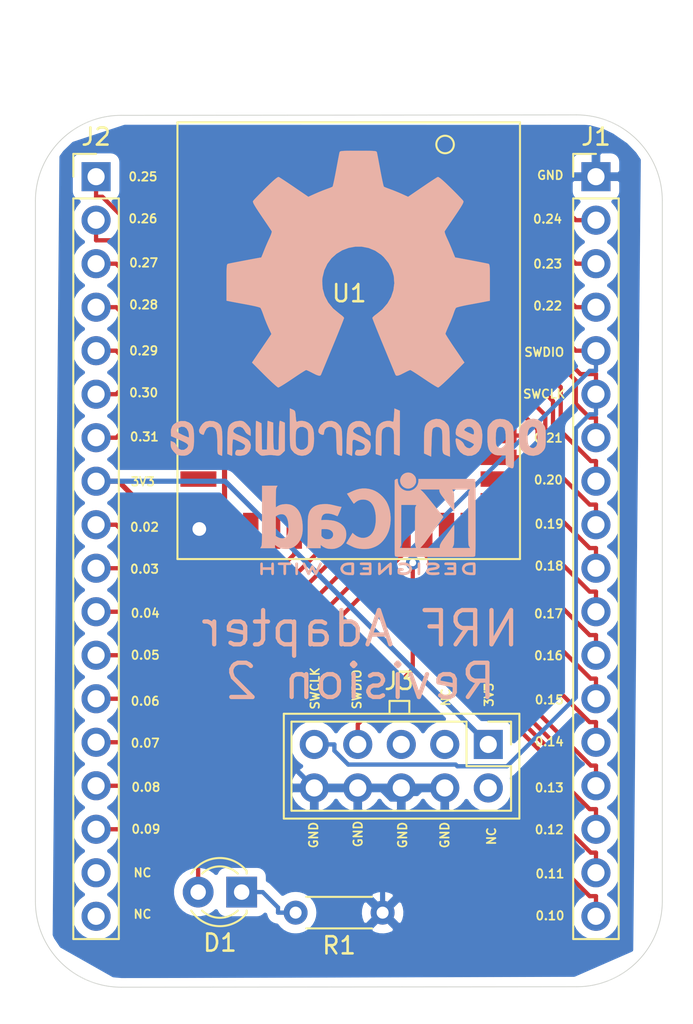
<source format=kicad_pcb>
(kicad_pcb (version 20171130) (host pcbnew "(5.1.2)-2")

  (general
    (thickness 1.6)
    (drawings 63)
    (tracks 214)
    (zones 0)
    (modules 8)
    (nets 46)
  )

  (page A4)
  (title_block
    (title "NRF52832 SMD Adapter")
    (date 2020-07-24)
    (rev 1)
  )

  (layers
    (0 F.Cu signal)
    (31 B.Cu mixed)
    (32 B.Adhes user)
    (33 F.Adhes user)
    (34 B.Paste user)
    (35 F.Paste user)
    (36 B.SilkS user)
    (37 F.SilkS user)
    (38 B.Mask user)
    (39 F.Mask user)
    (40 Dwgs.User user)
    (41 Cmts.User user)
    (42 Eco1.User user)
    (43 Eco2.User user)
    (44 Edge.Cuts user)
    (45 Margin user)
    (46 B.CrtYd user)
    (47 F.CrtYd user)
    (48 B.Fab user)
    (49 F.Fab user)
  )

  (setup
    (last_trace_width 0.25)
    (user_trace_width 0.3)
    (trace_clearance 0.2)
    (zone_clearance 0.508)
    (zone_45_only no)
    (trace_min 0.2)
    (via_size 0.8)
    (via_drill 0.4)
    (via_min_size 0.4)
    (via_min_drill 0.3)
    (user_via 1 0.6)
    (uvia_size 0.3)
    (uvia_drill 0.1)
    (uvias_allowed no)
    (uvia_min_size 0.2)
    (uvia_min_drill 0.1)
    (edge_width 0.05)
    (segment_width 0.2)
    (pcb_text_width 0.3)
    (pcb_text_size 1.5 1.5)
    (mod_edge_width 0.12)
    (mod_text_size 1 1)
    (mod_text_width 0.15)
    (pad_size 1.524 1.524)
    (pad_drill 0.762)
    (pad_to_mask_clearance 0.051)
    (solder_mask_min_width 0.25)
    (aux_axis_origin 0 0)
    (visible_elements 7FFFEFFF)
    (pcbplotparams
      (layerselection 0x010fc_ffffffff)
      (usegerberextensions true)
      (usegerberattributes false)
      (usegerberadvancedattributes false)
      (creategerberjobfile false)
      (excludeedgelayer true)
      (linewidth 0.100000)
      (plotframeref false)
      (viasonmask false)
      (mode 1)
      (useauxorigin false)
      (hpglpennumber 1)
      (hpglpenspeed 20)
      (hpglpendiameter 15.000000)
      (psnegative false)
      (psa4output false)
      (plotreference true)
      (plotvalue true)
      (plotinvisibletext false)
      (padsonsilk false)
      (subtractmaskfromsilk false)
      (outputformat 1)
      (mirror false)
      (drillshape 0)
      (scaleselection 1)
      (outputdirectory "Gerber/"))
  )

  (net 0 "")
  (net 1 /26)
  (net 2 /27)
  (net 3 /28)
  (net 4 /29)
  (net 5 /30)
  (net 6 /31)
  (net 7 /32)
  (net 8 /33)
  (net 9 /34)
  (net 10 /35)
  (net 11 /36)
  (net 12 /37)
  (net 13 /38)
  (net 14 /39)
  (net 15 /40)
  (net 16 /41)
  (net 17 /42)
  (net 18 GND)
  (net 19 "Net-(J2-Pad18)")
  (net 20 "Net-(J2-Pad17)")
  (net 21 /25)
  (net 22 /24)
  (net 23 /23)
  (net 24 /22)
  (net 25 /21)
  (net 26 /20)
  (net 27 /19)
  (net 28 /18)
  (net 29 /+3.3VCC)
  (net 30 /12)
  (net 31 /11)
  (net 32 /10)
  (net 33 /9)
  (net 34 /8)
  (net 35 /7)
  (net 36 /6)
  (net 37 "Net-(J3-Pad5)")
  (net 38 "Net-(J3-Pad3)")
  (net 39 "Net-(J3-Pad2)")
  (net 40 "Net-(U1-Pad4)")
  (net 41 "Net-(U1-Pad5)")
  (net 42 "Net-(U1-Pad14)")
  (net 43 "Net-(U1-Pad13)")
  (net 44 "Net-(U1-Pad15)")
  (net 45 "Net-(D1-Pad1)")

  (net_class Default "This is the default net class."
    (clearance 0.2)
    (trace_width 0.25)
    (via_dia 0.8)
    (via_drill 0.4)
    (uvia_dia 0.3)
    (uvia_drill 0.1)
    (add_net /10)
    (add_net /11)
    (add_net /12)
    (add_net /18)
    (add_net /19)
    (add_net /20)
    (add_net /21)
    (add_net /22)
    (add_net /23)
    (add_net /24)
    (add_net /25)
    (add_net /26)
    (add_net /27)
    (add_net /28)
    (add_net /29)
    (add_net /30)
    (add_net /31)
    (add_net /32)
    (add_net /33)
    (add_net /34)
    (add_net /35)
    (add_net /36)
    (add_net /37)
    (add_net /38)
    (add_net /39)
    (add_net /40)
    (add_net /41)
    (add_net /42)
    (add_net /6)
    (add_net /7)
    (add_net /8)
    (add_net /9)
    (add_net "Net-(D1-Pad1)")
    (add_net "Net-(J2-Pad17)")
    (add_net "Net-(J2-Pad18)")
    (add_net "Net-(J3-Pad2)")
    (add_net "Net-(J3-Pad3)")
    (add_net "Net-(J3-Pad5)")
    (add_net "Net-(U1-Pad13)")
    (add_net "Net-(U1-Pad14)")
    (add_net "Net-(U1-Pad15)")
    (add_net "Net-(U1-Pad4)")
    (add_net "Net-(U1-Pad5)")
  )

  (net_class Power ""
    (clearance 0.3)
    (trace_width 0.3)
    (via_dia 1)
    (via_drill 0.8)
    (uvia_dia 0.3)
    (uvia_drill 0.1)
    (add_net /+3.3VCC)
    (add_net GND)
  )

  (module Symbol:OSHW-Logo2_24.3x20mm_SilkScreen (layer B.Cu) (tedit 0) (tstamp 5F1CDA64)
    (at 152.65908 79.52486 180)
    (descr "Open Source Hardware Symbol")
    (tags "Logo Symbol OSHW")
    (attr virtual)
    (fp_text reference REF*1 (at 0 0) (layer F.SilkS) hide
      (effects (font (size 1 1) (thickness 0.15)))
    )
    (fp_text value OSHW-Logo2_24.3x20mm_SilkScreen (at -18.923 -4.6736 90) (layer B.Fab) hide
      (effects (font (size 1 1) (thickness 0.15)) (justify mirror))
    )
    (fp_poly (pts (xy 0.348357 9.245003) (xy 0.611677 9.243561) (xy 0.802246 9.239658) (xy 0.932345 9.232063)
      (xy 1.014257 9.21955) (xy 1.060266 9.200889) (xy 1.082653 9.174852) (xy 1.093702 9.140212)
      (xy 1.094776 9.135728) (xy 1.111559 9.054811) (xy 1.142625 8.895158) (xy 1.184742 8.673762)
      (xy 1.234679 8.407615) (xy 1.289203 8.11371) (xy 1.291107 8.103388) (xy 1.345723 7.815364)
      (xy 1.396822 7.560885) (xy 1.441106 7.355215) (xy 1.475279 7.213615) (xy 1.496043 7.15135)
      (xy 1.497033 7.150247) (xy 1.558199 7.119841) (xy 1.68431 7.069172) (xy 1.848131 7.009178)
      (xy 1.849043 7.008858) (xy 2.055388 6.931296) (xy 2.29866 6.832493) (xy 2.527969 6.733152)
      (xy 2.538822 6.72824) (xy 2.912317 6.558724) (xy 3.739365 7.123505) (xy 3.993077 7.29568)
      (xy 4.222902 7.449605) (xy 4.415525 7.576526) (xy 4.557632 7.667691) (xy 4.635907 7.714345)
      (xy 4.64334 7.717805) (xy 4.700224 7.7024) (xy 4.806469 7.628073) (xy 4.966219 7.491319)
      (xy 5.183616 7.288632) (xy 5.405548 7.072992) (xy 5.619491 6.860497) (xy 5.810969 6.66659)
      (xy 5.968455 6.503246) (xy 6.080422 6.382439) (xy 6.135343 6.316145) (xy 6.137386 6.312732)
      (xy 6.143458 6.267239) (xy 6.120584 6.192944) (xy 6.063115 6.079814) (xy 5.965399 5.917815)
      (xy 5.821784 5.696914) (xy 5.630333 5.41254) (xy 5.460423 5.162241) (xy 5.308538 4.93775)
      (xy 5.183455 4.7521) (xy 5.093949 4.618325) (xy 5.0488 4.549458) (xy 5.045958 4.544782)
      (xy 5.05147 4.478799) (xy 5.093255 4.350552) (xy 5.162997 4.18428) (xy 5.187854 4.131181)
      (xy 5.296311 3.894623) (xy 5.41202 3.626211) (xy 5.506015 3.393965) (xy 5.573745 3.221593)
      (xy 5.627543 3.090597) (xy 5.658631 3.022133) (xy 5.662496 3.016858) (xy 5.719671 3.00812)
      (xy 5.854448 2.984177) (xy 6.048906 2.948438) (xy 6.285125 2.904311) (xy 6.545184 2.855205)
      (xy 6.811163 2.804528) (xy 7.065143 2.755687) (xy 7.289201 2.712091) (xy 7.46542 2.677149)
      (xy 7.575877 2.654268) (xy 7.60297 2.647799) (xy 7.630956 2.631833) (xy 7.652081 2.595773)
      (xy 7.667297 2.527448) (xy 7.677553 2.414685) (xy 7.6838 2.245314) (xy 7.686988 2.007162)
      (xy 7.688067 1.688058) (xy 7.688123 1.557259) (xy 7.688123 0.493489) (xy 7.432663 0.443067)
      (xy 7.290537 0.415727) (xy 7.07845 0.375818) (xy 6.822193 0.328155) (xy 6.547558 0.277554)
      (xy 6.471648 0.263656) (xy 6.218221 0.214383) (xy 5.997447 0.16593) (xy 5.827857 0.122785)
      (xy 5.72798 0.089437) (xy 5.711343 0.079498) (xy 5.670489 0.009109) (xy 5.611913 -0.127283)
      (xy 5.546955 -0.302805) (xy 5.534071 -0.340613) (xy 5.448934 -0.57503) (xy 5.343256 -0.839524)
      (xy 5.23984 -1.077041) (xy 5.23933 -1.078144) (xy 5.067112 -1.450733) (xy 5.633524 -2.283893)
      (xy 6.199935 -3.117053) (xy 5.472702 -3.8455) (xy 5.252748 -4.062302) (xy 5.052132 -4.253414)
      (xy 4.882122 -4.408636) (xy 4.753985 -4.517764) (xy 4.678989 -4.570595) (xy 4.668231 -4.573947)
      (xy 4.605067 -4.547549) (xy 4.47618 -4.47416) (xy 4.295649 -4.362484) (xy 4.077554 -4.221224)
      (xy 3.841754 -4.063027) (xy 3.602436 -3.901664) (xy 3.389059 -3.761252) (xy 3.215175 -3.650431)
      (xy 3.094334 -3.577838) (xy 3.040263 -3.552108) (xy 2.974294 -3.57388) (xy 2.849198 -3.631251)
      (xy 2.69078 -3.7123) (xy 2.673987 -3.721309) (xy 2.460652 -3.8283) (xy 2.314364 -3.880772)
      (xy 2.22338 -3.88133) (xy 2.175959 -3.83258) (xy 2.175683 -3.831897) (xy 2.15198 -3.774164)
      (xy 2.095449 -3.637115) (xy 2.010474 -3.431357) (xy 1.901438 -3.167498) (xy 1.772724 -2.856144)
      (xy 1.628715 -2.507904) (xy 1.489251 -2.170744) (xy 1.33598 -1.798666) (xy 1.195251 -1.453987)
      (xy 1.071282 -1.147271) (xy 0.968291 -0.889085) (xy 0.890496 -0.689994) (xy 0.842114 -0.560565)
      (xy 0.827204 -0.512261) (xy 0.864594 -0.45685) (xy 0.962398 -0.368538) (xy 1.092815 -0.271174)
      (xy 1.464223 0.036747) (xy 1.75453 0.389696) (xy 1.960256 0.780239) (xy 2.077923 1.200943)
      (xy 2.104051 1.644371) (xy 2.08506 1.849042) (xy 1.981583 2.273677) (xy 1.803373 2.648664)
      (xy 1.561482 2.970304) (xy 1.266963 3.234899) (xy 0.930871 3.43875) (xy 0.564258 3.578158)
      (xy 0.178177 3.649426) (xy -0.216319 3.648855) (xy -0.608175 3.572746) (xy -0.98634 3.417401)
      (xy -1.33976 3.179121) (xy -1.487273 3.044361) (xy -1.770184 2.698321) (xy -1.967168 2.320174)
      (xy -2.079536 1.920945) (xy -2.108599 1.511655) (xy -2.055669 1.103328) (xy -1.922057 0.706987)
      (xy -1.709075 0.333655) (xy -1.418034 -0.005645) (xy -1.092814 -0.271174) (xy -0.957348 -0.372671)
      (xy -0.861651 -0.460025) (xy -0.827203 -0.512343) (xy -0.84524 -0.569398) (xy -0.896538 -0.705698)
      (xy -0.976876 -0.910678) (xy -1.082036 -1.173772) (xy -1.207796 -1.484416) (xy -1.349937 -1.832043)
      (xy -1.489635 -2.170826) (xy -1.643759 -2.543222) (xy -1.786518 -2.888307) (xy -1.913529 -3.195477)
      (xy -2.020411 -3.454125) (xy -2.10278 -3.653647) (xy -2.156253 -3.783435) (xy -2.176067 -3.831897)
      (xy -2.222876 -3.881129) (xy -2.313417 -3.880985) (xy -2.459342 -3.828877) (xy -2.672302 -3.722216)
      (xy -2.673986 -3.721309) (xy -2.83433 -3.638536) (xy -2.963948 -3.578242) (xy -3.037037 -3.552346)
      (xy -3.040263 -3.552108) (xy -3.095284 -3.578374) (xy -3.216757 -3.651416) (xy -3.391129 -3.762595)
      (xy -3.60485 -3.903273) (xy -3.841753 -4.063027) (xy -4.082945 -4.224779) (xy -4.300326 -4.36545)
      (xy -4.479816 -4.476335) (xy -4.607336 -4.54873) (xy -4.66823 -4.573947) (xy -4.724303 -4.540803)
      (xy -4.83704 -4.448173) (xy -4.995177 -4.306257) (xy -5.187449 -4.125255) (xy -5.402591 -3.915369)
      (xy -5.472952 -3.845249) (xy -6.200434 -3.116552) (xy -5.646705 -2.3039) (xy -5.478423 -2.054342)
      (xy -5.330729 -1.830366) (xy -5.21191 -1.644949) (xy -5.13025 -1.511065) (xy -5.094036 -1.44169)
      (xy -5.092975 -1.436755) (xy -5.112067 -1.371364) (xy -5.163418 -1.239825) (xy -5.23814 -1.064181)
      (xy -5.290588 -0.946591) (xy -5.388654 -0.721461) (xy -5.481007 -0.494015) (xy -5.552606 -0.301839)
      (xy -5.572056 -0.243295) (xy -5.627314 -0.086956) (xy -5.681331 0.033842) (xy -5.711001 0.079498)
      (xy -5.776476 0.107439) (xy -5.919376 0.147049) (xy -6.121161 0.193838) (xy -6.363288 0.243317)
      (xy -6.471647 0.263656) (xy -6.746811 0.314219) (xy -7.010746 0.363178) (xy -7.237659 0.405719)
      (xy -7.401761 0.437025) (xy -7.432662 0.443067) (xy -7.688122 0.493489) (xy -7.688122 1.557259)
      (xy -7.687548 1.90705) (xy -7.685193 2.1717) (xy -7.680107 2.363378) (xy -7.671339 2.494256)
      (xy -7.657938 2.576507) (xy -7.638954 2.622302) (xy -7.613438 2.643812) (xy -7.602969 2.647799)
      (xy -7.539826 2.661944) (xy -7.400325 2.690166) (xy -7.202389 2.729057) (xy -6.963935 2.775208)
      (xy -6.702886 2.825212) (xy -6.437161 2.875659) (xy -6.184681 2.923142) (xy -5.963365 2.964252)
      (xy -5.791134 2.995581) (xy -5.685908 3.013722) (xy -5.662495 3.016858) (xy -5.641284 3.058827)
      (xy -5.594332 3.17063) (xy -5.530419 3.331112) (xy -5.506014 3.393965) (xy -5.40758 3.636797)
      (xy -5.291666 3.905082) (xy -5.187853 4.131181) (xy -5.111465 4.304065) (xy -5.060644 4.446123)
      (xy -5.043679 4.533122) (xy -5.046384 4.544782) (xy -5.082239 4.59983) (xy -5.164108 4.722261)
      (xy -5.283205 4.899038) (xy -5.430742 5.117123) (xy -5.597931 5.36348) (xy -5.63099 5.412109)
      (xy -5.82498 5.700227) (xy -5.967579 5.919623) (xy -6.064473 6.080398) (xy -6.121346 6.192654)
      (xy -6.143884 6.26649) (xy -6.137772 6.31201) (xy -6.137616 6.3123) (xy -6.089511 6.37209)
      (xy -5.983111 6.487681) (xy -5.829948 6.647091) (xy -5.641555 6.838335) (xy -5.429465 7.049432)
      (xy -5.405547 7.072992) (xy -5.138262 7.331828) (xy -4.931992 7.521883) (xy -4.782592 7.646663)
      (xy -4.68592 7.709673) (xy -4.643339 7.717805) (xy -4.581196 7.682328) (xy -4.452237 7.600377)
      (xy -4.269778 7.480708) (xy -4.047133 7.332074) (xy -3.797616 7.163228) (xy -3.739364 7.123505)
      (xy -2.912316 6.558724) (xy -2.538821 6.72824) (xy -2.311684 6.827029) (xy -2.067872 6.926383)
      (xy -1.858275 7.005599) (xy -1.849042 7.008858) (xy -1.685095 7.068871) (xy -1.558715 7.119618)
      (xy -1.497137 7.150159) (xy -1.497032 7.150247) (xy -1.477493 7.205452) (xy -1.444279 7.341221)
      (xy -1.400687 7.542291) (xy -1.350016 7.793401) (xy -1.295561 8.079287) (xy -1.291106 8.103388)
      (xy -1.236482 8.397941) (xy -1.186336 8.665316) (xy -1.143898 8.88852) (xy -1.112402 9.050561)
      (xy -1.095077 9.134447) (xy -1.094775 9.135728) (xy -1.084232 9.171412) (xy -1.063731 9.198354)
      (xy -1.020989 9.217782) (xy -0.943724 9.230925) (xy -0.819652 9.239011) (xy -0.636491 9.243268)
      (xy -0.381958 9.244925) (xy -0.043769 9.24521) (xy 0 9.24521) (xy 0.348357 9.245003)) (layer B.SilkS) (width 0.01))
    (fp_poly (pts (xy 10.572399 -6.594233) (xy 10.764917 -6.720057) (xy 10.857774 -6.832696) (xy 10.93134 -7.037092)
      (xy 10.937183 -7.19883) (xy 10.923947 -7.415094) (xy 10.425192 -7.633398) (xy 10.182685 -7.74493)
      (xy 10.024229 -7.83465) (xy 9.941836 -7.912361) (xy 9.927518 -7.987867) (xy 9.973287 -8.070971)
      (xy 10.023755 -8.126054) (xy 10.170605 -8.214389) (xy 10.330328 -8.220579) (xy 10.47702 -8.151735)
      (xy 10.584781 -8.014972) (xy 10.604055 -7.96668) (xy 10.696376 -7.815848) (xy 10.802588 -7.751567)
      (xy 10.948276 -7.696576) (xy 10.948276 -7.905057) (xy 10.935396 -8.046926) (xy 10.884943 -8.166563)
      (xy 10.779197 -8.303927) (xy 10.76348 -8.321777) (xy 10.645855 -8.443986) (xy 10.544746 -8.50957)
      (xy 10.41825 -8.539742) (xy 10.313384 -8.549623) (xy 10.125811 -8.552085) (xy 9.992284 -8.520892)
      (xy 9.908983 -8.474579) (xy 9.778063 -8.372735) (xy 9.687439 -8.262591) (xy 9.630087 -8.124069)
      (xy 9.59898 -7.93709) (xy 9.587094 -7.681577) (xy 9.586145 -7.551894) (xy 9.589371 -7.396421)
      (xy 9.883166 -7.396421) (xy 9.886573 -7.479827) (xy 9.895066 -7.493487) (xy 9.95111 -7.474931)
      (xy 10.071718 -7.425822) (xy 10.232913 -7.356002) (xy 10.266622 -7.340995) (xy 10.470339 -7.237404)
      (xy 10.582579 -7.146359) (xy 10.607247 -7.061081) (xy 10.548245 -6.974794) (xy 10.499518 -6.936667)
      (xy 10.323694 -6.860417) (xy 10.159127 -6.873014) (xy 10.021354 -6.966086) (xy 9.925913 -7.131256)
      (xy 9.895314 -7.262357) (xy 9.883166 -7.396421) (xy 9.589371 -7.396421) (xy 9.592432 -7.248919)
      (xy 9.615599 -7.024756) (xy 9.66149 -6.861526) (xy 9.735954 -6.741352) (xy 9.844836 -6.646355)
      (xy 9.892305 -6.615655) (xy 10.107938 -6.535703) (xy 10.344021 -6.530672) (xy 10.572399 -6.594233)) (layer B.SilkS) (width 0.01))
    (fp_poly (pts (xy 8.892816 -6.566697) (xy 8.950976 -6.592116) (xy 9.089795 -6.702059) (xy 9.208505 -6.86103)
      (xy 9.281921 -7.030677) (xy 9.29387 -7.114313) (xy 9.253809 -7.231078) (xy 9.165935 -7.292862)
      (xy 9.071718 -7.330273) (xy 9.028577 -7.337167) (xy 9.007571 -7.287138) (xy 8.96609 -7.178269)
      (xy 8.947892 -7.129076) (xy 8.845848 -6.958913) (xy 8.698103 -6.874038) (xy 8.508655 -6.876648)
      (xy 8.494623 -6.879991) (xy 8.393481 -6.927945) (xy 8.319124 -7.021432) (xy 8.268338 -7.171939)
      (xy 8.237908 -7.390951) (xy 8.224618 -7.689956) (xy 8.223372 -7.849056) (xy 8.222754 -8.099855)
      (xy 8.218705 -8.270825) (xy 8.207933 -8.379454) (xy 8.187147 -8.44323) (xy 8.153055 -8.479643)
      (xy 8.102365 -8.506179) (xy 8.099435 -8.507515) (xy 8.001818 -8.548787) (xy 7.953458 -8.563985)
      (xy 7.946027 -8.518037) (xy 7.939666 -8.391034) (xy 7.934832 -8.199235) (xy 7.931985 -7.958902)
      (xy 7.931418 -7.783024) (xy 7.934313 -7.442688) (xy 7.945637 -7.184495) (xy 7.969346 -6.993374)
      (xy 8.009397 -6.854253) (xy 8.069747 -6.75206) (xy 8.154353 -6.671724) (xy 8.237899 -6.615655)
      (xy 8.438791 -6.541032) (xy 8.672596 -6.524202) (xy 8.892816 -6.566697)) (layer B.SilkS) (width 0.01))
    (fp_poly (pts (xy 7.190678 -6.558594) (xy 7.330782 -6.622323) (xy 7.44075 -6.699543) (xy 7.521324 -6.785887)
      (xy 7.576954 -6.897272) (xy 7.612089 -7.049616) (xy 7.631179 -7.258835) (xy 7.638672 -7.540846)
      (xy 7.639464 -7.726555) (xy 7.639464 -8.451046) (xy 7.515527 -8.507515) (xy 7.41791 -8.548787)
      (xy 7.36955 -8.563985) (xy 7.360298 -8.518762) (xy 7.352958 -8.396824) (xy 7.348464 -8.218772)
      (xy 7.34751 -8.077395) (xy 7.34341 -7.873146) (xy 7.332354 -7.711113) (xy 7.316211 -7.611891)
      (xy 7.303387 -7.590805) (xy 7.217186 -7.612338) (xy 7.081862 -7.667566) (xy 6.92517 -7.742436)
      (xy 6.774863 -7.822892) (xy 6.658693 -7.89488) (xy 6.604413 -7.944346) (xy 6.604198 -7.944881)
      (xy 6.608867 -8.036428) (xy 6.650732 -8.12382) (xy 6.724235 -8.194802) (xy 6.831516 -8.218543)
      (xy 6.923202 -8.215777) (xy 7.053058 -8.213741) (xy 7.121221 -8.244164) (xy 7.162159 -8.324543)
      (xy 7.167321 -8.3397) (xy 7.185067 -8.454331) (xy 7.137609 -8.523934) (xy 7.013907 -8.557105)
      (xy 6.880281 -8.56324) (xy 6.639817 -8.517763) (xy 6.515338 -8.452817) (xy 6.361605 -8.300246)
      (xy 6.280073 -8.112971) (xy 6.272756 -7.915085) (xy 6.341669 -7.730685) (xy 6.445328 -7.615134)
      (xy 6.548823 -7.550442) (xy 6.711492 -7.468542) (xy 6.901054 -7.385486) (xy 6.93265 -7.372795)
      (xy 7.140869 -7.280908) (xy 7.260898 -7.199923) (xy 7.299501 -7.119413) (xy 7.26344 -7.02895)
      (xy 7.201533 -6.958238) (xy 7.055213 -6.87117) (xy 6.894217 -6.86464) (xy 6.746573 -6.931735)
      (xy 6.64031 -7.065544) (xy 6.626362 -7.100067) (xy 6.54516 -7.227042) (xy 6.426608 -7.321309)
      (xy 6.277012 -7.398668) (xy 6.277012 -7.179307) (xy 6.285817 -7.04528) (xy 6.32357 -6.939644)
      (xy 6.407279 -6.826939) (xy 6.487636 -6.740127) (xy 6.612591 -6.617204) (xy 6.709677 -6.551171)
      (xy 6.813954 -6.524684) (xy 6.931989 -6.520307) (xy 7.190678 -6.558594)) (layer B.SilkS) (width 0.01))
    (fp_poly (pts (xy 5.966873 -6.5664) (xy 5.974299 -6.694422) (xy 5.980118 -6.888985) (xy 5.983859 -7.134702)
      (xy 5.985058 -7.392426) (xy 5.985058 -8.264545) (xy 5.831075 -8.418528) (xy 5.724963 -8.513412)
      (xy 5.631816 -8.551845) (xy 5.504504 -8.549413) (xy 5.453968 -8.543223) (xy 5.296017 -8.52521)
      (xy 5.165371 -8.514888) (xy 5.133525 -8.513935) (xy 5.026166 -8.520171) (xy 4.872619 -8.535824)
      (xy 4.813083 -8.543223) (xy 4.666857 -8.554668) (xy 4.568589 -8.529808) (xy 4.47115 -8.453058)
      (xy 4.435976 -8.418528) (xy 4.281993 -8.264545) (xy 4.281993 -6.633246) (xy 4.40593 -6.576776)
      (xy 4.51265 -6.53495) (xy 4.575087 -6.520307) (xy 4.591096 -6.566583) (xy 4.606058 -6.695884)
      (xy 4.618978 -6.893914) (xy 4.628857 -7.14638) (xy 4.633622 -7.359675) (xy 4.646935 -8.199042)
      (xy 4.76308 -8.215464) (xy 4.868716 -8.203982) (xy 4.920477 -8.166805) (xy 4.934945 -8.097298)
      (xy 4.947298 -7.94924) (xy 4.956552 -7.741391) (xy 4.961728 -7.492512) (xy 4.962474 -7.364435)
      (xy 4.963219 -6.627145) (xy 5.116457 -6.573726) (xy 5.224916 -6.537406) (xy 5.283913 -6.520468)
      (xy 5.285614 -6.520307) (xy 5.291533 -6.566349) (xy 5.298039 -6.694018) (xy 5.304586 -6.887632)
      (xy 5.310627 -7.131507) (xy 5.314848 -7.359675) (xy 5.328161 -8.199042) (xy 5.620115 -8.199042)
      (xy 5.633513 -7.433275) (xy 5.64691 -6.667508) (xy 5.789238 -6.593908) (xy 5.894322 -6.543366)
      (xy 5.956517 -6.520431) (xy 5.958312 -6.520307) (xy 5.966873 -6.5664)) (layer B.SilkS) (width 0.01))
    (fp_poly (pts (xy 3.989857 -6.924093) (xy 3.989239 -7.287769) (xy 3.986847 -7.567532) (xy 3.981671 -7.776784)
      (xy 3.972704 -7.928926) (xy 3.958936 -8.037359) (xy 3.939361 -8.115485) (xy 3.912968 -8.176707)
      (xy 3.892984 -8.211652) (xy 3.727483 -8.401157) (xy 3.517648 -8.519942) (xy 3.285486 -8.562564)
      (xy 3.053008 -8.523583) (xy 2.914572 -8.453532) (xy 2.769242 -8.332353) (xy 2.670195 -8.184354)
      (xy 2.610435 -7.990534) (xy 2.582969 -7.731892) (xy 2.579079 -7.542146) (xy 2.579603 -7.52851)
      (xy 2.919541 -7.52851) (xy 2.921617 -7.746096) (xy 2.93113 -7.890134) (xy 2.953008 -7.984364)
      (xy 2.992176 -8.052523) (xy 3.038976 -8.103936) (xy 3.196146 -8.203175) (xy 3.3649 -8.211653)
      (xy 3.524393 -8.128799) (xy 3.536807 -8.117572) (xy 3.589791 -8.059171) (xy 3.623014 -7.989686)
      (xy 3.641 -7.88627) (xy 3.648275 -7.726073) (xy 3.649426 -7.548965) (xy 3.646932 -7.326467)
      (xy 3.636608 -7.178037) (xy 3.614191 -7.080489) (xy 3.575418 -7.010637) (xy 3.543626 -6.973539)
      (xy 3.395939 -6.879975) (xy 3.225846 -6.868725) (xy 3.063492 -6.94019) (xy 3.03216 -6.96672)
      (xy 2.978822 -7.025636) (xy 2.945531 -7.095837) (xy 2.927656 -7.200418) (xy 2.920566 -7.362479)
      (xy 2.919541 -7.52851) (xy 2.579603 -7.52851) (xy 2.59084 -7.236579) (xy 2.630787 -7.006993)
      (xy 2.705913 -6.834387) (xy 2.823214 -6.69976) (xy 2.914572 -6.630759) (xy 3.080627 -6.556214)
      (xy 3.273092 -6.521613) (xy 3.451999 -6.530875) (xy 3.552108 -6.568238) (xy 3.591393 -6.578872)
      (xy 3.617461 -6.539225) (xy 3.635658 -6.432981) (xy 3.649426 -6.271145) (xy 3.664499 -6.090902)
      (xy 3.685436 -5.982458) (xy 3.723532 -5.920446) (xy 3.790085 -5.879499) (xy 3.831897 -5.861366)
      (xy 3.990039 -5.79512) (xy 3.989857 -6.924093)) (layer B.SilkS) (width 0.01))
    (fp_poly (pts (xy 1.776572 -6.536534) (xy 1.997609 -6.618099) (xy 2.176683 -6.762366) (xy 2.24672 -6.86392)
      (xy 2.323071 -7.050268) (xy 2.321485 -7.18501) (xy 2.241347 -7.275631) (xy 2.211696 -7.29104)
      (xy 2.083674 -7.339084) (xy 2.018294 -7.326776) (xy 1.996148 -7.246098) (xy 1.99502 -7.201533)
      (xy 1.954477 -7.037581) (xy 1.848802 -6.922891) (xy 1.701924 -6.867497) (xy 1.537773 -6.881435)
      (xy 1.404337 -6.953827) (xy 1.359269 -6.99512) (xy 1.327323 -7.045216) (xy 1.305744 -7.120942)
      (xy 1.291773 -7.239128) (xy 1.282655 -7.4166) (xy 1.275631 -7.670186) (xy 1.273812 -7.750479)
      (xy 1.267178 -8.025158) (xy 1.259636 -8.218481) (xy 1.248325 -8.346388) (xy 1.230385 -8.424822)
      (xy 1.202955 -8.469725) (xy 1.163177 -8.497038) (xy 1.13771 -8.509105) (xy 1.029556 -8.550367)
      (xy 0.96589 -8.563985) (xy 0.944854 -8.518505) (xy 0.932013 -8.381006) (xy 0.9273 -8.149902)
      (xy 0.930644 -7.823604) (xy 0.931686 -7.773276) (xy 0.939035 -7.475581) (xy 0.947726 -7.258205)
      (xy 0.960092 -7.104153) (xy 0.97847 -6.99643) (xy 1.005195 -6.918042) (xy 1.042602 -6.851994)
      (xy 1.06217 -6.823691) (xy 1.174366 -6.698467) (xy 1.29985 -6.601063) (xy 1.315213 -6.592561)
      (xy 1.540223 -6.525433) (xy 1.776572 -6.536534)) (layer B.SilkS) (width 0.01))
    (fp_poly (pts (xy 0.133241 -6.540601) (xy 0.323905 -6.611403) (xy 0.326086 -6.612764) (xy 0.444006 -6.69955)
      (xy 0.53106 -6.800973) (xy 0.592286 -6.933145) (xy 0.632723 -7.112182) (xy 0.657409 -7.354195)
      (xy 0.671382 -7.675299) (xy 0.672607 -7.721048) (xy 0.6902 -8.410869) (xy 0.542152 -8.487427)
      (xy 0.43503 -8.539163) (xy 0.370351 -8.563678) (xy 0.367359 -8.563985) (xy 0.356166 -8.518751)
      (xy 0.347275 -8.396736) (xy 0.341806 -8.218468) (xy 0.340613 -8.074116) (xy 0.340586 -7.840271)
      (xy 0.329896 -7.693419) (xy 0.292633 -7.623376) (xy 0.212888 -7.619958) (xy 0.074749 -7.672983)
      (xy -0.133812 -7.770454) (xy -0.287171 -7.851409) (xy -0.366048 -7.921644) (xy -0.389236 -7.998194)
      (xy -0.389272 -8.001982) (xy -0.351007 -8.133852) (xy -0.237717 -8.205091) (xy -0.064336 -8.21541)
      (xy 0.06055 -8.21362) (xy 0.126399 -8.249589) (xy 0.167464 -8.335985) (xy 0.191099 -8.446054)
      (xy 0.157039 -8.508508) (xy 0.144214 -8.517446) (xy 0.023472 -8.553343) (xy -0.145612 -8.558426)
      (xy -0.319739 -8.534631) (xy -0.443124 -8.491147) (xy -0.613713 -8.346309) (xy -0.710681 -8.144694)
      (xy -0.729885 -7.98718) (xy -0.71523 -7.845104) (xy -0.662199 -7.729127) (xy -0.557194 -7.626121)
      (xy -0.386614 -7.522954) (xy -0.136862 -7.406496) (xy -0.121647 -7.399914) (xy 0.103329 -7.295981)
      (xy 0.242157 -7.210743) (xy 0.301662 -7.134147) (xy 0.288672 -7.056139) (xy 0.210012 -6.966664)
      (xy 0.18649 -6.946073) (xy 0.028933 -6.866236) (xy -0.134323 -6.869597) (xy -0.276505 -6.947874)
      (xy -0.37084 -7.092781) (xy -0.379605 -7.121224) (xy -0.464962 -7.259174) (xy -0.573271 -7.32562)
      (xy -0.729885 -7.391471) (xy -0.729885 -7.221097) (xy -0.682244 -6.973454) (xy -0.540841 -6.746307)
      (xy -0.467258 -6.670318) (xy -0.299991 -6.57279) (xy -0.087274 -6.52864) (xy 0.133241 -6.540601)) (layer B.SilkS) (width 0.01))
    (fp_poly (pts (xy -2.092337 -6.206429) (xy -2.078077 -6.405313) (xy -2.061698 -6.522511) (xy -2.039002 -6.573632)
      (xy -2.005788 -6.574286) (xy -1.995019 -6.568183) (xy -1.851767 -6.523997) (xy -1.665425 -6.526577)
      (xy -1.475976 -6.571999) (xy -1.357483 -6.630759) (xy -1.235991 -6.724631) (xy -1.147177 -6.830865)
      (xy -1.086208 -6.96585) (xy -1.04825 -7.145976) (xy -1.028468 -7.387633) (xy -1.02203 -7.707211)
      (xy -1.021914 -7.768516) (xy -1.021839 -8.457147) (xy -1.175077 -8.510566) (xy -1.283913 -8.546908)
      (xy -1.343626 -8.563828) (xy -1.345383 -8.563985) (xy -1.351264 -8.5181) (xy -1.356268 -8.391539)
      (xy -1.360016 -8.200941) (xy -1.362127 -7.962948) (xy -1.362452 -7.818252) (xy -1.363129 -7.532955)
      (xy -1.366614 -7.32848) (xy -1.375088 -7.188334) (xy -1.390734 -7.096023) (xy -1.415731 -7.035053)
      (xy -1.452262 -6.988931) (xy -1.475071 -6.96672) (xy -1.631751 -6.877214) (xy -1.802726 -6.870511)
      (xy -1.95785 -6.946208) (xy -1.986537 -6.973539) (xy -2.028613 -7.024929) (xy -2.057799 -7.085886)
      (xy -2.076429 -7.174025) (xy -2.086839 -7.306961) (xy -2.091363 -7.502309) (xy -2.092337 -7.771652)
      (xy -2.092337 -8.457147) (xy -2.245575 -8.510566) (xy -2.354411 -8.546908) (xy -2.414124 -8.563828)
      (xy -2.415881 -8.563985) (xy -2.420375 -8.517414) (xy -2.424425 -8.386051) (xy -2.42787 -8.182422)
      (xy -2.430547 -7.919054) (xy -2.432294 -7.608471) (xy -2.432949 -7.263201) (xy -2.43295 -7.247843)
      (xy -2.43295 -5.931701) (xy -2.116666 -5.798289) (xy -2.092337 -6.206429)) (layer B.SilkS) (width 0.01))
    (fp_poly (pts (xy -6.140747 -6.474461) (xy -5.948903 -6.603519) (xy -5.800648 -6.789915) (xy -5.712084 -7.027109)
      (xy -5.694172 -7.201691) (xy -5.696206 -7.274544) (xy -5.71324 -7.330324) (xy -5.760064 -7.380298)
      (xy -5.851473 -7.435733) (xy -6.002258 -7.507896) (xy -6.227213 -7.608055) (xy -6.228352 -7.608558)
      (xy -6.435415 -7.703396) (xy -6.605212 -7.787609) (xy -6.720388 -7.852133) (xy -6.76359 -7.8879)
      (xy -6.763601 -7.888188) (xy -6.725525 -7.966074) (xy -6.636484 -8.051924) (xy -6.534263 -8.113769)
      (xy -6.482474 -8.126054) (xy -6.341184 -8.083564) (xy -6.219512 -7.977152) (xy -6.160145 -7.860156)
      (xy -6.103033 -7.773905) (xy -5.991161 -7.675681) (xy -5.859654 -7.590827) (xy -5.743632 -7.544681)
      (xy -5.719371 -7.542146) (xy -5.692062 -7.583868) (xy -5.690416 -7.690519) (xy -5.710486 -7.834321)
      (xy -5.748322 -7.987501) (xy -5.799977 -8.122283) (xy -5.802586 -8.127516) (xy -5.958031 -8.344557)
      (xy -6.159493 -8.492185) (xy -6.388288 -8.564644) (xy -6.625733 -8.556177) (xy -6.853146 -8.461027)
      (xy -6.863257 -8.454337) (xy -7.04215 -8.292211) (xy -7.15978 -8.080682) (xy -7.224877 -7.802543)
      (xy -7.233613 -7.724398) (xy -7.249086 -7.355549) (xy -7.230537 -7.183541) (xy -6.763601 -7.183541)
      (xy -6.757534 -7.290838) (xy -6.724351 -7.322152) (xy -6.641623 -7.298725) (xy -6.511221 -7.243348)
      (xy -6.365457 -7.173932) (xy -6.361834 -7.172094) (xy -6.238283 -7.107108) (xy -6.188697 -7.06374)
      (xy -6.200925 -7.018275) (xy -6.252412 -6.958536) (xy -6.383399 -6.872085) (xy -6.524462 -6.865733)
      (xy -6.650995 -6.928649) (xy -6.738392 -7.050003) (xy -6.763601 -7.183541) (xy -7.230537 -7.183541)
      (xy -7.21726 -7.060435) (xy -7.135609 -6.826382) (xy -7.021939 -6.662413) (xy -6.816775 -6.496716)
      (xy -6.590786 -6.414519) (xy -6.360075 -6.409281) (xy -6.140747 -6.474461)) (layer B.SilkS) (width 0.01))
    (fp_poly (pts (xy -9.919632 -6.443358) (xy -9.691564 -6.56328) (xy -9.523248 -6.756278) (xy -9.463459 -6.880355)
      (xy -9.416934 -7.066653) (xy -9.393118 -7.302045) (xy -9.39086 -7.558952) (xy -9.409008 -7.809799)
      (xy -9.446411 -8.027009) (xy -9.501916 -8.183005) (xy -9.518975 -8.209871) (xy -9.72103 -8.410415)
      (xy -9.961022 -8.530529) (xy -10.221434 -8.56568) (xy -10.484753 -8.511337) (xy -10.558033 -8.478756)
      (xy -10.700739 -8.378353) (xy -10.825986 -8.245225) (xy -10.837823 -8.228341) (xy -10.885935 -8.146969)
      (xy -10.917738 -8.059984) (xy -10.936526 -7.945475) (xy -10.945592 -7.78153) (xy -10.948229 -7.54624)
      (xy -10.948275 -7.493487) (xy -10.948154 -7.476699) (xy -10.461685 -7.476699) (xy -10.458854 -7.698761)
      (xy -10.447712 -7.846123) (xy -10.424291 -7.941308) (xy -10.384619 -8.006837) (xy -10.364367 -8.028736)
      (xy -10.24794 -8.111953) (xy -10.134902 -8.108158) (xy -10.020609 -8.035973) (xy -9.952441 -7.958911)
      (xy -9.91207 -7.846429) (xy -9.889398 -7.669055) (xy -9.887843 -7.648367) (xy -9.883973 -7.326911)
      (xy -9.924417 -7.088167) (xy -10.008626 -6.9336) (xy -10.136053 -6.864678) (xy -10.18154 -6.86092)
      (xy -10.300981 -6.879821) (xy -10.382683 -6.945306) (xy -10.432637 -7.070544) (xy -10.456834 -7.268704)
      (xy -10.461685 -7.476699) (xy -10.948154 -7.476699) (xy -10.946463 -7.242765) (xy -10.938853 -7.067582)
      (xy -10.922186 -6.946191) (xy -10.893201 -6.856847) (xy -10.84864 -6.777803) (xy -10.838793 -6.763107)
      (xy -10.67328 -6.565011) (xy -10.49293 -6.450014) (xy -10.273365 -6.404365) (xy -10.198805 -6.402135)
      (xy -9.919632 -6.443358)) (layer B.SilkS) (width 0.01))
    (fp_poly (pts (xy -4.304284 -6.462865) (xy -4.148128 -6.55319) (xy -4.039559 -6.642845) (xy -3.960155 -6.736776)
      (xy -3.905454 -6.851646) (xy -3.87099 -7.004114) (xy -3.852299 -7.210844) (xy -3.844919 -7.488496)
      (xy -3.844061 -7.688086) (xy -3.844061 -8.422766) (xy -4.050862 -8.515472) (xy -4.257662 -8.608179)
      (xy -4.281992 -7.803492) (xy -4.292045 -7.502966) (xy -4.302591 -7.284835) (xy -4.315657 -7.134186)
      (xy -4.333271 -7.036107) (xy -4.357461 -6.975688) (xy -4.390254 -6.938016) (xy -4.400775 -6.929862)
      (xy -4.560187 -6.866178) (xy -4.721321 -6.891378) (xy -4.817241 -6.958238) (xy -4.856259 -7.005616)
      (xy -4.883267 -7.067787) (xy -4.900432 -7.162039) (xy -4.909918 -7.305657) (xy -4.913893 -7.515931)
      (xy -4.914559 -7.73507) (xy -4.91469 -8.009999) (xy -4.919397 -8.204602) (xy -4.935154 -8.335851)
      (xy -4.968433 -8.420718) (xy -5.025707 -8.476177) (xy -5.113447 -8.519201) (xy -5.230638 -8.563907)
      (xy -5.358632 -8.612571) (xy -5.343396 -7.74891) (xy -5.337261 -7.437565) (xy -5.330082 -7.207483)
      (xy -5.319795 -7.042614) (xy -5.30433 -6.926909) (xy -5.281621 -6.844316) (xy -5.249601 -6.778788)
      (xy -5.210997 -6.720974) (xy -5.024747 -6.536283) (xy -4.797479 -6.429481) (xy -4.550291 -6.403898)
      (xy -4.304284 -6.462865)) (layer B.SilkS) (width 0.01))
    (fp_poly (pts (xy -8.046834 -6.436506) (xy -7.860916 -6.529204) (xy -7.69682 -6.699885) (xy -7.651628 -6.763107)
      (xy -7.602396 -6.845834) (xy -7.570453 -6.935687) (xy -7.552178 -7.055608) (xy -7.543952 -7.228537)
      (xy -7.542145 -7.456835) (xy -7.550303 -7.769693) (xy -7.578659 -8.004598) (xy -7.633038 -8.179847)
      (xy -7.719263 -8.313738) (xy -7.843159 -8.424569) (xy -7.852263 -8.431131) (xy -7.974366 -8.498256)
      (xy -8.1214 -8.531467) (xy -8.308396 -8.539655) (xy -8.612387 -8.539655) (xy -8.612515 -8.834762)
      (xy -8.615344 -8.999117) (xy -8.632582 -9.095523) (xy -8.67763 -9.153343) (xy -8.763886 -9.201941)
      (xy -8.784601 -9.211869) (xy -8.881538 -9.258398) (xy -8.956593 -9.287786) (xy -9.012402 -9.290324)
      (xy -9.051603 -9.256302) (xy -9.076832 -9.176012) (xy -9.090728 -9.039743) (xy -9.095927 -8.837787)
      (xy -9.095066 -8.560434) (xy -9.090784 -8.197976) (xy -9.089447 -8.08956) (xy -9.084629 -7.715837)
      (xy -9.080313 -7.471369) (xy -8.612643 -7.471369) (xy -8.610015 -7.678877) (xy -8.598333 -7.814645)
      (xy -8.571903 -7.904192) (xy -8.525031 -7.973039) (xy -8.493207 -8.006618) (xy -8.363108 -8.104869)
      (xy -8.247921 -8.112866) (xy -8.129066 -8.03173) (xy -8.126053 -8.028736) (xy -8.077695 -7.96603)
      (xy -8.048278 -7.880808) (xy -8.03344 -7.749564) (xy -8.028819 -7.548793) (xy -8.028735 -7.504314)
      (xy -8.039902 -7.227639) (xy -8.076253 -7.035842) (xy -8.142059 -6.918757) (xy -8.241593 -6.866215)
      (xy -8.299119 -6.86092) (xy -8.435649 -6.885767) (xy -8.529298 -6.967581) (xy -8.58567 -7.11727)
      (xy -8.610367 -7.345743) (xy -8.612643 -7.471369) (xy -9.080313 -7.471369) (xy -9.079522 -7.426587)
      (xy -9.072922 -7.20897) (xy -9.063623 -7.050146) (xy -9.050423 -6.937274) (xy -9.032115 -6.857513)
      (xy -9.007497 -6.798023) (xy -8.975363 -6.745963) (xy -8.961585 -6.726373) (xy -8.778812 -6.541328)
      (xy -8.547724 -6.436412) (xy -8.28041 -6.407163) (xy -8.046834 -6.436506)) (layer B.SilkS) (width 0.01))
  )

  (module Symbol:KiCad-Logo2_5mm_SilkScreen (layer B.Cu) (tedit 0) (tstamp 5F1C98E6)
    (at 153.23058 92.04706 180)
    (descr "KiCad Logo")
    (tags "Logo KiCad")
    (attr virtual)
    (fp_text reference REF** (at 0 5.08) (layer F.SilkS) hide
      (effects (font (size 1 1) (thickness 0.15)))
    )
    (fp_text value KiCad-Logo2_5mm_SilkScreen (at 21.52142 9.81202 90) (layer B.Fab) hide
      (effects (font (size 1 1) (thickness 0.15)) (justify mirror))
    )
    (fp_poly (pts (xy 6.228823 -2.274533) (xy 6.260202 -2.296776) (xy 6.287911 -2.324485) (xy 6.287911 -2.63392)
      (xy 6.287838 -2.725799) (xy 6.287495 -2.79784) (xy 6.286692 -2.85278) (xy 6.285241 -2.89336)
      (xy 6.282952 -2.922317) (xy 6.279636 -2.942391) (xy 6.275105 -2.956321) (xy 6.269169 -2.966845)
      (xy 6.264514 -2.9731) (xy 6.233783 -2.997673) (xy 6.198496 -3.000341) (xy 6.166245 -2.985271)
      (xy 6.155588 -2.976374) (xy 6.148464 -2.964557) (xy 6.144167 -2.945526) (xy 6.141991 -2.914992)
      (xy 6.141228 -2.868662) (xy 6.141155 -2.832871) (xy 6.141155 -2.698045) (xy 5.644444 -2.698045)
      (xy 5.644444 -2.8207) (xy 5.643931 -2.876787) (xy 5.641876 -2.915333) (xy 5.637508 -2.941361)
      (xy 5.630056 -2.959897) (xy 5.621047 -2.9731) (xy 5.590144 -2.997604) (xy 5.555196 -3.000506)
      (xy 5.521738 -2.983089) (xy 5.512604 -2.973959) (xy 5.506152 -2.961855) (xy 5.501897 -2.943001)
      (xy 5.499352 -2.91362) (xy 5.498029 -2.869937) (xy 5.497443 -2.808175) (xy 5.497375 -2.794)
      (xy 5.496891 -2.677631) (xy 5.496641 -2.581727) (xy 5.496723 -2.504177) (xy 5.497231 -2.442869)
      (xy 5.498262 -2.39569) (xy 5.499913 -2.36053) (xy 5.502279 -2.335276) (xy 5.505457 -2.317817)
      (xy 5.509544 -2.306041) (xy 5.514634 -2.297835) (xy 5.520266 -2.291645) (xy 5.552128 -2.271844)
      (xy 5.585357 -2.274533) (xy 5.616735 -2.296776) (xy 5.629433 -2.311126) (xy 5.637526 -2.326978)
      (xy 5.642042 -2.349554) (xy 5.644006 -2.384078) (xy 5.644444 -2.435776) (xy 5.644444 -2.551289)
      (xy 6.141155 -2.551289) (xy 6.141155 -2.432756) (xy 6.141662 -2.378148) (xy 6.143698 -2.341275)
      (xy 6.148035 -2.317307) (xy 6.155447 -2.301415) (xy 6.163733 -2.291645) (xy 6.195594 -2.271844)
      (xy 6.228823 -2.274533)) (layer B.SilkS) (width 0.01))
    (fp_poly (pts (xy 4.963065 -2.269163) (xy 5.041772 -2.269542) (xy 5.102863 -2.270333) (xy 5.148817 -2.27167)
      (xy 5.182114 -2.273683) (xy 5.205236 -2.276506) (xy 5.220662 -2.280269) (xy 5.230871 -2.285105)
      (xy 5.235813 -2.288822) (xy 5.261457 -2.321358) (xy 5.264559 -2.355138) (xy 5.248711 -2.385826)
      (xy 5.238348 -2.398089) (xy 5.227196 -2.40645) (xy 5.211035 -2.411657) (xy 5.185642 -2.414457)
      (xy 5.146798 -2.415596) (xy 5.09028 -2.415821) (xy 5.07918 -2.415822) (xy 4.933244 -2.415822)
      (xy 4.933244 -2.686756) (xy 4.933148 -2.772154) (xy 4.932711 -2.837864) (xy 4.931712 -2.886774)
      (xy 4.929928 -2.921773) (xy 4.927137 -2.945749) (xy 4.923117 -2.961593) (xy 4.917645 -2.972191)
      (xy 4.910666 -2.980267) (xy 4.877734 -3.000112) (xy 4.843354 -2.998548) (xy 4.812176 -2.975906)
      (xy 4.809886 -2.9731) (xy 4.802429 -2.962492) (xy 4.796747 -2.950081) (xy 4.792601 -2.93285)
      (xy 4.78975 -2.907784) (xy 4.787954 -2.871867) (xy 4.786972 -2.822083) (xy 4.786564 -2.755417)
      (xy 4.786489 -2.679589) (xy 4.786489 -2.415822) (xy 4.647127 -2.415822) (xy 4.587322 -2.415418)
      (xy 4.545918 -2.41384) (xy 4.518748 -2.410547) (xy 4.501646 -2.404992) (xy 4.490443 -2.396631)
      (xy 4.489083 -2.395178) (xy 4.472725 -2.361939) (xy 4.474172 -2.324362) (xy 4.492978 -2.291645)
      (xy 4.50025 -2.285298) (xy 4.509627 -2.280266) (xy 4.523609 -2.276396) (xy 4.544696 -2.273537)
      (xy 4.575389 -2.271535) (xy 4.618189 -2.270239) (xy 4.675595 -2.269498) (xy 4.75011 -2.269158)
      (xy 4.844233 -2.269068) (xy 4.86426 -2.269067) (xy 4.963065 -2.269163)) (layer B.SilkS) (width 0.01))
    (fp_poly (pts (xy 4.188614 -2.275877) (xy 4.212327 -2.290647) (xy 4.238978 -2.312227) (xy 4.238978 -2.633773)
      (xy 4.238893 -2.72783) (xy 4.238529 -2.801932) (xy 4.237724 -2.858704) (xy 4.236313 -2.900768)
      (xy 4.234133 -2.930748) (xy 4.231021 -2.951267) (xy 4.226814 -2.964949) (xy 4.221348 -2.974416)
      (xy 4.217472 -2.979082) (xy 4.186034 -2.999575) (xy 4.150233 -2.998739) (xy 4.118873 -2.981264)
      (xy 4.092222 -2.959684) (xy 4.092222 -2.312227) (xy 4.118873 -2.290647) (xy 4.144594 -2.274949)
      (xy 4.1656 -2.269067) (xy 4.188614 -2.275877)) (layer B.SilkS) (width 0.01))
    (fp_poly (pts (xy 3.744665 -2.271034) (xy 3.764255 -2.278035) (xy 3.76501 -2.278377) (xy 3.791613 -2.298678)
      (xy 3.80627 -2.319561) (xy 3.809138 -2.329352) (xy 3.808996 -2.342361) (xy 3.804961 -2.360895)
      (xy 3.796146 -2.387257) (xy 3.781669 -2.423752) (xy 3.760645 -2.472687) (xy 3.732188 -2.536365)
      (xy 3.695415 -2.617093) (xy 3.675175 -2.661216) (xy 3.638625 -2.739985) (xy 3.604315 -2.812423)
      (xy 3.573552 -2.87588) (xy 3.547648 -2.927708) (xy 3.52791 -2.965259) (xy 3.51565 -2.985884)
      (xy 3.513224 -2.988733) (xy 3.482183 -3.001302) (xy 3.447121 -2.999619) (xy 3.419 -2.984332)
      (xy 3.417854 -2.983089) (xy 3.406668 -2.966154) (xy 3.387904 -2.93317) (xy 3.363875 -2.88838)
      (xy 3.336897 -2.836032) (xy 3.327201 -2.816742) (xy 3.254014 -2.67015) (xy 3.17424 -2.829393)
      (xy 3.145767 -2.884415) (xy 3.11935 -2.932132) (xy 3.097148 -2.968893) (xy 3.081319 -2.991044)
      (xy 3.075954 -2.995741) (xy 3.034257 -3.002102) (xy 2.999849 -2.988733) (xy 2.989728 -2.974446)
      (xy 2.972214 -2.942692) (xy 2.948735 -2.896597) (xy 2.92072 -2.839285) (xy 2.889599 -2.77388)
      (xy 2.856799 -2.703507) (xy 2.82375 -2.631291) (xy 2.791881 -2.560355) (xy 2.762619 -2.493825)
      (xy 2.737395 -2.434826) (xy 2.717636 -2.386481) (xy 2.704772 -2.351915) (xy 2.700231 -2.334253)
      (xy 2.700277 -2.333613) (xy 2.711326 -2.311388) (xy 2.73341 -2.288753) (xy 2.73471 -2.287768)
      (xy 2.761853 -2.272425) (xy 2.786958 -2.272574) (xy 2.796368 -2.275466) (xy 2.807834 -2.281718)
      (xy 2.82001 -2.294014) (xy 2.834357 -2.314908) (xy 2.852336 -2.346949) (xy 2.875407 -2.392688)
      (xy 2.90503 -2.454677) (xy 2.931745 -2.511898) (xy 2.96248 -2.578226) (xy 2.990021 -2.637874)
      (xy 3.012938 -2.687725) (xy 3.029798 -2.724664) (xy 3.039173 -2.745573) (xy 3.04054 -2.748845)
      (xy 3.046689 -2.743497) (xy 3.060822 -2.721109) (xy 3.081057 -2.684946) (xy 3.105515 -2.638277)
      (xy 3.115248 -2.619022) (xy 3.148217 -2.554004) (xy 3.173643 -2.506654) (xy 3.193612 -2.474219)
      (xy 3.21021 -2.453946) (xy 3.225524 -2.443082) (xy 3.24164 -2.438875) (xy 3.252143 -2.4384)
      (xy 3.27067 -2.440042) (xy 3.286904 -2.446831) (xy 3.303035 -2.461566) (xy 3.321251 -2.487044)
      (xy 3.343739 -2.526061) (xy 3.372689 -2.581414) (xy 3.388662 -2.612903) (xy 3.41457 -2.663087)
      (xy 3.437167 -2.704704) (xy 3.454458 -2.734242) (xy 3.46445 -2.748189) (xy 3.465809 -2.74877)
      (xy 3.472261 -2.737793) (xy 3.486708 -2.70929) (xy 3.507703 -2.666244) (xy 3.533797 -2.611638)
      (xy 3.563546 -2.548454) (xy 3.57818 -2.517071) (xy 3.61625 -2.436078) (xy 3.646905 -2.373756)
      (xy 3.671737 -2.328071) (xy 3.692337 -2.296989) (xy 3.710298 -2.278478) (xy 3.72721 -2.270504)
      (xy 3.744665 -2.271034)) (layer B.SilkS) (width 0.01))
    (fp_poly (pts (xy 1.018309 -2.269275) (xy 1.147288 -2.273636) (xy 1.256991 -2.286861) (xy 1.349226 -2.309741)
      (xy 1.425802 -2.34307) (xy 1.488527 -2.387638) (xy 1.539212 -2.444236) (xy 1.579663 -2.513658)
      (xy 1.580459 -2.515351) (xy 1.604601 -2.577483) (xy 1.613203 -2.632509) (xy 1.606231 -2.687887)
      (xy 1.583654 -2.751073) (xy 1.579372 -2.760689) (xy 1.550172 -2.816966) (xy 1.517356 -2.860451)
      (xy 1.475002 -2.897417) (xy 1.41719 -2.934135) (xy 1.413831 -2.936052) (xy 1.363504 -2.960227)
      (xy 1.306621 -2.978282) (xy 1.239527 -2.990839) (xy 1.158565 -2.998522) (xy 1.060082 -3.001953)
      (xy 1.025286 -3.002251) (xy 0.859594 -3.002845) (xy 0.836197 -2.9731) (xy 0.829257 -2.963319)
      (xy 0.823842 -2.951897) (xy 0.819765 -2.936095) (xy 0.816837 -2.913175) (xy 0.814867 -2.880396)
      (xy 0.814225 -2.856089) (xy 0.970844 -2.856089) (xy 1.064726 -2.856089) (xy 1.119664 -2.854483)
      (xy 1.17606 -2.850255) (xy 1.222345 -2.844292) (xy 1.225139 -2.84379) (xy 1.307348 -2.821736)
      (xy 1.371114 -2.7886) (xy 1.418452 -2.742847) (xy 1.451382 -2.682939) (xy 1.457108 -2.667061)
      (xy 1.462721 -2.642333) (xy 1.460291 -2.617902) (xy 1.448467 -2.5854) (xy 1.44134 -2.569434)
      (xy 1.418 -2.527006) (xy 1.38988 -2.49724) (xy 1.35894 -2.476511) (xy 1.296966 -2.449537)
      (xy 1.217651 -2.429998) (xy 1.125253 -2.418746) (xy 1.058333 -2.41627) (xy 0.970844 -2.415822)
      (xy 0.970844 -2.856089) (xy 0.814225 -2.856089) (xy 0.813668 -2.835021) (xy 0.81305 -2.774311)
      (xy 0.812825 -2.695526) (xy 0.8128 -2.63392) (xy 0.8128 -2.324485) (xy 0.840509 -2.296776)
      (xy 0.852806 -2.285544) (xy 0.866103 -2.277853) (xy 0.884672 -2.27304) (xy 0.912786 -2.270446)
      (xy 0.954717 -2.26941) (xy 1.014737 -2.26927) (xy 1.018309 -2.269275)) (layer B.SilkS) (width 0.01))
    (fp_poly (pts (xy 0.230343 -2.26926) (xy 0.306701 -2.270174) (xy 0.365217 -2.272311) (xy 0.408255 -2.276175)
      (xy 0.438183 -2.282267) (xy 0.457368 -2.29109) (xy 0.468176 -2.303146) (xy 0.472973 -2.318939)
      (xy 0.474127 -2.33897) (xy 0.474133 -2.341335) (xy 0.473131 -2.363992) (xy 0.468396 -2.381503)
      (xy 0.457333 -2.394574) (xy 0.437348 -2.403913) (xy 0.405846 -2.410227) (xy 0.360232 -2.414222)
      (xy 0.297913 -2.416606) (xy 0.216293 -2.418086) (xy 0.191277 -2.418414) (xy -0.0508 -2.421467)
      (xy -0.054186 -2.486378) (xy -0.057571 -2.551289) (xy 0.110576 -2.551289) (xy 0.176266 -2.551531)
      (xy 0.223172 -2.552556) (xy 0.255083 -2.554811) (xy 0.275791 -2.558742) (xy 0.289084 -2.564798)
      (xy 0.298755 -2.573424) (xy 0.298817 -2.573493) (xy 0.316356 -2.607112) (xy 0.315722 -2.643448)
      (xy 0.297314 -2.674423) (xy 0.293671 -2.677607) (xy 0.280741 -2.685812) (xy 0.263024 -2.691521)
      (xy 0.23657 -2.695162) (xy 0.197432 -2.697167) (xy 0.141662 -2.697964) (xy 0.105994 -2.698045)
      (xy -0.056445 -2.698045) (xy -0.056445 -2.856089) (xy 0.190161 -2.856089) (xy 0.27158 -2.856231)
      (xy 0.33341 -2.856814) (xy 0.378637 -2.858068) (xy 0.410248 -2.860227) (xy 0.431231 -2.863523)
      (xy 0.444573 -2.868189) (xy 0.453261 -2.874457) (xy 0.45545 -2.876733) (xy 0.471614 -2.90828)
      (xy 0.472797 -2.944168) (xy 0.459536 -2.975285) (xy 0.449043 -2.985271) (xy 0.438129 -2.990769)
      (xy 0.421217 -2.995022) (xy 0.395633 -2.99818) (xy 0.358701 -3.000392) (xy 0.307746 -3.001806)
      (xy 0.240094 -3.002572) (xy 0.153069 -3.002838) (xy 0.133394 -3.002845) (xy 0.044911 -3.002787)
      (xy -0.023773 -3.002467) (xy -0.075436 -3.001667) (xy -0.112855 -3.000167) (xy -0.13881 -2.997749)
      (xy -0.156078 -2.994194) (xy -0.167438 -2.989282) (xy -0.175668 -2.982795) (xy -0.180183 -2.978138)
      (xy -0.186979 -2.969889) (xy -0.192288 -2.959669) (xy -0.196294 -2.9448) (xy -0.199179 -2.922602)
      (xy -0.201126 -2.890393) (xy -0.202319 -2.845496) (xy -0.202939 -2.785228) (xy -0.203171 -2.706911)
      (xy -0.2032 -2.640994) (xy -0.203129 -2.548628) (xy -0.202792 -2.476117) (xy -0.202002 -2.420737)
      (xy -0.200574 -2.379765) (xy -0.198321 -2.350478) (xy -0.195057 -2.330153) (xy -0.190596 -2.316066)
      (xy -0.184752 -2.305495) (xy -0.179803 -2.298811) (xy -0.156406 -2.269067) (xy 0.133774 -2.269067)
      (xy 0.230343 -2.26926)) (layer B.SilkS) (width 0.01))
    (fp_poly (pts (xy -1.300114 -2.273448) (xy -1.276548 -2.287273) (xy -1.245735 -2.309881) (xy -1.206078 -2.342338)
      (xy -1.15598 -2.385708) (xy -1.093843 -2.441058) (xy -1.018072 -2.509451) (xy -0.931334 -2.588084)
      (xy -0.750711 -2.751878) (xy -0.745067 -2.532029) (xy -0.743029 -2.456351) (xy -0.741063 -2.399994)
      (xy -0.738734 -2.359706) (xy -0.735606 -2.332235) (xy -0.731245 -2.314329) (xy -0.725216 -2.302737)
      (xy -0.717084 -2.294208) (xy -0.712772 -2.290623) (xy -0.678241 -2.27167) (xy -0.645383 -2.274441)
      (xy -0.619318 -2.290633) (xy -0.592667 -2.312199) (xy -0.589352 -2.627151) (xy -0.588435 -2.719779)
      (xy -0.587968 -2.792544) (xy -0.588113 -2.848161) (xy -0.589032 -2.889342) (xy -0.590887 -2.918803)
      (xy -0.593839 -2.939255) (xy -0.59805 -2.953413) (xy -0.603682 -2.963991) (xy -0.609927 -2.972474)
      (xy -0.623439 -2.988207) (xy -0.636883 -2.998636) (xy -0.652124 -3.002639) (xy -0.671026 -2.999094)
      (xy -0.695455 -2.986879) (xy -0.727273 -2.964871) (xy -0.768348 -2.931949) (xy -0.820542 -2.886991)
      (xy -0.885722 -2.828875) (xy -0.959556 -2.762099) (xy -1.224845 -2.521458) (xy -1.230489 -2.740589)
      (xy -1.232531 -2.816128) (xy -1.234502 -2.872354) (xy -1.236839 -2.912524) (xy -1.239981 -2.939896)
      (xy -1.244364 -2.957728) (xy -1.250424 -2.969279) (xy -1.2586 -2.977807) (xy -1.262784 -2.981282)
      (xy -1.299765 -3.000372) (xy -1.334708 -2.997493) (xy -1.365136 -2.9731) (xy -1.372097 -2.963286)
      (xy -1.377523 -2.951826) (xy -1.381603 -2.935968) (xy -1.384529 -2.912963) (xy -1.386492 -2.880062)
      (xy -1.387683 -2.834516) (xy -1.388292 -2.773573) (xy -1.388511 -2.694486) (xy -1.388534 -2.635956)
      (xy -1.38846 -2.544407) (xy -1.388113 -2.472687) (xy -1.387301 -2.418045) (xy -1.385833 -2.377732)
      (xy -1.383519 -2.348998) (xy -1.380167 -2.329093) (xy -1.375588 -2.315268) (xy -1.369589 -2.304772)
      (xy -1.365136 -2.298811) (xy -1.35385 -2.284691) (xy -1.343301 -2.274029) (xy -1.331893 -2.267892)
      (xy -1.31803 -2.267343) (xy -1.300114 -2.273448)) (layer B.SilkS) (width 0.01))
    (fp_poly (pts (xy -1.950081 -2.274599) (xy -1.881565 -2.286095) (xy -1.828943 -2.303967) (xy -1.794708 -2.327499)
      (xy -1.785379 -2.340924) (xy -1.775893 -2.372148) (xy -1.782277 -2.400395) (xy -1.80243 -2.427182)
      (xy -1.833745 -2.439713) (xy -1.879183 -2.438696) (xy -1.914326 -2.431906) (xy -1.992419 -2.418971)
      (xy -2.072226 -2.417742) (xy -2.161555 -2.428241) (xy -2.186229 -2.43269) (xy -2.269291 -2.456108)
      (xy -2.334273 -2.490945) (xy -2.380461 -2.536604) (xy -2.407145 -2.592494) (xy -2.412663 -2.621388)
      (xy -2.409051 -2.680012) (xy -2.385729 -2.731879) (xy -2.344824 -2.775978) (xy -2.288459 -2.811299)
      (xy -2.21876 -2.836829) (xy -2.137852 -2.851559) (xy -2.04786 -2.854478) (xy -1.95091 -2.844575)
      (xy -1.945436 -2.843641) (xy -1.906875 -2.836459) (xy -1.885494 -2.829521) (xy -1.876227 -2.819227)
      (xy -1.874006 -2.801976) (xy -1.873956 -2.792841) (xy -1.873956 -2.754489) (xy -1.942431 -2.754489)
      (xy -2.0029 -2.750347) (xy -2.044165 -2.737147) (xy -2.068175 -2.71373) (xy -2.076877 -2.678936)
      (xy -2.076983 -2.674394) (xy -2.071892 -2.644654) (xy -2.054433 -2.623419) (xy -2.021939 -2.609366)
      (xy -1.971743 -2.601173) (xy -1.923123 -2.598161) (xy -1.852456 -2.596433) (xy -1.801198 -2.59907)
      (xy -1.766239 -2.6088) (xy -1.74447 -2.628353) (xy -1.73278 -2.660456) (xy -1.72806 -2.707838)
      (xy -1.7272 -2.770071) (xy -1.728609 -2.839535) (xy -1.732848 -2.886786) (xy -1.739936 -2.912012)
      (xy -1.741311 -2.913988) (xy -1.780228 -2.945508) (xy -1.837286 -2.97047) (xy -1.908869 -2.98834)
      (xy -1.991358 -2.998586) (xy -2.081139 -3.000673) (xy -2.174592 -2.994068) (xy -2.229556 -2.985956)
      (xy -2.315766 -2.961554) (xy -2.395892 -2.921662) (xy -2.462977 -2.869887) (xy -2.473173 -2.859539)
      (xy -2.506302 -2.816035) (xy -2.536194 -2.762118) (xy -2.559357 -2.705592) (xy -2.572298 -2.654259)
      (xy -2.573858 -2.634544) (xy -2.567218 -2.593419) (xy -2.549568 -2.542252) (xy -2.524297 -2.488394)
      (xy -2.494789 -2.439195) (xy -2.468719 -2.406334) (xy -2.407765 -2.357452) (xy -2.328969 -2.318545)
      (xy -2.235157 -2.290494) (xy -2.12915 -2.274179) (xy -2.032 -2.270192) (xy -1.950081 -2.274599)) (layer B.SilkS) (width 0.01))
    (fp_poly (pts (xy -2.923822 -2.291645) (xy -2.917242 -2.299218) (xy -2.912079 -2.308987) (xy -2.908164 -2.323571)
      (xy -2.905324 -2.345585) (xy -2.903387 -2.377648) (xy -2.902183 -2.422375) (xy -2.901539 -2.482385)
      (xy -2.901284 -2.560294) (xy -2.901245 -2.635956) (xy -2.901314 -2.729802) (xy -2.901638 -2.803689)
      (xy -2.902386 -2.860232) (xy -2.903732 -2.902049) (xy -2.905846 -2.931757) (xy -2.9089 -2.951973)
      (xy -2.913066 -2.965314) (xy -2.918516 -2.974398) (xy -2.923822 -2.980267) (xy -2.956826 -2.999947)
      (xy -2.991991 -2.998181) (xy -3.023455 -2.976717) (xy -3.030684 -2.968337) (xy -3.036334 -2.958614)
      (xy -3.040599 -2.944861) (xy -3.043673 -2.924389) (xy -3.045752 -2.894512) (xy -3.04703 -2.852541)
      (xy -3.047701 -2.795789) (xy -3.047959 -2.721567) (xy -3.048 -2.637537) (xy -3.048 -2.324485)
      (xy -3.020291 -2.296776) (xy -2.986137 -2.273463) (xy -2.953006 -2.272623) (xy -2.923822 -2.291645)) (layer B.SilkS) (width 0.01))
    (fp_poly (pts (xy -3.691703 -2.270351) (xy -3.616888 -2.275581) (xy -3.547306 -2.28375) (xy -3.487002 -2.29455)
      (xy -3.44002 -2.307673) (xy -3.410406 -2.322813) (xy -3.40586 -2.327269) (xy -3.390054 -2.36185)
      (xy -3.394847 -2.397351) (xy -3.419364 -2.427725) (xy -3.420534 -2.428596) (xy -3.434954 -2.437954)
      (xy -3.450008 -2.442876) (xy -3.471005 -2.443473) (xy -3.503257 -2.439861) (xy -3.552073 -2.432154)
      (xy -3.556 -2.431505) (xy -3.628739 -2.422569) (xy -3.707217 -2.418161) (xy -3.785927 -2.418119)
      (xy -3.859361 -2.422279) (xy -3.922011 -2.430479) (xy -3.96837 -2.442557) (xy -3.971416 -2.443771)
      (xy -4.005048 -2.462615) (xy -4.016864 -2.481685) (xy -4.007614 -2.500439) (xy -3.978047 -2.518337)
      (xy -3.928911 -2.534837) (xy -3.860957 -2.549396) (xy -3.815645 -2.556406) (xy -3.721456 -2.569889)
      (xy -3.646544 -2.582214) (xy -3.587717 -2.594449) (xy -3.541785 -2.607661) (xy -3.505555 -2.622917)
      (xy -3.475838 -2.641285) (xy -3.449442 -2.663831) (xy -3.42823 -2.685971) (xy -3.403065 -2.716819)
      (xy -3.390681 -2.743345) (xy -3.386808 -2.776026) (xy -3.386667 -2.787995) (xy -3.389576 -2.827712)
      (xy -3.401202 -2.857259) (xy -3.421323 -2.883486) (xy -3.462216 -2.923576) (xy -3.507817 -2.954149)
      (xy -3.561513 -2.976203) (xy -3.626692 -2.990735) (xy -3.706744 -2.998741) (xy -3.805057 -3.001218)
      (xy -3.821289 -3.001177) (xy -3.886849 -2.999818) (xy -3.951866 -2.99673) (xy -4.009252 -2.992356)
      (xy -4.051922 -2.98714) (xy -4.055372 -2.986541) (xy -4.097796 -2.976491) (xy -4.13378 -2.963796)
      (xy -4.15415 -2.95219) (xy -4.173107 -2.921572) (xy -4.174427 -2.885918) (xy -4.158085 -2.854144)
      (xy -4.154429 -2.850551) (xy -4.139315 -2.839876) (xy -4.120415 -2.835276) (xy -4.091162 -2.836059)
      (xy -4.055651 -2.840127) (xy -4.01597 -2.843762) (xy -3.960345 -2.846828) (xy -3.895406 -2.849053)
      (xy -3.827785 -2.850164) (xy -3.81 -2.850237) (xy -3.742128 -2.849964) (xy -3.692454 -2.848646)
      (xy -3.65661 -2.845827) (xy -3.630224 -2.84105) (xy -3.608926 -2.833857) (xy -3.596126 -2.827867)
      (xy -3.568 -2.811233) (xy -3.550068 -2.796168) (xy -3.547447 -2.791897) (xy -3.552976 -2.774263)
      (xy -3.57926 -2.757192) (xy -3.624478 -2.741458) (xy -3.686808 -2.727838) (xy -3.705171 -2.724804)
      (xy -3.80109 -2.709738) (xy -3.877641 -2.697146) (xy -3.93778 -2.686111) (xy -3.98446 -2.67572)
      (xy -4.020637 -2.665056) (xy -4.049265 -2.653205) (xy -4.073298 -2.639251) (xy -4.095692 -2.622281)
      (xy -4.119402 -2.601378) (xy -4.12738 -2.594049) (xy -4.155353 -2.566699) (xy -4.17016 -2.545029)
      (xy -4.175952 -2.520232) (xy -4.176889 -2.488983) (xy -4.166575 -2.427705) (xy -4.135752 -2.37564)
      (xy -4.084595 -2.332958) (xy -4.013283 -2.299825) (xy -3.9624 -2.284964) (xy -3.9071 -2.275366)
      (xy -3.840853 -2.269936) (xy -3.767706 -2.268367) (xy -3.691703 -2.270351)) (layer B.SilkS) (width 0.01))
    (fp_poly (pts (xy -4.712794 -2.269146) (xy -4.643386 -2.269518) (xy -4.590997 -2.270385) (xy -4.552847 -2.271946)
      (xy -4.526159 -2.274403) (xy -4.508153 -2.277957) (xy -4.496049 -2.28281) (xy -4.487069 -2.289161)
      (xy -4.483818 -2.292084) (xy -4.464043 -2.323142) (xy -4.460482 -2.358828) (xy -4.473491 -2.39051)
      (xy -4.479506 -2.396913) (xy -4.489235 -2.403121) (xy -4.504901 -2.40791) (xy -4.529408 -2.411514)
      (xy -4.565661 -2.414164) (xy -4.616565 -2.416095) (xy -4.685026 -2.417539) (xy -4.747617 -2.418418)
      (xy -4.995334 -2.421467) (xy -4.998719 -2.486378) (xy -5.002105 -2.551289) (xy -4.833958 -2.551289)
      (xy -4.760959 -2.551919) (xy -4.707517 -2.554553) (xy -4.670628 -2.560309) (xy -4.647288 -2.570304)
      (xy -4.634494 -2.585656) (xy -4.629242 -2.607482) (xy -4.628445 -2.627738) (xy -4.630923 -2.652592)
      (xy -4.640277 -2.670906) (xy -4.659383 -2.683637) (xy -4.691118 -2.691741) (xy -4.738359 -2.696176)
      (xy -4.803983 -2.697899) (xy -4.839801 -2.698045) (xy -5.000978 -2.698045) (xy -5.000978 -2.856089)
      (xy -4.752622 -2.856089) (xy -4.671213 -2.856202) (xy -4.609342 -2.856712) (xy -4.563968 -2.85787)
      (xy -4.532054 -2.85993) (xy -4.510559 -2.863146) (xy -4.496443 -2.867772) (xy -4.486668 -2.874059)
      (xy -4.481689 -2.878667) (xy -4.46461 -2.90556) (xy -4.459111 -2.929467) (xy -4.466963 -2.958667)
      (xy -4.481689 -2.980267) (xy -4.489546 -2.987066) (xy -4.499688 -2.992346) (xy -4.514844 -2.996298)
      (xy -4.537741 -2.999113) (xy -4.571109 -3.000982) (xy -4.617675 -3.002098) (xy -4.680167 -3.002651)
      (xy -4.761314 -3.002833) (xy -4.803422 -3.002845) (xy -4.893598 -3.002765) (xy -4.963924 -3.002398)
      (xy -5.017129 -3.001552) (xy -5.05594 -3.000036) (xy -5.083087 -2.997659) (xy -5.101298 -2.994229)
      (xy -5.1133 -2.989554) (xy -5.121822 -2.983444) (xy -5.125156 -2.980267) (xy -5.131755 -2.97267)
      (xy -5.136927 -2.96287) (xy -5.140846 -2.948239) (xy -5.143684 -2.926152) (xy -5.145615 -2.893982)
      (xy -5.146812 -2.849103) (xy -5.147448 -2.788889) (xy -5.147697 -2.710713) (xy -5.147734 -2.637923)
      (xy -5.1477 -2.544707) (xy -5.147465 -2.471431) (xy -5.14683 -2.415458) (xy -5.145594 -2.374151)
      (xy -5.143556 -2.344872) (xy -5.140517 -2.324984) (xy -5.136277 -2.31185) (xy -5.130635 -2.302832)
      (xy -5.123391 -2.295293) (xy -5.121606 -2.293612) (xy -5.112945 -2.286172) (xy -5.102882 -2.280409)
      (xy -5.088625 -2.276112) (xy -5.067383 -2.273064) (xy -5.036364 -2.271051) (xy -4.992777 -2.26986)
      (xy -4.933831 -2.269275) (xy -4.856734 -2.269083) (xy -4.802001 -2.269067) (xy -4.712794 -2.269146)) (layer B.SilkS) (width 0.01))
    (fp_poly (pts (xy -6.121371 -2.269066) (xy -6.081889 -2.269467) (xy -5.9662 -2.272259) (xy -5.869311 -2.28055)
      (xy -5.787919 -2.295232) (xy -5.718723 -2.317193) (xy -5.65842 -2.347322) (xy -5.603708 -2.38651)
      (xy -5.584167 -2.403532) (xy -5.55175 -2.443363) (xy -5.52252 -2.497413) (xy -5.499991 -2.557323)
      (xy -5.487679 -2.614739) (xy -5.4864 -2.635956) (xy -5.494417 -2.694769) (xy -5.515899 -2.759013)
      (xy -5.546999 -2.819821) (xy -5.583866 -2.86833) (xy -5.589854 -2.874182) (xy -5.640579 -2.915321)
      (xy -5.696125 -2.947435) (xy -5.759696 -2.971365) (xy -5.834494 -2.987953) (xy -5.923722 -2.998041)
      (xy -6.030582 -3.002469) (xy -6.079528 -3.002845) (xy -6.141762 -3.002545) (xy -6.185528 -3.001292)
      (xy -6.214931 -2.998554) (xy -6.234079 -2.993801) (xy -6.247077 -2.986501) (xy -6.254045 -2.980267)
      (xy -6.260626 -2.972694) (xy -6.265788 -2.962924) (xy -6.269703 -2.94834) (xy -6.272543 -2.926326)
      (xy -6.27448 -2.894264) (xy -6.275684 -2.849536) (xy -6.276328 -2.789526) (xy -6.276583 -2.711617)
      (xy -6.276622 -2.635956) (xy -6.27687 -2.535041) (xy -6.276817 -2.454427) (xy -6.275857 -2.415822)
      (xy -6.129867 -2.415822) (xy -6.129867 -2.856089) (xy -6.036734 -2.856004) (xy -5.980693 -2.854396)
      (xy -5.921999 -2.850256) (xy -5.873028 -2.844464) (xy -5.871538 -2.844226) (xy -5.792392 -2.82509)
      (xy -5.731002 -2.795287) (xy -5.684305 -2.752878) (xy -5.654635 -2.706961) (xy -5.636353 -2.656026)
      (xy -5.637771 -2.6082) (xy -5.658988 -2.556933) (xy -5.700489 -2.503899) (xy -5.757998 -2.4646)
      (xy -5.83275 -2.438331) (xy -5.882708 -2.429035) (xy -5.939416 -2.422507) (xy -5.999519 -2.417782)
      (xy -6.050639 -2.415817) (xy -6.053667 -2.415808) (xy -6.129867 -2.415822) (xy -6.275857 -2.415822)
      (xy -6.27526 -2.391851) (xy -6.270998 -2.345055) (xy -6.26283 -2.311778) (xy -6.249556 -2.289759)
      (xy -6.229974 -2.276739) (xy -6.202883 -2.270457) (xy -6.167082 -2.268653) (xy -6.121371 -2.269066)) (layer B.SilkS) (width 0.01))
    (fp_poly (pts (xy -2.273043 2.973429) (xy -2.176768 2.949191) (xy -2.090184 2.906359) (xy -2.015373 2.846581)
      (xy -1.954418 2.771506) (xy -1.909399 2.68278) (xy -1.883136 2.58647) (xy -1.877286 2.489205)
      (xy -1.89214 2.395346) (xy -1.92584 2.307489) (xy -1.976528 2.22823) (xy -2.042345 2.160164)
      (xy -2.121434 2.105888) (xy -2.211934 2.067998) (xy -2.2632 2.055574) (xy -2.307698 2.048053)
      (xy -2.341999 2.045081) (xy -2.37496 2.046906) (xy -2.415434 2.053775) (xy -2.448531 2.06075)
      (xy -2.541947 2.092259) (xy -2.625619 2.143383) (xy -2.697665 2.212571) (xy -2.7562 2.298272)
      (xy -2.770148 2.325511) (xy -2.786586 2.361878) (xy -2.796894 2.392418) (xy -2.80246 2.42455)
      (xy -2.804669 2.465693) (xy -2.804948 2.511778) (xy -2.800861 2.596135) (xy -2.787446 2.665414)
      (xy -2.762256 2.726039) (xy -2.722846 2.784433) (xy -2.684298 2.828698) (xy -2.612406 2.894516)
      (xy -2.537313 2.939947) (xy -2.454562 2.96715) (xy -2.376928 2.977424) (xy -2.273043 2.973429)) (layer B.SilkS) (width 0.01))
    (fp_poly (pts (xy 6.186507 0.527755) (xy 6.186526 0.293338) (xy 6.186552 0.080397) (xy 6.186625 -0.112168)
      (xy 6.186782 -0.285459) (xy 6.187064 -0.440576) (xy 6.187509 -0.57862) (xy 6.188156 -0.700692)
      (xy 6.189045 -0.807894) (xy 6.190213 -0.901326) (xy 6.191701 -0.98209) (xy 6.193546 -1.051286)
      (xy 6.195789 -1.110015) (xy 6.198469 -1.159379) (xy 6.201623 -1.200478) (xy 6.205292 -1.234413)
      (xy 6.209513 -1.262286) (xy 6.214327 -1.285198) (xy 6.219773 -1.304249) (xy 6.225888 -1.32054)
      (xy 6.232712 -1.335173) (xy 6.240285 -1.349249) (xy 6.248645 -1.363868) (xy 6.253839 -1.372974)
      (xy 6.288104 -1.433689) (xy 5.429955 -1.433689) (xy 5.429955 -1.337733) (xy 5.429224 -1.29437)
      (xy 5.427272 -1.261205) (xy 5.424463 -1.243424) (xy 5.423221 -1.241778) (xy 5.411799 -1.248662)
      (xy 5.389084 -1.266505) (xy 5.366385 -1.285879) (xy 5.3118 -1.326614) (xy 5.242321 -1.367617)
      (xy 5.16527 -1.405123) (xy 5.087965 -1.435364) (xy 5.057113 -1.445012) (xy 4.988616 -1.459578)
      (xy 4.905764 -1.469539) (xy 4.816371 -1.474583) (xy 4.728248 -1.474396) (xy 4.649207 -1.468666)
      (xy 4.611511 -1.462858) (xy 4.473414 -1.424797) (xy 4.346113 -1.367073) (xy 4.230292 -1.290211)
      (xy 4.126637 -1.194739) (xy 4.035833 -1.081179) (xy 3.969031 -0.970381) (xy 3.914164 -0.853625)
      (xy 3.872163 -0.734276) (xy 3.842167 -0.608283) (xy 3.823311 -0.471594) (xy 3.814732 -0.320158)
      (xy 3.814006 -0.242711) (xy 3.8161 -0.185934) (xy 4.645217 -0.185934) (xy 4.645424 -0.279002)
      (xy 4.648337 -0.366692) (xy 4.654 -0.443772) (xy 4.662455 -0.505009) (xy 4.665038 -0.51735)
      (xy 4.69684 -0.624633) (xy 4.738498 -0.711658) (xy 4.790363 -0.778642) (xy 4.852781 -0.825805)
      (xy 4.9261 -0.853365) (xy 5.010669 -0.861541) (xy 5.106835 -0.850551) (xy 5.170311 -0.834829)
      (xy 5.219454 -0.816639) (xy 5.273583 -0.790791) (xy 5.314244 -0.767089) (xy 5.3848 -0.720721)
      (xy 5.3848 0.42947) (xy 5.317392 0.473038) (xy 5.238867 0.51396) (xy 5.154681 0.540611)
      (xy 5.069557 0.552535) (xy 4.988216 0.549278) (xy 4.91538 0.530385) (xy 4.883426 0.514816)
      (xy 4.825501 0.471819) (xy 4.776544 0.415047) (xy 4.73539 0.342425) (xy 4.700874 0.251879)
      (xy 4.671833 0.141334) (xy 4.670552 0.135467) (xy 4.660381 0.073212) (xy 4.652739 -0.004594)
      (xy 4.64767 -0.09272) (xy 4.645217 -0.185934) (xy 3.8161 -0.185934) (xy 3.821857 -0.029895)
      (xy 3.843802 0.165941) (xy 3.879786 0.344668) (xy 3.929759 0.506155) (xy 3.993668 0.650274)
      (xy 4.071462 0.776894) (xy 4.163089 0.885885) (xy 4.268497 0.977117) (xy 4.313662 1.008068)
      (xy 4.414611 1.064215) (xy 4.517901 1.103826) (xy 4.627989 1.127986) (xy 4.74933 1.137781)
      (xy 4.841836 1.136735) (xy 4.97149 1.125769) (xy 5.084084 1.103954) (xy 5.182875 1.070286)
      (xy 5.271121 1.023764) (xy 5.319986 0.989552) (xy 5.349353 0.967638) (xy 5.371043 0.952667)
      (xy 5.379253 0.948267) (xy 5.380868 0.959096) (xy 5.382159 0.989749) (xy 5.383138 1.037474)
      (xy 5.383817 1.099521) (xy 5.38421 1.173138) (xy 5.38433 1.255573) (xy 5.384188 1.344075)
      (xy 5.383797 1.435893) (xy 5.383171 1.528276) (xy 5.38232 1.618472) (xy 5.38126 1.703729)
      (xy 5.380001 1.781297) (xy 5.378556 1.848424) (xy 5.376938 1.902359) (xy 5.375161 1.94035)
      (xy 5.374669 1.947333) (xy 5.367092 2.017749) (xy 5.355531 2.072898) (xy 5.337792 2.120019)
      (xy 5.311682 2.166353) (xy 5.305415 2.175933) (xy 5.280983 2.212622) (xy 6.186311 2.212622)
      (xy 6.186507 0.527755)) (layer B.SilkS) (width 0.01))
    (fp_poly (pts (xy 2.673574 1.133448) (xy 2.825492 1.113433) (xy 2.960756 1.079798) (xy 3.080239 1.032275)
      (xy 3.184815 0.970595) (xy 3.262424 0.907035) (xy 3.331265 0.832901) (xy 3.385006 0.753129)
      (xy 3.42791 0.660909) (xy 3.443384 0.617839) (xy 3.456244 0.578858) (xy 3.467446 0.542711)
      (xy 3.47712 0.507566) (xy 3.485396 0.47159) (xy 3.492403 0.43295) (xy 3.498272 0.389815)
      (xy 3.503131 0.340351) (xy 3.50711 0.282727) (xy 3.51034 0.215109) (xy 3.512949 0.135666)
      (xy 3.515067 0.042564) (xy 3.516824 -0.066027) (xy 3.518349 -0.191942) (xy 3.519772 -0.337012)
      (xy 3.521025 -0.479778) (xy 3.522351 -0.635968) (xy 3.523556 -0.771239) (xy 3.524766 -0.887246)
      (xy 3.526106 -0.985645) (xy 3.5277 -1.068093) (xy 3.529675 -1.136246) (xy 3.532156 -1.19176)
      (xy 3.535269 -1.236292) (xy 3.539138 -1.271498) (xy 3.543889 -1.299034) (xy 3.549648 -1.320556)
      (xy 3.556539 -1.337722) (xy 3.564689 -1.352186) (xy 3.574223 -1.365606) (xy 3.585266 -1.379638)
      (xy 3.589566 -1.385071) (xy 3.605386 -1.40791) (xy 3.612422 -1.423463) (xy 3.612444 -1.423922)
      (xy 3.601567 -1.426121) (xy 3.570582 -1.428147) (xy 3.521957 -1.429942) (xy 3.458163 -1.431451)
      (xy 3.381669 -1.432616) (xy 3.294944 -1.43338) (xy 3.200457 -1.433686) (xy 3.18955 -1.433689)
      (xy 2.766657 -1.433689) (xy 2.763395 -1.337622) (xy 2.760133 -1.241556) (xy 2.698044 -1.292543)
      (xy 2.600714 -1.360057) (xy 2.490813 -1.414749) (xy 2.404349 -1.444978) (xy 2.335278 -1.459666)
      (xy 2.251925 -1.469659) (xy 2.162159 -1.474646) (xy 2.073845 -1.474313) (xy 1.994851 -1.468351)
      (xy 1.958622 -1.462638) (xy 1.818603 -1.424776) (xy 1.692178 -1.369932) (xy 1.58026 -1.298924)
      (xy 1.483762 -1.212568) (xy 1.4036 -1.111679) (xy 1.340687 -0.997076) (xy 1.296312 -0.870984)
      (xy 1.283978 -0.814401) (xy 1.276368 -0.752202) (xy 1.272739 -0.677363) (xy 1.272245 -0.643467)
      (xy 1.27231 -0.640282) (xy 2.032248 -0.640282) (xy 2.041541 -0.715333) (xy 2.069728 -0.77916)
      (xy 2.118197 -0.834798) (xy 2.123254 -0.839211) (xy 2.171548 -0.874037) (xy 2.223257 -0.89662)
      (xy 2.283989 -0.90854) (xy 2.359352 -0.911383) (xy 2.377459 -0.910978) (xy 2.431278 -0.908325)
      (xy 2.471308 -0.902909) (xy 2.506324 -0.892745) (xy 2.545103 -0.87585) (xy 2.555745 -0.870672)
      (xy 2.616396 -0.834844) (xy 2.663215 -0.792212) (xy 2.675952 -0.776973) (xy 2.720622 -0.720462)
      (xy 2.720622 -0.524586) (xy 2.720086 -0.445939) (xy 2.718396 -0.387988) (xy 2.715428 -0.348875)
      (xy 2.711057 -0.326741) (xy 2.706972 -0.320274) (xy 2.691047 -0.317111) (xy 2.657264 -0.314488)
      (xy 2.61034 -0.312655) (xy 2.554993 -0.311857) (xy 2.546106 -0.311842) (xy 2.42533 -0.317096)
      (xy 2.32266 -0.333263) (xy 2.236106 -0.360961) (xy 2.163681 -0.400808) (xy 2.108751 -0.447758)
      (xy 2.064204 -0.505645) (xy 2.03948 -0.568693) (xy 2.032248 -0.640282) (xy 1.27231 -0.640282)
      (xy 1.274178 -0.549712) (xy 1.282522 -0.470812) (xy 1.298768 -0.39959) (xy 1.324405 -0.328864)
      (xy 1.348401 -0.276493) (xy 1.40702 -0.181196) (xy 1.485117 -0.09317) (xy 1.580315 -0.014017)
      (xy 1.690238 0.05466) (xy 1.81251 0.111259) (xy 1.944755 0.154179) (xy 2.009422 0.169118)
      (xy 2.145604 0.191223) (xy 2.294049 0.205806) (xy 2.445505 0.212187) (xy 2.572064 0.210555)
      (xy 2.73395 0.203776) (xy 2.72653 0.262755) (xy 2.707238 0.361908) (xy 2.676104 0.442628)
      (xy 2.632269 0.505534) (xy 2.574871 0.551244) (xy 2.503048 0.580378) (xy 2.415941 0.593553)
      (xy 2.312686 0.591389) (xy 2.274711 0.587388) (xy 2.13352 0.56222) (xy 1.996707 0.521186)
      (xy 1.902178 0.483185) (xy 1.857018 0.46381) (xy 1.818585 0.44824) (xy 1.792234 0.438595)
      (xy 1.784546 0.436548) (xy 1.774802 0.445626) (xy 1.758083 0.474595) (xy 1.734232 0.523783)
      (xy 1.703093 0.593516) (xy 1.664507 0.684121) (xy 1.65791 0.699911) (xy 1.627853 0.772228)
      (xy 1.600874 0.837575) (xy 1.578136 0.893094) (xy 1.560806 0.935928) (xy 1.550048 0.963219)
      (xy 1.546941 0.972058) (xy 1.55694 0.976813) (xy 1.583217 0.98209) (xy 1.611489 0.985769)
      (xy 1.641646 0.990526) (xy 1.689433 0.999972) (xy 1.750612 1.01318) (xy 1.820946 1.029224)
      (xy 1.896194 1.04718) (xy 1.924755 1.054203) (xy 2.029816 1.079791) (xy 2.11748 1.099853)
      (xy 2.192068 1.115031) (xy 2.257903 1.125965) (xy 2.319307 1.133296) (xy 2.380602 1.137665)
      (xy 2.44611 1.139713) (xy 2.504128 1.140111) (xy 2.673574 1.133448)) (layer B.SilkS) (width 0.01))
    (fp_poly (pts (xy 0.328429 2.050929) (xy 0.48857 2.029755) (xy 0.65251 1.989615) (xy 0.822313 1.930111)
      (xy 1.000043 1.850846) (xy 1.01131 1.845301) (xy 1.069005 1.817275) (xy 1.120552 1.793198)
      (xy 1.162191 1.774751) (xy 1.190162 1.763614) (xy 1.199733 1.761067) (xy 1.21895 1.756059)
      (xy 1.223561 1.751853) (xy 1.218458 1.74142) (xy 1.202418 1.715132) (xy 1.177288 1.675743)
      (xy 1.144914 1.626009) (xy 1.107143 1.568685) (xy 1.065822 1.506524) (xy 1.022798 1.442282)
      (xy 0.979917 1.378715) (xy 0.939026 1.318575) (xy 0.901971 1.26462) (xy 0.8706 1.219603)
      (xy 0.846759 1.186279) (xy 0.832294 1.167403) (xy 0.830309 1.165213) (xy 0.820191 1.169862)
      (xy 0.79785 1.187038) (xy 0.76728 1.21356) (xy 0.751536 1.228036) (xy 0.655047 1.303318)
      (xy 0.548336 1.358759) (xy 0.432832 1.393859) (xy 0.309962 1.40812) (xy 0.240561 1.406949)
      (xy 0.119423 1.389788) (xy 0.010205 1.353906) (xy -0.087418 1.299041) (xy -0.173772 1.22493)
      (xy -0.249185 1.131312) (xy -0.313982 1.017924) (xy -0.351399 0.931333) (xy -0.395252 0.795634)
      (xy -0.427572 0.64815) (xy -0.448443 0.492686) (xy -0.457949 0.333044) (xy -0.456173 0.173027)
      (xy -0.443197 0.016439) (xy -0.419106 -0.132918) (xy -0.383982 -0.27124) (xy -0.337908 -0.394724)
      (xy -0.321627 -0.428978) (xy -0.25338 -0.543064) (xy -0.172921 -0.639557) (xy -0.08143 -0.71767)
      (xy 0.019911 -0.776617) (xy 0.12992 -0.815612) (xy 0.247415 -0.833868) (xy 0.288883 -0.835211)
      (xy 0.410441 -0.82429) (xy 0.530878 -0.791474) (xy 0.648666 -0.737439) (xy 0.762277 -0.662865)
      (xy 0.853685 -0.584539) (xy 0.900215 -0.540008) (xy 1.081483 -0.837271) (xy 1.12658 -0.911433)
      (xy 1.167819 -0.979646) (xy 1.203735 -1.039459) (xy 1.232866 -1.08842) (xy 1.25375 -1.124079)
      (xy 1.264924 -1.143984) (xy 1.266375 -1.147079) (xy 1.258146 -1.156718) (xy 1.232567 -1.173999)
      (xy 1.192873 -1.197283) (xy 1.142297 -1.224934) (xy 1.084074 -1.255315) (xy 1.021437 -1.28679)
      (xy 0.957621 -1.317722) (xy 0.89586 -1.346473) (xy 0.839388 -1.371408) (xy 0.791438 -1.390889)
      (xy 0.767986 -1.399318) (xy 0.634221 -1.437133) (xy 0.496327 -1.462136) (xy 0.348622 -1.47514)
      (xy 0.221833 -1.477468) (xy 0.153878 -1.476373) (xy 0.088277 -1.474275) (xy 0.030847 -1.471434)
      (xy -0.012597 -1.468106) (xy -0.026702 -1.466422) (xy -0.165716 -1.437587) (xy -0.307243 -1.392468)
      (xy -0.444725 -1.33375) (xy -0.571606 -1.26412) (xy -0.649111 -1.211441) (xy -0.776519 -1.103239)
      (xy -0.894822 -0.976671) (xy -1.001828 -0.834866) (xy -1.095348 -0.680951) (xy -1.17319 -0.518053)
      (xy -1.217044 -0.400756) (xy -1.267292 -0.217128) (xy -1.300791 -0.022581) (xy -1.317551 0.178675)
      (xy -1.317584 0.382432) (xy -1.300899 0.584479) (xy -1.267507 0.780608) (xy -1.21742 0.966609)
      (xy -1.213603 0.978197) (xy -1.150719 1.14025) (xy -1.073972 1.288168) (xy -0.980758 1.426135)
      (xy -0.868473 1.558339) (xy -0.824608 1.603601) (xy -0.688466 1.727543) (xy -0.548509 1.830085)
      (xy -0.402589 1.912344) (xy -0.248558 1.975436) (xy -0.084268 2.020477) (xy 0.011289 2.037967)
      (xy 0.170023 2.053534) (xy 0.328429 2.050929)) (layer B.SilkS) (width 0.01))
    (fp_poly (pts (xy -2.9464 2.510946) (xy -2.935535 2.397007) (xy -2.903918 2.289384) (xy -2.853015 2.190385)
      (xy -2.784293 2.102316) (xy -2.699219 2.027484) (xy -2.602232 1.969616) (xy -2.495964 1.929995)
      (xy -2.38895 1.911427) (xy -2.2833 1.912566) (xy -2.181125 1.93207) (xy -2.084534 1.968594)
      (xy -1.995638 2.020795) (xy -1.916546 2.087327) (xy -1.849369 2.166848) (xy -1.796217 2.258013)
      (xy -1.759199 2.359477) (xy -1.740427 2.469898) (xy -1.738489 2.519794) (xy -1.738489 2.607733)
      (xy -1.68656 2.607733) (xy -1.650253 2.604889) (xy -1.623355 2.593089) (xy -1.596249 2.569351)
      (xy -1.557867 2.530969) (xy -1.557867 0.339398) (xy -1.557876 0.077261) (xy -1.557908 -0.163241)
      (xy -1.557972 -0.383048) (xy -1.558076 -0.583101) (xy -1.558227 -0.764344) (xy -1.558434 -0.927716)
      (xy -1.558706 -1.07416) (xy -1.55905 -1.204617) (xy -1.559474 -1.320029) (xy -1.559987 -1.421338)
      (xy -1.560597 -1.509484) (xy -1.561312 -1.58541) (xy -1.56214 -1.650057) (xy -1.563089 -1.704367)
      (xy -1.564167 -1.74928) (xy -1.565383 -1.78574) (xy -1.566745 -1.814687) (xy -1.568261 -1.837063)
      (xy -1.569938 -1.853809) (xy -1.571786 -1.865868) (xy -1.573813 -1.87418) (xy -1.576025 -1.879687)
      (xy -1.577108 -1.881537) (xy -1.581271 -1.888549) (xy -1.584805 -1.894996) (xy -1.588635 -1.9009)
      (xy -1.593682 -1.906286) (xy -1.600871 -1.911178) (xy -1.611123 -1.915598) (xy -1.625364 -1.919572)
      (xy -1.644514 -1.923121) (xy -1.669499 -1.92627) (xy -1.70124 -1.929042) (xy -1.740662 -1.931461)
      (xy -1.788686 -1.933551) (xy -1.846237 -1.935335) (xy -1.914237 -1.936837) (xy -1.99361 -1.93808)
      (xy -2.085279 -1.939089) (xy -2.190166 -1.939885) (xy -2.309196 -1.940494) (xy -2.44329 -1.940939)
      (xy -2.593373 -1.941243) (xy -2.760367 -1.94143) (xy -2.945196 -1.941524) (xy -3.148783 -1.941548)
      (xy -3.37205 -1.941525) (xy -3.615922 -1.94148) (xy -3.881321 -1.941437) (xy -3.919704 -1.941432)
      (xy -4.186682 -1.941389) (xy -4.432002 -1.941318) (xy -4.656583 -1.941213) (xy -4.861345 -1.941066)
      (xy -5.047206 -1.940869) (xy -5.215088 -1.940616) (xy -5.365908 -1.9403) (xy -5.500587 -1.939913)
      (xy -5.620044 -1.939447) (xy -5.725199 -1.938897) (xy -5.816971 -1.938253) (xy -5.896279 -1.937511)
      (xy -5.964043 -1.936661) (xy -6.021182 -1.935697) (xy -6.068617 -1.934611) (xy -6.107266 -1.933397)
      (xy -6.138049 -1.932047) (xy -6.161885 -1.930555) (xy -6.179694 -1.928911) (xy -6.192395 -1.927111)
      (xy -6.200908 -1.925145) (xy -6.205266 -1.923477) (xy -6.213728 -1.919906) (xy -6.221497 -1.91727)
      (xy -6.228602 -1.914634) (xy -6.235073 -1.911062) (xy -6.240939 -1.905621) (xy -6.246229 -1.897375)
      (xy -6.250974 -1.88539) (xy -6.255202 -1.868731) (xy -6.258943 -1.846463) (xy -6.262227 -1.817652)
      (xy -6.265083 -1.781363) (xy -6.26754 -1.736661) (xy -6.269629 -1.682611) (xy -6.271378 -1.618279)
      (xy -6.272817 -1.54273) (xy -6.273976 -1.45503) (xy -6.274883 -1.354243) (xy -6.275569 -1.239434)
      (xy -6.276063 -1.10967) (xy -6.276395 -0.964015) (xy -6.276593 -0.801535) (xy -6.276687 -0.621295)
      (xy -6.276708 -0.42236) (xy -6.276685 -0.203796) (xy -6.276646 0.035332) (xy -6.276622 0.29596)
      (xy -6.276622 0.338111) (xy -6.276636 0.601008) (xy -6.276661 0.842268) (xy -6.276671 1.062835)
      (xy -6.276642 1.263648) (xy -6.276548 1.445651) (xy -6.276362 1.609784) (xy -6.276059 1.756989)
      (xy -6.275614 1.888208) (xy -6.275034 1.998133) (xy -5.972197 1.998133) (xy -5.932407 1.940289)
      (xy -5.921236 1.924521) (xy -5.911166 1.910559) (xy -5.902138 1.897216) (xy -5.894097 1.883307)
      (xy -5.886986 1.867644) (xy -5.880747 1.849042) (xy -5.875325 1.826314) (xy -5.870662 1.798273)
      (xy -5.866701 1.763733) (xy -5.863385 1.721508) (xy -5.860659 1.670411) (xy -5.858464 1.609256)
      (xy -5.856745 1.536856) (xy -5.855444 1.452025) (xy -5.854505 1.353578) (xy -5.85387 1.240326)
      (xy -5.853484 1.111084) (xy -5.853288 0.964666) (xy -5.853227 0.799884) (xy -5.853243 0.615553)
      (xy -5.85328 0.410487) (xy -5.853289 0.287867) (xy -5.853265 0.070918) (xy -5.853231 -0.124642)
      (xy -5.853243 -0.299999) (xy -5.853358 -0.456341) (xy -5.85363 -0.594857) (xy -5.854118 -0.716734)
      (xy -5.854876 -0.82316) (xy -5.855962 -0.915322) (xy -5.857431 -0.994409) (xy -5.85934 -1.061608)
      (xy -5.861744 -1.118107) (xy -5.864701 -1.165093) (xy -5.868266 -1.203755) (xy -5.872495 -1.23528)
      (xy -5.877446 -1.260855) (xy -5.883173 -1.28167) (xy -5.889733 -1.298911) (xy -5.897183 -1.313765)
      (xy -5.905579 -1.327422) (xy -5.914976 -1.341069) (xy -5.925432 -1.355893) (xy -5.931523 -1.364783)
      (xy -5.970296 -1.4224) (xy -5.438732 -1.4224) (xy -5.315483 -1.422365) (xy -5.212987 -1.422215)
      (xy -5.12942 -1.421878) (xy -5.062956 -1.421286) (xy -5.011771 -1.420367) (xy -4.974041 -1.419051)
      (xy -4.94794 -1.417269) (xy -4.931644 -1.414951) (xy -4.923328 -1.412026) (xy -4.921168 -1.408424)
      (xy -4.923339 -1.404075) (xy -4.924535 -1.402645) (xy -4.949685 -1.365573) (xy -4.975583 -1.312772)
      (xy -4.999192 -1.25077) (xy -5.007461 -1.224357) (xy -5.012078 -1.206416) (xy -5.015979 -1.185355)
      (xy -5.019248 -1.159089) (xy -5.021966 -1.125532) (xy -5.024215 -1.082599) (xy -5.026077 -1.028204)
      (xy -5.027636 -0.960262) (xy -5.028972 -0.876688) (xy -5.030169 -0.775395) (xy -5.031308 -0.6543)
      (xy -5.031685 -0.6096) (xy -5.032702 -0.484449) (xy -5.03346 -0.380082) (xy -5.033903 -0.294707)
      (xy -5.03397 -0.226533) (xy -5.033605 -0.173765) (xy -5.032748 -0.134614) (xy -5.031341 -0.107285)
      (xy -5.029325 -0.089986) (xy -5.026643 -0.080926) (xy -5.023236 -0.078312) (xy -5.019044 -0.080351)
      (xy -5.014571 -0.084667) (xy -5.004216 -0.097602) (xy -4.982158 -0.126676) (xy -4.949957 -0.169759)
      (xy -4.909174 -0.224718) (xy -4.86137 -0.289423) (xy -4.808105 -0.361742) (xy -4.75094 -0.439544)
      (xy -4.691437 -0.520698) (xy -4.631155 -0.603072) (xy -4.571655 -0.684536) (xy -4.514498 -0.762957)
      (xy -4.461245 -0.836204) (xy -4.413457 -0.902147) (xy -4.372693 -0.958654) (xy -4.340516 -1.003593)
      (xy -4.318485 -1.034834) (xy -4.313917 -1.041466) (xy -4.290996 -1.078369) (xy -4.264188 -1.126359)
      (xy -4.238789 -1.175897) (xy -4.235568 -1.182577) (xy -4.21389 -1.230772) (xy -4.201304 -1.268334)
      (xy -4.195574 -1.30416) (xy -4.194456 -1.3462) (xy -4.19509 -1.4224) (xy -3.040651 -1.4224)
      (xy -3.131815 -1.328669) (xy -3.178612 -1.278775) (xy -3.228899 -1.222295) (xy -3.274944 -1.168026)
      (xy -3.295369 -1.142673) (xy -3.325807 -1.103128) (xy -3.365862 -1.049916) (xy -3.414361 -0.984667)
      (xy -3.470135 -0.909011) (xy -3.532011 -0.824577) (xy -3.598819 -0.732994) (xy -3.669387 -0.635892)
      (xy -3.742545 -0.534901) (xy -3.817121 -0.43165) (xy -3.891944 -0.327768) (xy -3.965843 -0.224885)
      (xy -4.037646 -0.124631) (xy -4.106184 -0.028636) (xy -4.170284 0.061473) (xy -4.228775 0.144064)
      (xy -4.280486 0.217508) (xy -4.324247 0.280176) (xy -4.358885 0.330439) (xy -4.38323 0.366666)
      (xy -4.396111 0.387229) (xy -4.397869 0.391332) (xy -4.38991 0.402658) (xy -4.369115 0.429838)
      (xy -4.336847 0.471171) (xy -4.29447 0.524956) (xy -4.243347 0.589494) (xy -4.184841 0.663082)
      (xy -4.120314 0.744022) (xy -4.051131 0.830612) (xy -3.978653 0.921152) (xy -3.904246 1.01394)
      (xy -3.844517 1.088298) (xy -2.833511 1.088298) (xy -2.827602 1.075341) (xy -2.813272 1.053092)
      (xy -2.812225 1.051609) (xy -2.793438 1.021456) (xy -2.773791 0.984625) (xy -2.769892 0.976489)
      (xy -2.766356 0.96806) (xy -2.76323 0.957941) (xy -2.760486 0.94474) (xy -2.758092 0.927062)
      (xy -2.756019 0.903516) (xy -2.754235 0.872707) (xy -2.752712 0.833243) (xy -2.751419 0.783731)
      (xy -2.750326 0.722777) (xy -2.749403 0.648989) (xy -2.748619 0.560972) (xy -2.747945 0.457335)
      (xy -2.74735 0.336684) (xy -2.746805 0.197626) (xy -2.746279 0.038768) (xy -2.745745 -0.140089)
      (xy -2.745206 -0.325207) (xy -2.744772 -0.489145) (xy -2.744509 -0.633303) (xy -2.744484 -0.759079)
      (xy -2.744765 -0.867871) (xy -2.745419 -0.961077) (xy -2.746514 -1.040097) (xy -2.748118 -1.106328)
      (xy -2.750297 -1.16117) (xy -2.753119 -1.206021) (xy -2.756651 -1.242278) (xy -2.760961 -1.271341)
      (xy -2.766117 -1.294609) (xy -2.772185 -1.313479) (xy -2.779233 -1.329351) (xy -2.787329 -1.343622)
      (xy -2.79654 -1.357691) (xy -2.80504 -1.370158) (xy -2.822176 -1.396452) (xy -2.832322 -1.414037)
      (xy -2.833511 -1.417257) (xy -2.822604 -1.418334) (xy -2.791411 -1.419335) (xy -2.742223 -1.420235)
      (xy -2.677333 -1.42101) (xy -2.59903 -1.421637) (xy -2.509607 -1.422091) (xy -2.411356 -1.422349)
      (xy -2.342445 -1.4224) (xy -2.237452 -1.42218) (xy -2.14061 -1.421548) (xy -2.054107 -1.420549)
      (xy -1.980132 -1.419227) (xy -1.920874 -1.417626) (xy -1.87852 -1.415791) (xy -1.85526 -1.413765)
      (xy -1.851378 -1.412493) (xy -1.859076 -1.397591) (xy -1.867074 -1.38956) (xy -1.880246 -1.372434)
      (xy -1.897485 -1.342183) (xy -1.909407 -1.317622) (xy -1.936045 -1.258711) (xy -1.93912 -0.081845)
      (xy -1.942195 1.095022) (xy -2.387853 1.095022) (xy -2.48567 1.094858) (xy -2.576064 1.094389)
      (xy -2.65663 1.093653) (xy -2.724962 1.092684) (xy -2.778656 1.09152) (xy -2.815305 1.090197)
      (xy -2.832504 1.088751) (xy -2.833511 1.088298) (xy -3.844517 1.088298) (xy -3.82927 1.107278)
      (xy -3.75509 1.199463) (xy -3.683069 1.288796) (xy -3.614569 1.373576) (xy -3.550955 1.452102)
      (xy -3.493588 1.522674) (xy -3.443833 1.583591) (xy -3.403052 1.633153) (xy -3.385888 1.653822)
      (xy -3.299596 1.754484) (xy -3.222997 1.837741) (xy -3.154183 1.905562) (xy -3.091248 1.959911)
      (xy -3.081867 1.967278) (xy -3.042356 1.997883) (xy -4.174116 1.998133) (xy -4.168827 1.950156)
      (xy -4.17213 1.892812) (xy -4.193661 1.824537) (xy -4.233635 1.744788) (xy -4.278943 1.672505)
      (xy -4.295161 1.64986) (xy -4.323214 1.612304) (xy -4.36143 1.561979) (xy -4.408137 1.501027)
      (xy -4.461661 1.431589) (xy -4.520331 1.355806) (xy -4.582475 1.27582) (xy -4.646421 1.193772)
      (xy -4.710495 1.111804) (xy -4.773027 1.032057) (xy -4.832343 0.956673) (xy -4.886771 0.887793)
      (xy -4.934639 0.827558) (xy -4.974275 0.778111) (xy -5.004006 0.741592) (xy -5.022161 0.720142)
      (xy -5.02522 0.716844) (xy -5.028079 0.724851) (xy -5.030293 0.755145) (xy -5.031857 0.807444)
      (xy -5.032767 0.881469) (xy -5.03302 0.976937) (xy -5.032613 1.093566) (xy -5.031704 1.213555)
      (xy -5.030382 1.345667) (xy -5.028857 1.457406) (xy -5.026881 1.550975) (xy -5.024206 1.628581)
      (xy -5.020582 1.692426) (xy -5.015761 1.744717) (xy -5.009494 1.787656) (xy -5.001532 1.823449)
      (xy -4.991627 1.8543) (xy -4.979531 1.882414) (xy -4.964993 1.909995) (xy -4.950311 1.935034)
      (xy -4.912314 1.998133) (xy -5.972197 1.998133) (xy -6.275034 1.998133) (xy -6.275001 2.004383)
      (xy -6.274195 2.106456) (xy -6.27317 2.195367) (xy -6.2719 2.272059) (xy -6.27036 2.337473)
      (xy -6.268524 2.392551) (xy -6.266367 2.438235) (xy -6.263863 2.475466) (xy -6.260987 2.505187)
      (xy -6.257713 2.528338) (xy -6.254015 2.545861) (xy -6.249869 2.558699) (xy -6.245247 2.567792)
      (xy -6.240126 2.574082) (xy -6.234478 2.578512) (xy -6.228279 2.582022) (xy -6.221504 2.585555)
      (xy -6.215508 2.589124) (xy -6.210275 2.5917) (xy -6.202099 2.594028) (xy -6.189886 2.596122)
      (xy -6.172541 2.597993) (xy -6.148969 2.599653) (xy -6.118077 2.601116) (xy -6.078768 2.602392)
      (xy -6.02995 2.603496) (xy -5.970527 2.604439) (xy -5.899404 2.605233) (xy -5.815488 2.605891)
      (xy -5.717683 2.606425) (xy -5.604894 2.606847) (xy -5.476029 2.607171) (xy -5.329991 2.607408)
      (xy -5.165686 2.60757) (xy -4.98202 2.60767) (xy -4.777897 2.60772) (xy -4.566753 2.607733)
      (xy -2.9464 2.607733) (xy -2.9464 2.510946)) (layer B.SilkS) (width 0.01))
  )

  (module Connector_PinHeader_2.54mm:PinHeader_1x18_P2.54mm_Vertical (layer F.Cu) (tedit 59FED5CC) (tstamp 5F1B50A0)
    (at 166.541 71.7906)
    (descr "Through hole straight pin header, 1x18, 2.54mm pitch, single row")
    (tags "Through hole pin header THT 1x18 2.54mm single row")
    (path /5F1DA309)
    (fp_text reference J1 (at 0 -2.33) (layer F.SilkS)
      (effects (font (size 1 1) (thickness 0.15)))
    )
    (fp_text value Conn_01x18 (at 4.8378 40.6908 90) (layer F.Fab)
      (effects (font (size 1 1) (thickness 0.15)))
    )
    (fp_text user %R (at 0 21.59 90) (layer F.Fab)
      (effects (font (size 1 1) (thickness 0.15)))
    )
    (fp_line (start 1.8 -1.8) (end -1.8 -1.8) (layer F.CrtYd) (width 0.05))
    (fp_line (start 1.8 44.95) (end 1.8 -1.8) (layer F.CrtYd) (width 0.05))
    (fp_line (start -1.8 44.95) (end 1.8 44.95) (layer F.CrtYd) (width 0.05))
    (fp_line (start -1.8 -1.8) (end -1.8 44.95) (layer F.CrtYd) (width 0.05))
    (fp_line (start -1.33 -1.33) (end 0 -1.33) (layer F.SilkS) (width 0.12))
    (fp_line (start -1.33 0) (end -1.33 -1.33) (layer F.SilkS) (width 0.12))
    (fp_line (start -1.33 1.27) (end 1.33 1.27) (layer F.SilkS) (width 0.12))
    (fp_line (start 1.33 1.27) (end 1.33 44.51) (layer F.SilkS) (width 0.12))
    (fp_line (start -1.33 1.27) (end -1.33 44.51) (layer F.SilkS) (width 0.12))
    (fp_line (start -1.33 44.51) (end 1.33 44.51) (layer F.SilkS) (width 0.12))
    (fp_line (start -1.27 -0.635) (end -0.635 -1.27) (layer F.Fab) (width 0.1))
    (fp_line (start -1.27 44.45) (end -1.27 -0.635) (layer F.Fab) (width 0.1))
    (fp_line (start 1.27 44.45) (end -1.27 44.45) (layer F.Fab) (width 0.1))
    (fp_line (start 1.27 -1.27) (end 1.27 44.45) (layer F.Fab) (width 0.1))
    (fp_line (start -0.635 -1.27) (end 1.27 -1.27) (layer F.Fab) (width 0.1))
    (pad 18 thru_hole oval (at 0 43.18) (size 1.7 1.7) (drill 1) (layers *.Cu *.Mask)
      (net 1 /26))
    (pad 17 thru_hole oval (at 0 40.64) (size 1.7 1.7) (drill 1) (layers *.Cu *.Mask)
      (net 2 /27))
    (pad 16 thru_hole oval (at 0 38.1) (size 1.7 1.7) (drill 1) (layers *.Cu *.Mask)
      (net 3 /28))
    (pad 15 thru_hole oval (at 0 35.56) (size 1.7 1.7) (drill 1) (layers *.Cu *.Mask)
      (net 4 /29))
    (pad 14 thru_hole oval (at 0 33.02) (size 1.7 1.7) (drill 1) (layers *.Cu *.Mask)
      (net 5 /30))
    (pad 13 thru_hole oval (at 0 30.48) (size 1.7 1.7) (drill 1) (layers *.Cu *.Mask)
      (net 6 /31))
    (pad 12 thru_hole oval (at 0 27.94) (size 1.7 1.7) (drill 1) (layers *.Cu *.Mask)
      (net 7 /32))
    (pad 11 thru_hole oval (at 0 25.4) (size 1.7 1.7) (drill 1) (layers *.Cu *.Mask)
      (net 8 /33))
    (pad 10 thru_hole oval (at 0 22.86) (size 1.7 1.7) (drill 1) (layers *.Cu *.Mask)
      (net 9 /34))
    (pad 9 thru_hole oval (at 0 20.32) (size 1.7 1.7) (drill 1) (layers *.Cu *.Mask)
      (net 10 /35))
    (pad 8 thru_hole oval (at 0 17.78) (size 1.7 1.7) (drill 1) (layers *.Cu *.Mask)
      (net 11 /36))
    (pad 7 thru_hole oval (at 0 15.24) (size 1.7 1.7) (drill 1) (layers *.Cu *.Mask)
      (net 12 /37))
    (pad 6 thru_hole oval (at 0 12.7) (size 1.7 1.7) (drill 1) (layers *.Cu *.Mask)
      (net 13 /38))
    (pad 5 thru_hole oval (at 0 10.16) (size 1.7 1.7) (drill 1) (layers *.Cu *.Mask)
      (net 14 /39))
    (pad 4 thru_hole oval (at 0 7.62) (size 1.7 1.7) (drill 1) (layers *.Cu *.Mask)
      (net 15 /40))
    (pad 3 thru_hole oval (at 0 5.08) (size 1.7 1.7) (drill 1) (layers *.Cu *.Mask)
      (net 16 /41))
    (pad 2 thru_hole oval (at 0 2.54) (size 1.7 1.7) (drill 1) (layers *.Cu *.Mask)
      (net 17 /42))
    (pad 1 thru_hole rect (at 0 0) (size 1.7 1.7) (drill 1) (layers *.Cu *.Mask)
      (net 18 GND))
    (model ${KISYS3DMOD}/Connector_PinHeader_2.54mm.3dshapes/PinHeader_1x18_P2.54mm_Vertical.wrl
      (at (xyz 0 0 0))
      (scale (xyz 1 1 1))
      (rotate (xyz 0 0 0))
    )
  )

  (module Connector_PinHeader_2.54mm:PinHeader_1x18_P2.54mm_Vertical (layer F.Cu) (tedit 59FED5CC) (tstamp 5F1B43A7)
    (at 137.354 71.7906)
    (descr "Through hole straight pin header, 1x18, 2.54mm pitch, single row")
    (tags "Through hole pin header THT 1x18 2.54mm single row")
    (path /5F1D7E7C)
    (fp_text reference J2 (at 0 -2.33) (layer F.SilkS)
      (effects (font (size 1 1) (thickness 0.15)))
    )
    (fp_text value Conn_01x18 (at -4.7616 40.6146 90) (layer F.Fab)
      (effects (font (size 1 1) (thickness 0.15)))
    )
    (fp_text user %R (at 0 21.59 90) (layer F.Fab)
      (effects (font (size 1 1) (thickness 0.15)))
    )
    (fp_line (start 1.8 -1.8) (end -1.8 -1.8) (layer F.CrtYd) (width 0.05))
    (fp_line (start 1.8 44.95) (end 1.8 -1.8) (layer F.CrtYd) (width 0.05))
    (fp_line (start -1.8 44.95) (end 1.8 44.95) (layer F.CrtYd) (width 0.05))
    (fp_line (start -1.8 -1.8) (end -1.8 44.95) (layer F.CrtYd) (width 0.05))
    (fp_line (start -1.33 -1.33) (end 0 -1.33) (layer F.SilkS) (width 0.12))
    (fp_line (start -1.33 0) (end -1.33 -1.33) (layer F.SilkS) (width 0.12))
    (fp_line (start -1.33 1.27) (end 1.33 1.27) (layer F.SilkS) (width 0.12))
    (fp_line (start 1.33 1.27) (end 1.33 44.51) (layer F.SilkS) (width 0.12))
    (fp_line (start -1.33 1.27) (end -1.33 44.51) (layer F.SilkS) (width 0.12))
    (fp_line (start -1.33 44.51) (end 1.33 44.51) (layer F.SilkS) (width 0.12))
    (fp_line (start -1.27 -0.635) (end -0.635 -1.27) (layer F.Fab) (width 0.1))
    (fp_line (start -1.27 44.45) (end -1.27 -0.635) (layer F.Fab) (width 0.1))
    (fp_line (start 1.27 44.45) (end -1.27 44.45) (layer F.Fab) (width 0.1))
    (fp_line (start 1.27 -1.27) (end 1.27 44.45) (layer F.Fab) (width 0.1))
    (fp_line (start -0.635 -1.27) (end 1.27 -1.27) (layer F.Fab) (width 0.1))
    (pad 18 thru_hole oval (at 0 43.18) (size 1.7 1.7) (drill 1) (layers *.Cu *.Mask)
      (net 19 "Net-(J2-Pad18)"))
    (pad 17 thru_hole oval (at 0 40.64) (size 1.7 1.7) (drill 1) (layers *.Cu *.Mask)
      (net 20 "Net-(J2-Pad17)"))
    (pad 16 thru_hole oval (at 0 38.1) (size 1.7 1.7) (drill 1) (layers *.Cu *.Mask)
      (net 21 /25))
    (pad 15 thru_hole oval (at 0 35.56) (size 1.7 1.7) (drill 1) (layers *.Cu *.Mask)
      (net 22 /24))
    (pad 14 thru_hole oval (at 0 33.02) (size 1.7 1.7) (drill 1) (layers *.Cu *.Mask)
      (net 23 /23))
    (pad 13 thru_hole oval (at 0 30.48) (size 1.7 1.7) (drill 1) (layers *.Cu *.Mask)
      (net 24 /22))
    (pad 12 thru_hole oval (at 0 27.94) (size 1.7 1.7) (drill 1) (layers *.Cu *.Mask)
      (net 25 /21))
    (pad 11 thru_hole oval (at 0 25.4) (size 1.7 1.7) (drill 1) (layers *.Cu *.Mask)
      (net 26 /20))
    (pad 10 thru_hole oval (at 0 22.86) (size 1.7 1.7) (drill 1) (layers *.Cu *.Mask)
      (net 27 /19))
    (pad 9 thru_hole oval (at 0 20.32) (size 1.7 1.7) (drill 1) (layers *.Cu *.Mask)
      (net 28 /18))
    (pad 8 thru_hole oval (at 0 17.78) (size 1.7 1.7) (drill 1) (layers *.Cu *.Mask)
      (net 29 /+3.3VCC))
    (pad 7 thru_hole oval (at 0 15.24) (size 1.7 1.7) (drill 1) (layers *.Cu *.Mask)
      (net 30 /12))
    (pad 6 thru_hole oval (at 0 12.7) (size 1.7 1.7) (drill 1) (layers *.Cu *.Mask)
      (net 31 /11))
    (pad 5 thru_hole oval (at 0 10.16) (size 1.7 1.7) (drill 1) (layers *.Cu *.Mask)
      (net 32 /10))
    (pad 4 thru_hole oval (at 0 7.62) (size 1.7 1.7) (drill 1) (layers *.Cu *.Mask)
      (net 33 /9))
    (pad 3 thru_hole oval (at 0 5.08) (size 1.7 1.7) (drill 1) (layers *.Cu *.Mask)
      (net 34 /8))
    (pad 2 thru_hole oval (at 0 2.54) (size 1.7 1.7) (drill 1) (layers *.Cu *.Mask)
      (net 35 /7))
    (pad 1 thru_hole rect (at 0 0) (size 1.7 1.7) (drill 1) (layers *.Cu *.Mask)
      (net 36 /6))
    (model ${KISYS3DMOD}/Connector_PinHeader_2.54mm.3dshapes/PinHeader_1x18_P2.54mm_Vertical.wrl
      (at (xyz 0 0 0))
      (scale (xyz 1 1 1))
      (rotate (xyz 0 0 0))
    )
  )

  (module Connector_PinHeader_2.54mm:PinHeader_2x05_P2.54mm_Vertical (layer F.Cu) (tedit 59FED5CC) (tstamp 5F1B3FF3)
    (at 160.253 104.938 270)
    (descr "Through hole straight pin header, 2x05, 2.54mm pitch, double rows")
    (tags "Through hole pin header THT 2x05 2.54mm double row")
    (path /5F221D2B)
    (fp_text reference J3 (at -3.69864 5.2068 180) (layer F.SilkS)
      (effects (font (size 1 1) (thickness 0.15)))
    )
    (fp_text value Conn_02x05_Odd_Even (at 15.48344 4.9782) (layer F.Fab)
      (effects (font (size 1 1) (thickness 0.15)))
    )
    (fp_line (start 0 -1.27) (end 3.81 -1.27) (layer F.Fab) (width 0.1))
    (fp_line (start 3.81 -1.27) (end 3.81 11.43) (layer F.Fab) (width 0.1))
    (fp_line (start 3.81 11.43) (end -1.27 11.43) (layer F.Fab) (width 0.1))
    (fp_line (start -1.27 11.43) (end -1.27 0) (layer F.Fab) (width 0.1))
    (fp_line (start -1.27 0) (end 0 -1.27) (layer F.Fab) (width 0.1))
    (fp_line (start -1.33 11.49) (end 3.87 11.49) (layer F.SilkS) (width 0.12))
    (fp_line (start -1.33 1.27) (end -1.33 11.49) (layer F.SilkS) (width 0.12))
    (fp_line (start 3.87 -1.33) (end 3.87 11.49) (layer F.SilkS) (width 0.12))
    (fp_line (start -1.33 1.27) (end 1.27 1.27) (layer F.SilkS) (width 0.12))
    (fp_line (start 1.27 1.27) (end 1.27 -1.33) (layer F.SilkS) (width 0.12))
    (fp_line (start 1.27 -1.33) (end 3.87 -1.33) (layer F.SilkS) (width 0.12))
    (fp_line (start -1.33 0) (end -1.33 -1.33) (layer F.SilkS) (width 0.12))
    (fp_line (start -1.33 -1.33) (end 0 -1.33) (layer F.SilkS) (width 0.12))
    (fp_line (start -1.8 -1.8) (end -1.8 11.95) (layer F.CrtYd) (width 0.05))
    (fp_line (start -1.8 11.95) (end 4.35 11.95) (layer F.CrtYd) (width 0.05))
    (fp_line (start 4.35 11.95) (end 4.35 -1.8) (layer F.CrtYd) (width 0.05))
    (fp_line (start 4.35 -1.8) (end -1.8 -1.8) (layer F.CrtYd) (width 0.05))
    (fp_text user %R (at 1.27 5.08) (layer F.Fab)
      (effects (font (size 1 1) (thickness 0.15)))
    )
    (pad 1 thru_hole rect (at 0 0 270) (size 1.7 1.7) (drill 1) (layers *.Cu *.Mask)
      (net 29 /+3.3VCC))
    (pad 2 thru_hole oval (at 2.54 0 270) (size 1.7 1.7) (drill 1) (layers *.Cu *.Mask)
      (net 39 "Net-(J3-Pad2)"))
    (pad 3 thru_hole oval (at 0 2.54 270) (size 1.7 1.7) (drill 1) (layers *.Cu *.Mask)
      (net 38 "Net-(J3-Pad3)"))
    (pad 4 thru_hole oval (at 2.54 2.54 270) (size 1.7 1.7) (drill 1) (layers *.Cu *.Mask)
      (net 18 GND))
    (pad 5 thru_hole oval (at 0 5.08 270) (size 1.7 1.7) (drill 1) (layers *.Cu *.Mask)
      (net 37 "Net-(J3-Pad5)"))
    (pad 6 thru_hole oval (at 2.54 5.08 270) (size 1.7 1.7) (drill 1) (layers *.Cu *.Mask)
      (net 18 GND))
    (pad 7 thru_hole oval (at 0 7.62 270) (size 1.7 1.7) (drill 1) (layers *.Cu *.Mask)
      (net 14 /39))
    (pad 8 thru_hole oval (at 2.54 7.62 270) (size 1.7 1.7) (drill 1) (layers *.Cu *.Mask)
      (net 18 GND))
    (pad 9 thru_hole oval (at 0 10.16 270) (size 1.7 1.7) (drill 1) (layers *.Cu *.Mask)
      (net 13 /38))
    (pad 10 thru_hole oval (at 2.54 10.16 270) (size 1.7 1.7) (drill 1) (layers *.Cu *.Mask)
      (net 18 GND))
    (model ${KISYS3DMOD}/Connector_PinHeader_2.54mm.3dshapes/PinHeader_2x05_P2.54mm_Vertical.wrl
      (at (xyz 0 0 0))
      (scale (xyz 1 1 1))
      (rotate (xyz 0 0 0))
    )
  )

  (module Custom_Lib:NRF52832_E73-2G4M04S1B_SMD (layer F.Cu) (tedit 5E4E696F) (tstamp 5F1B371C)
    (at 152.105 78.1152 180)
    (path /5F1BD758)
    (fp_text reference U1 (at -0.030601 -0.489801) (layer F.SilkS)
      (effects (font (size 1 1) (thickness 0.15)))
    )
    (fp_text value NRF52832_E73-2G4M04S1B (at -0.106801 15.791599 180) (layer F.Fab)
      (effects (font (size 1 1) (thickness 0.15)))
    )
    (fp_line (start -8.75 -14.35) (end -8.75 14.35) (layer F.Fab) (width 0.12))
    (fp_line (start 8.75 -14.35) (end 8.75 14.35) (layer F.Fab) (width 0.12))
    (fp_line (start -8.75 -14.35) (end 8.75 -14.35) (layer F.Fab) (width 0.12))
    (fp_line (start -8.75 14.35) (end 8.75 14.35) (layer F.Fab) (width 0.12))
    (fp_line (start -10 -16) (end -10 9.5) (layer F.SilkS) (width 0.12))
    (fp_line (start 10 -16) (end 10 9.5) (layer F.SilkS) (width 0.12))
    (fp_line (start -10 9.5) (end 10 9.5) (layer F.SilkS) (width 0.12))
    (fp_line (start -10 -16) (end 10 -16) (layer F.SilkS) (width 0.12))
    (fp_circle (center -5.6261 8.2042) (end -5.9817 7.8359) (layer F.SilkS) (width 0.12))
    (fp_line (start -10 -16) (end -10 9.5) (layer F.CrtYd) (width 0.12))
    (fp_line (start -10 -16) (end 10 -16) (layer F.CrtYd) (width 0.12))
    (fp_line (start 10 -16) (end 10 9.5) (layer F.CrtYd) (width 0.12))
    (fp_line (start -10 9.5) (end 10 9.5) (layer F.CrtYd) (width 0.12))
    (pad 16 smd rect (at 8.75 -12.6) (size 2.1 0.9) (layers F.Cu F.Paste F.Mask)
      (net 18 GND))
    (pad 29 smd rect (at -8.75 -12.6) (size 2.1 0.9) (layers F.Cu F.Paste F.Mask)
      (net 4 /29))
    (pad 1 smd rect (at 8.75 7.72) (size 2.1 0.9) (layers F.Cu F.Paste F.Mask)
      (net 18 GND))
    (pad 2 smd rect (at 8.75 6.45) (size 2.1 0.9) (layers F.Cu F.Paste F.Mask)
      (net 18 GND))
    (pad 43 smd rect (at -8.75 6.45) (size 2.1 0.9) (layers F.Cu F.Paste F.Mask)
      (net 18 GND))
    (pad 44 smd rect (at -8.75 7.72) (size 2.1 0.9) (layers F.Cu F.Paste F.Mask)
      (net 18 GND))
    (pad 3 smd rect (at 8.75 3.91) (size 2.1 0.9) (layers F.Cu F.Paste F.Mask)
      (net 18 GND))
    (pad 42 smd rect (at -8.75 3.91) (size 2.1 0.9) (layers F.Cu F.Paste F.Mask)
      (net 17 /42))
    (pad 28 smd rect (at -6.98 -14.35 90) (size 2.1 0.9) (layers F.Cu F.Paste F.Mask)
      (net 3 /28))
    (pad 17 smd rect (at 6.98 -14.35 270) (size 2.1 0.9) (layers F.Cu F.Paste F.Mask)
      (net 29 /+3.3VCC))
    (pad 15 smd rect (at 8.7757 -11.33) (size 2.1 0.9) (layers F.Cu F.Paste F.Mask)
      (net 44 "Net-(U1-Pad15)"))
    (pad 30 smd rect (at -8.75 -11.33) (size 2.1 0.9) (layers F.Cu F.Paste F.Mask)
      (net 5 /30))
    (pad 31 smd rect (at -8.75 -10.06) (size 2.1 0.9) (layers F.Cu F.Paste F.Mask)
      (net 6 /31))
    (pad 32 smd rect (at -8.75 -8.79) (size 2.1 0.9) (layers F.Cu F.Paste F.Mask)
      (net 7 /32))
    (pad 33 smd rect (at -8.75 -7.52) (size 2.1 0.9) (layers F.Cu F.Paste F.Mask)
      (net 8 /33))
    (pad 34 smd rect (at -8.75 -6.25) (size 2.1 0.9) (layers F.Cu F.Paste F.Mask)
      (net 9 /34))
    (pad 35 smd rect (at -8.75 -4.98) (size 2.1 0.9) (layers F.Cu F.Paste F.Mask)
      (net 10 /35))
    (pad 36 smd rect (at -8.75 -3.71) (size 2.1 0.9) (layers F.Cu F.Paste F.Mask)
      (net 11 /36))
    (pad 37 smd rect (at -8.75 -2.44) (size 2.1 0.9) (layers F.Cu F.Paste F.Mask)
      (net 12 /37))
    (pad 38 smd rect (at -8.75 -1.17) (size 2.1 0.9) (layers F.Cu F.Paste F.Mask)
      (net 13 /38))
    (pad 39 smd rect (at -8.75 0.1) (size 2.1 0.9) (layers F.Cu F.Paste F.Mask)
      (net 14 /39))
    (pad 40 smd rect (at -8.75 1.37) (size 2.1 0.9) (layers F.Cu F.Paste F.Mask)
      (net 15 /40))
    (pad 41 smd rect (at -8.75 2.64) (size 2.1 0.9) (layers F.Cu F.Paste F.Mask)
      (net 16 /41))
    (pad 13 smd rect (at 8.75 -8.79) (size 2.1 0.9) (layers F.Cu F.Paste F.Mask)
      (net 43 "Net-(U1-Pad13)"))
    (pad 14 smd rect (at 8.75 -10.06) (size 2.1 0.9) (layers F.Cu F.Paste F.Mask)
      (net 42 "Net-(U1-Pad14)"))
    (pad 11 smd rect (at 8.75 -6.25) (size 2.1 0.9) (layers F.Cu F.Paste F.Mask)
      (net 31 /11))
    (pad 12 smd rect (at 8.75 -7.52) (size 2.1 0.9) (layers F.Cu F.Paste F.Mask)
      (net 30 /12))
    (pad 9 smd rect (at 8.75 -3.71) (size 2.1 0.9) (layers F.Cu F.Paste F.Mask)
      (net 33 /9))
    (pad 10 smd rect (at 8.75 -4.98) (size 2.1 0.9) (layers F.Cu F.Paste F.Mask)
      (net 32 /10))
    (pad 7 smd rect (at 8.75 -1.17) (size 2.1 0.9) (layers F.Cu F.Paste F.Mask)
      (net 35 /7))
    (pad 8 smd rect (at 8.75 -2.44) (size 2.1 0.9) (layers F.Cu F.Paste F.Mask)
      (net 34 /8))
    (pad 5 smd rect (at 8.75 1.37) (size 2.1 0.9) (layers F.Cu F.Paste F.Mask)
      (net 41 "Net-(U1-Pad5)"))
    (pad 6 smd rect (at 8.75 0.1) (size 2.1 0.9) (layers F.Cu F.Paste F.Mask)
      (net 36 /6))
    (pad 4 smd rect (at 8.75 2.64) (size 2.1 0.9) (layers F.Cu F.Paste F.Mask)
      (net 40 "Net-(U1-Pad4)"))
    (pad 27 smd rect (at -5.71 -14.35 90) (size 2.1 0.9) (layers F.Cu F.Paste F.Mask)
      (net 2 /27))
    (pad 26 smd rect (at -4.44 -14.35 90) (size 2.1 0.9) (layers F.Cu F.Paste F.Mask)
      (net 1 /26))
    (pad 25 smd rect (at -3.17 -14.35 90) (size 2.1 0.9) (layers F.Cu F.Paste F.Mask)
      (net 21 /25))
    (pad 24 smd rect (at -1.9 -14.35 90) (size 2.1 0.9) (layers F.Cu F.Paste F.Mask)
      (net 22 /24))
    (pad 23 smd rect (at -0.63 -14.35 90) (size 2.1 0.9) (layers F.Cu F.Paste F.Mask)
      (net 23 /23))
    (pad 22 smd rect (at 0.64 -14.35 90) (size 2.1 0.9) (layers F.Cu F.Paste F.Mask)
      (net 24 /22))
    (pad 18 smd rect (at 5.72 -14.35 90) (size 2.1 0.9) (layers F.Cu F.Paste F.Mask)
      (net 28 /18))
    (pad 21 smd rect (at 1.91 -14.35 90) (size 2.1 0.9) (layers F.Cu F.Paste F.Mask)
      (net 25 /21))
    (pad 20 smd rect (at 3.18 -14.35 90) (size 2.1 0.9) (layers F.Cu F.Paste F.Mask)
      (net 26 /20))
    (pad 19 smd rect (at 4.445 -14.35 90) (size 2.1 0.9) (layers F.Cu F.Paste F.Mask)
      (net 27 /19))
  )

  (module LED_THT:LED_D3.0mm (layer F.Cu) (tedit 587A3A7B) (tstamp 5F1C9541)
    (at 145.854 113.559 180)
    (descr "LED, diameter 3.0mm, 2 pins")
    (tags "LED diameter 3.0mm 2 pins")
    (path /5F1CAC27)
    (fp_text reference D1 (at 1.27 -2.96) (layer F.SilkS)
      (effects (font (size 1 1) (thickness 0.15)))
    )
    (fp_text value LED (at 1.27 2.96) (layer F.Fab)
      (effects (font (size 1 1) (thickness 0.15)))
    )
    (fp_arc (start 1.27 0) (end -0.23 -1.16619) (angle 284.3) (layer F.Fab) (width 0.1))
    (fp_arc (start 1.27 0) (end -0.29 -1.235516) (angle 108.8) (layer F.SilkS) (width 0.12))
    (fp_arc (start 1.27 0) (end -0.29 1.235516) (angle -108.8) (layer F.SilkS) (width 0.12))
    (fp_arc (start 1.27 0) (end 0.229039 -1.08) (angle 87.9) (layer F.SilkS) (width 0.12))
    (fp_arc (start 1.27 0) (end 0.229039 1.08) (angle -87.9) (layer F.SilkS) (width 0.12))
    (fp_circle (center 1.27 0) (end 2.77 0) (layer F.Fab) (width 0.1))
    (fp_line (start -0.23 -1.16619) (end -0.23 1.16619) (layer F.Fab) (width 0.1))
    (fp_line (start -0.29 -1.236) (end -0.29 -1.08) (layer F.SilkS) (width 0.12))
    (fp_line (start -0.29 1.08) (end -0.29 1.236) (layer F.SilkS) (width 0.12))
    (fp_line (start -1.15 -2.25) (end -1.15 2.25) (layer F.CrtYd) (width 0.05))
    (fp_line (start -1.15 2.25) (end 3.7 2.25) (layer F.CrtYd) (width 0.05))
    (fp_line (start 3.7 2.25) (end 3.7 -2.25) (layer F.CrtYd) (width 0.05))
    (fp_line (start 3.7 -2.25) (end -1.15 -2.25) (layer F.CrtYd) (width 0.05))
    (pad 1 thru_hole rect (at 0 0 180) (size 1.8 1.8) (drill 0.9) (layers *.Cu *.Mask)
      (net 45 "Net-(D1-Pad1)"))
    (pad 2 thru_hole circle (at 2.54 0 180) (size 1.8 1.8) (drill 0.9) (layers *.Cu *.Mask)
      (net 21 /25))
    (model ${KISYS3DMOD}/LED_THT.3dshapes/LED_D3.0mm.wrl
      (at (xyz 0 0 0))
      (scale (xyz 1 1 1))
      (rotate (xyz 0 0 0))
    )
  )

  (module Resistor_THT:R_Axial_DIN0204_L3.6mm_D1.6mm_P5.08mm_Horizontal (layer F.Cu) (tedit 5AE5139B) (tstamp 5F1C9554)
    (at 154.084 114.759 180)
    (descr "Resistor, Axial_DIN0204 series, Axial, Horizontal, pin pitch=5.08mm, 0.167W, length*diameter=3.6*1.6mm^2, http://cdn-reichelt.de/documents/datenblatt/B400/1_4W%23YAG.pdf")
    (tags "Resistor Axial_DIN0204 series Axial Horizontal pin pitch 5.08mm 0.167W length 3.6mm diameter 1.6mm")
    (path /5F1CB61F)
    (fp_text reference R1 (at 2.54 -1.92) (layer F.SilkS)
      (effects (font (size 1 1) (thickness 0.15)))
    )
    (fp_text value R (at 2.54 1.92) (layer F.Fab)
      (effects (font (size 1 1) (thickness 0.15)))
    )
    (fp_line (start 0.74 -0.8) (end 0.74 0.8) (layer F.Fab) (width 0.1))
    (fp_line (start 0.74 0.8) (end 4.34 0.8) (layer F.Fab) (width 0.1))
    (fp_line (start 4.34 0.8) (end 4.34 -0.8) (layer F.Fab) (width 0.1))
    (fp_line (start 4.34 -0.8) (end 0.74 -0.8) (layer F.Fab) (width 0.1))
    (fp_line (start 0 0) (end 0.74 0) (layer F.Fab) (width 0.1))
    (fp_line (start 5.08 0) (end 4.34 0) (layer F.Fab) (width 0.1))
    (fp_line (start 0.62 -0.92) (end 4.46 -0.92) (layer F.SilkS) (width 0.12))
    (fp_line (start 0.62 0.92) (end 4.46 0.92) (layer F.SilkS) (width 0.12))
    (fp_line (start -0.95 -1.05) (end -0.95 1.05) (layer F.CrtYd) (width 0.05))
    (fp_line (start -0.95 1.05) (end 6.03 1.05) (layer F.CrtYd) (width 0.05))
    (fp_line (start 6.03 1.05) (end 6.03 -1.05) (layer F.CrtYd) (width 0.05))
    (fp_line (start 6.03 -1.05) (end -0.95 -1.05) (layer F.CrtYd) (width 0.05))
    (fp_text user %R (at 2.54 0) (layer F.Fab)
      (effects (font (size 0.72 0.72) (thickness 0.108)))
    )
    (pad 1 thru_hole circle (at 0 0 180) (size 1.4 1.4) (drill 0.7) (layers *.Cu *.Mask)
      (net 18 GND))
    (pad 2 thru_hole oval (at 5.08 0 180) (size 1.4 1.4) (drill 0.7) (layers *.Cu *.Mask)
      (net 45 "Net-(D1-Pad1)"))
    (model ${KISYS3DMOD}/Resistor_THT.3dshapes/R_Axial_DIN0204_L3.6mm_D1.6mm_P5.08mm_Horizontal.wrl
      (at (xyz 0 0 0))
      (scale (xyz 1 1 1))
      (rotate (xyz 0 0 0))
    )
  )

  (gr_text NC (at 157.77972 102.18928 90) (layer F.SilkS) (tstamp 5F1CE3D1)
    (effects (font (size 0.5 0.5) (thickness 0.1)))
  )
  (gr_text NC (at 140.06068 114.84864) (layer F.SilkS) (tstamp 5F1CE3CE)
    (effects (font (size 0.5 0.5) (thickness 0.1)))
  )
  (gr_text NC (at 140.06068 112.43056) (layer F.SilkS) (tstamp 5F1CE3C9)
    (effects (font (size 0.5 0.5) (thickness 0.1)))
  )
  (gr_text NC (at 160.44164 110.29696 90) (layer F.SilkS) (tstamp 5F1CE3C5)
    (effects (font (size 0.5 0.5) (thickness 0.1)))
  )
  (gr_text GND (at 157.71368 110.23092 90) (layer F.SilkS) (tstamp 5F1CE3C3)
    (effects (font (size 0.5 0.5) (thickness 0.1)))
  )
  (gr_text GND (at 155.24988 110.23092 90) (layer F.SilkS) (tstamp 5F1CE3C1)
    (effects (font (size 0.5 0.5) (thickness 0.1)))
  )
  (gr_text GND (at 152.64892 110.16488 90) (layer F.SilkS) (tstamp 5F1CE3BF)
    (effects (font (size 0.5 0.5) (thickness 0.1)))
  )
  (gr_text GND (at 150.05304 110.23092 90) (layer F.SilkS) (tstamp 5F1CE39B)
    (effects (font (size 0.5 0.5) (thickness 0.1)))
  )
  (gr_text SWDIO (at 152.58288 101.72192 90) (layer F.SilkS) (tstamp 5F1CE396)
    (effects (font (size 0.5 0.5) (thickness 0.1)))
  )
  (gr_text SWCLK (at 150.1394 101.66604 90) (layer F.SilkS) (tstamp 5F1CE392)
    (effects (font (size 0.5 0.5) (thickness 0.1)))
  )
  (gr_text 3V3 (at 160.2994 102.03688 90) (layer F.SilkS) (tstamp 5F1CE38E)
    (effects (font (size 0.5 0.5) (thickness 0.1)))
  )
  (gr_line (start 138.81608 68.20916) (end 165.40988 68.18376) (layer Edge.Cuts) (width 0.05) (tstamp 5F1B4D90))
  (gr_text GND (at 163.87572 71.70928) (layer F.SilkS) (tstamp 5F1CE254)
    (effects (font (size 0.5 0.5) (thickness 0.1)))
  )
  (gr_text 0.24 (at 163.71316 74.26452) (layer F.SilkS) (tstamp 5F1CE253)
    (effects (font (size 0.5 0.5) (thickness 0.1)))
  )
  (gr_text 0.20 (at 163.76396 89.49436) (layer F.SilkS) (tstamp 5F1CE255)
    (effects (font (size 0.5 0.5) (thickness 0.1)))
  )
  (gr_text 0.19 (at 163.8046 92.06992) (layer F.SilkS) (tstamp 5F1CE254)
    (effects (font (size 0.5 0.5) (thickness 0.1)))
  )
  (gr_text 0.18 (at 163.8046 94.51848) (layer F.SilkS) (tstamp 5F1CE253)
    (effects (font (size 0.5 0.5) (thickness 0.1)))
  )
  (gr_text 0.21 (at 163.76396 87.0458) (layer F.SilkS) (tstamp 5F1CE252)
    (effects (font (size 0.5 0.5) (thickness 0.1)))
  )
  (gr_text SWDIO (at 163.52012 82.03692) (layer F.SilkS) (tstamp 5F1CE251)
    (effects (font (size 0.5 0.5) (thickness 0.1)))
  )
  (gr_text SWCLK (at 163.52012 84.4804) (layer F.SilkS) (tstamp 5F1CE250)
    (effects (font (size 0.5 0.5) (thickness 0.1)))
  )
  (gr_text 0.22 (at 163.72332 79.33436) (layer F.SilkS) (tstamp 5F1CE24F)
    (effects (font (size 0.5 0.5) (thickness 0.1)))
  )
  (gr_text 0.23 (at 163.72332 76.8858) (layer F.SilkS) (tstamp 5F1CE24E)
    (effects (font (size 0.5 0.5) (thickness 0.1)))
  )
  (gr_text 0.12 (at 163.81476 109.91596) (layer F.SilkS) (tstamp 5F1CE255)
    (effects (font (size 0.5 0.5) (thickness 0.1)))
  )
  (gr_text 0.11 (at 163.8554 112.49152) (layer F.SilkS) (tstamp 5F1CE254)
    (effects (font (size 0.5 0.5) (thickness 0.1)))
  )
  (gr_text 0.10 (at 163.8554 114.94008) (layer F.SilkS) (tstamp 5F1CE253)
    (effects (font (size 0.5 0.5) (thickness 0.1)))
  )
  (gr_text 0.13 (at 163.81476 107.4674) (layer F.SilkS) (tstamp 5F1CE252)
    (effects (font (size 0.5 0.5) (thickness 0.1)))
  )
  (gr_text 0.15 (at 163.81476 102.33152) (layer F.SilkS) (tstamp 5F1CE251)
    (effects (font (size 0.5 0.5) (thickness 0.1)))
  )
  (gr_text 0.14 (at 163.81476 104.78008) (layer F.SilkS) (tstamp 5F1CE250)
    (effects (font (size 0.5 0.5) (thickness 0.1)))
  )
  (gr_text 0.16 (at 163.77412 99.75596) (layer F.SilkS) (tstamp 5F1CE24F)
    (effects (font (size 0.5 0.5) (thickness 0.1)))
  )
  (gr_text 0.17 (at 163.77412 97.3074) (layer F.SilkS) (tstamp 5F1CE24E)
    (effects (font (size 0.5 0.5) (thickness 0.1)))
  )
  (gr_text 0.07 (at 140.22324 104.86136) (layer F.SilkS) (tstamp 5F1CE255)
    (effects (font (size 0.5 0.5) (thickness 0.1)))
  )
  (gr_text 0.08 (at 140.26388 107.43692) (layer F.SilkS) (tstamp 5F1CE254)
    (effects (font (size 0.5 0.5) (thickness 0.1)))
  )
  (gr_text 0.09 (at 140.26388 109.88548) (layer F.SilkS) (tstamp 5F1CE253)
    (effects (font (size 0.5 0.5) (thickness 0.1)))
  )
  (gr_text 0.06 (at 140.22324 102.4128) (layer F.SilkS) (tstamp 5F1CE252)
    (effects (font (size 0.5 0.5) (thickness 0.1)))
  )
  (gr_text 0.04 (at 140.22324 97.27692) (layer F.SilkS) (tstamp 5F1CE251)
    (effects (font (size 0.5 0.5) (thickness 0.1)))
  )
  (gr_text 0.05 (at 140.22324 99.72548) (layer F.SilkS) (tstamp 5F1CE250)
    (effects (font (size 0.5 0.5) (thickness 0.1)))
  )
  (gr_text 0.03 (at 140.1826 94.70136) (layer F.SilkS) (tstamp 5F1CE24F)
    (effects (font (size 0.5 0.5) (thickness 0.1)))
  )
  (gr_text 0.02 (at 140.1826 92.2528) (layer F.SilkS) (tstamp 5F1CE24E)
    (effects (font (size 0.5 0.5) (thickness 0.1)))
  )
  (gr_text 0.31 (at 140.17244 86.97976) (layer F.SilkS) (tstamp 5F1CE248)
    (effects (font (size 0.5 0.5) (thickness 0.1)))
  )
  (gr_text 3V3 (at 140.08608 89.59596) (layer F.SilkS) (tstamp 5F1CE247)
    (effects (font (size 0.5 0.5) (thickness 0.1)))
  )
  (gr_text 0.30 (at 140.1318 84.4042) (layer F.SilkS) (tstamp 5F1CE246)
    (effects (font (size 0.5 0.5) (thickness 0.1)))
  )
  (gr_text 0.29 (at 140.1318 81.95564) (layer F.SilkS) (tstamp 5F1CE245)
    (effects (font (size 0.5 0.5) (thickness 0.1)))
  )
  (gr_text 0.28 (at 140.1318 79.26832) (layer F.SilkS) (tstamp 5F1CE241)
    (effects (font (size 0.5 0.5) (thickness 0.1)))
  )
  (gr_text 0.27 (at 140.1318 76.81976) (layer F.SilkS) (tstamp 5F1CE240)
    (effects (font (size 0.5 0.5) (thickness 0.1)))
  )
  (gr_text 0.26 (at 140.09116 74.2442) (layer F.SilkS) (tstamp 5F1CE237)
    (effects (font (size 0.5 0.5) (thickness 0.1)))
  )
  (gr_text 0.25 (at 140.09116 71.79564) (layer F.SilkS)
    (effects (font (size 0.5 0.5) (thickness 0.1)))
  )
  (gr_line (start 155.64358 102.39756) (end 155.64358 103.13416) (layer F.SilkS) (width 0.12))
  (gr_line (start 154.48788 102.39756) (end 155.64358 102.39756) (layer F.SilkS) (width 0.12))
  (gr_line (start 154.48788 103.12146) (end 154.48788 102.39756) (layer F.SilkS) (width 0.12))
  (gr_line (start 162.05708 103.14686) (end 162.06978 103.14686) (layer F.SilkS) (width 0.12) (tstamp 5F1CE0B4))
  (gr_line (start 148.31568 103.14686) (end 162.05708 103.14686) (layer F.SilkS) (width 0.12))
  (gr_line (start 148.31568 109.26826) (end 148.31568 103.14686) (layer F.SilkS) (width 0.12))
  (gr_line (start 162.06978 109.26826) (end 148.31568 109.26826) (layer F.SilkS) (width 0.12))
  (gr_line (start 162.06978 103.14686) (end 162.06978 109.26826) (layer F.SilkS) (width 0.12))
  (gr_text "Revision 2" (at 152.77338 101.25456) (layer B.SilkS)
    (effects (font (size 2 2) (thickness 0.25)) (justify mirror))
  )
  (gr_text "NRF Adapter" (at 152.77338 98.18116) (layer B.SilkS)
    (effects (font (size 2 2) (thickness 0.25)) (justify mirror))
  )
  (gr_line (start 138.81608 119.11076) (end 165.40988 119.08536) (layer Edge.Cuts) (width 0.05) (tstamp 5F1B4DCF))
  (gr_line (start 170.41368 73.18756) (end 170.41368 114.08156) (layer Edge.Cuts) (width 0.05) (tstamp 5F1B4DBA))
  (gr_line (start 133.81228 73.21296) (end 133.81228 114.10696) (layer Edge.Cuts) (width 0.05))
  (gr_arc (start 138.81608 73.21296) (end 138.81608 68.20916) (angle -90) (layer Edge.Cuts) (width 0.05) (tstamp 5F1B4D7A))
  (gr_arc (start 165.40988 73.18756) (end 170.41368 73.18756) (angle -90) (layer Edge.Cuts) (width 0.05) (tstamp 5F1B4D7A))
  (gr_arc (start 165.40988 114.08156) (end 165.40988 119.08536) (angle -90) (layer Edge.Cuts) (width 0.05) (tstamp 5F1B4D7A))
  (gr_arc (start 138.81608 114.10696) (end 133.81228 114.10696) (angle -90) (layer Edge.Cuts) (width 0.05))

  (segment (start 156.545 92.4652) (end 156.545 93.8405) (width 0.25) (layer F.Cu) (net 1))
  (segment (start 166.541 113.7953) (end 166.1737 113.7953) (width 0.25) (layer F.Cu) (net 1))
  (segment (start 166.1737 113.7953) (end 163.8874 111.509) (width 0.25) (layer F.Cu) (net 1))
  (segment (start 163.8874 111.509) (end 163.8874 105.9148) (width 0.25) (layer F.Cu) (net 1))
  (segment (start 163.8874 105.9148) (end 156.8319 98.8593) (width 0.25) (layer F.Cu) (net 1))
  (segment (start 156.8319 98.8593) (end 156.8319 94.1274) (width 0.25) (layer F.Cu) (net 1))
  (segment (start 156.8319 94.1274) (end 156.545 93.8405) (width 0.25) (layer F.Cu) (net 1))
  (segment (start 166.541 114.9706) (end 166.541 113.7953) (width 0.25) (layer F.Cu) (net 1))
  (segment (start 157.815 92.4652) (end 157.815 93.8405) (width 0.25) (layer F.Cu) (net 2))
  (segment (start 166.541 111.2553) (end 166.2397 111.2553) (width 0.25) (layer F.Cu) (net 2))
  (segment (start 166.2397 111.2553) (end 164.4651 109.4807) (width 0.25) (layer F.Cu) (net 2))
  (segment (start 164.4651 109.4807) (end 164.4651 105.8556) (width 0.25) (layer F.Cu) (net 2))
  (segment (start 164.4651 105.8556) (end 157.815 99.2055) (width 0.25) (layer F.Cu) (net 2))
  (segment (start 157.815 99.2055) (end 157.815 93.8405) (width 0.25) (layer F.Cu) (net 2))
  (segment (start 166.541 112.4306) (end 166.541 111.2553) (width 0.25) (layer F.Cu) (net 2))
  (segment (start 159.085 93.8405) (end 159.085 99.8386) (width 0.25) (layer F.Cu) (net 3))
  (segment (start 159.085 99.8386) (end 164.9154 105.669) (width 0.25) (layer F.Cu) (net 3))
  (segment (start 164.9154 105.669) (end 164.9154 107.4571) (width 0.25) (layer F.Cu) (net 3))
  (segment (start 164.9154 107.4571) (end 166.1736 108.7153) (width 0.25) (layer F.Cu) (net 3))
  (segment (start 166.1736 108.7153) (end 166.541 108.7153) (width 0.25) (layer F.Cu) (net 3))
  (segment (start 166.541 109.8906) (end 166.541 108.7153) (width 0.25) (layer F.Cu) (net 3))
  (segment (start 159.085 92.4652) (end 159.085 93.8405) (width 0.25) (layer F.Cu) (net 3))
  (segment (start 166.541 107.3506) (end 166.541 106.1753) (width 0.25) (layer F.Cu) (net 4))
  (segment (start 160.855 90.7152) (end 160.855 100.7869) (width 0.25) (layer F.Cu) (net 4))
  (segment (start 160.855 100.7869) (end 166.2434 106.1753) (width 0.25) (layer F.Cu) (net 4))
  (segment (start 166.2434 106.1753) (end 166.541 106.1753) (width 0.25) (layer F.Cu) (net 4))
  (segment (start 160.855 89.4452) (end 162.2303 89.4452) (width 0.25) (layer F.Cu) (net 5))
  (segment (start 166.541 104.8106) (end 166.541 103.6353) (width 0.25) (layer F.Cu) (net 5))
  (segment (start 162.2303 89.4452) (end 162.2303 99.6919) (width 0.25) (layer F.Cu) (net 5))
  (segment (start 162.2303 99.6919) (end 166.1737 103.6353) (width 0.25) (layer F.Cu) (net 5))
  (segment (start 166.1737 103.6353) (end 166.541 103.6353) (width 0.25) (layer F.Cu) (net 5))
  (segment (start 160.855 88.1752) (end 162.2303 88.1752) (width 0.25) (layer F.Cu) (net 6))
  (segment (start 162.2303 88.1752) (end 162.6806 88.6255) (width 0.25) (layer F.Cu) (net 6))
  (segment (start 162.6806 88.6255) (end 162.6806 97.5439) (width 0.25) (layer F.Cu) (net 6))
  (segment (start 162.6806 97.5439) (end 166.232 101.0953) (width 0.25) (layer F.Cu) (net 6))
  (segment (start 166.232 101.0953) (end 166.541 101.0953) (width 0.25) (layer F.Cu) (net 6))
  (segment (start 166.541 102.2706) (end 166.541 101.0953) (width 0.25) (layer F.Cu) (net 6))
  (segment (start 162.2303 86.9052) (end 162.2303 87.3692) (width 0.25) (layer F.Cu) (net 7))
  (segment (start 162.2303 87.3692) (end 163.1309 88.2698) (width 0.25) (layer F.Cu) (net 7))
  (segment (start 163.1309 88.2698) (end 163.1309 95.5126) (width 0.25) (layer F.Cu) (net 7))
  (segment (start 163.1309 95.5126) (end 166.1736 98.5553) (width 0.25) (layer F.Cu) (net 7))
  (segment (start 166.1736 98.5553) (end 166.541 98.5553) (width 0.25) (layer F.Cu) (net 7))
  (segment (start 160.855 86.9052) (end 162.2303 86.9052) (width 0.25) (layer F.Cu) (net 7))
  (segment (start 166.541 99.7306) (end 166.541 98.5553) (width 0.25) (layer F.Cu) (net 7))
  (segment (start 160.855 85.6352) (end 162.2303 85.6352) (width 0.25) (layer F.Cu) (net 8))
  (segment (start 162.2303 85.6352) (end 163.1312 86.5361) (width 0.25) (layer F.Cu) (net 8))
  (segment (start 163.1312 86.5361) (end 163.1312 87.6332) (width 0.25) (layer F.Cu) (net 8))
  (segment (start 163.1312 87.6332) (end 163.5813 88.0833) (width 0.25) (layer F.Cu) (net 8))
  (segment (start 163.5813 88.0833) (end 163.5813 93.4229) (width 0.25) (layer F.Cu) (net 8))
  (segment (start 163.5813 93.4229) (end 166.1737 96.0153) (width 0.25) (layer F.Cu) (net 8))
  (segment (start 166.1737 96.0153) (end 166.541 96.0153) (width 0.25) (layer F.Cu) (net 8))
  (segment (start 166.541 97.1906) (end 166.541 96.0153) (width 0.25) (layer F.Cu) (net 8))
  (segment (start 162.2303 84.3652) (end 163.5815 85.7164) (width 0.25) (layer F.Cu) (net 9))
  (segment (start 163.5815 85.7164) (end 163.5815 87.4466) (width 0.25) (layer F.Cu) (net 9))
  (segment (start 163.5815 87.4466) (end 164.0317 87.8968) (width 0.25) (layer F.Cu) (net 9))
  (segment (start 164.0317 87.8968) (end 164.0317 91.3333) (width 0.25) (layer F.Cu) (net 9))
  (segment (start 164.0317 91.3333) (end 166.1737 93.4753) (width 0.25) (layer F.Cu) (net 9))
  (segment (start 166.1737 93.4753) (end 166.541 93.4753) (width 0.25) (layer F.Cu) (net 9))
  (segment (start 166.541 94.6506) (end 166.541 93.4753) (width 0.25) (layer F.Cu) (net 9))
  (segment (start 160.855 84.3652) (end 162.2303 84.3652) (width 0.25) (layer F.Cu) (net 9))
  (segment (start 162.2303 83.0952) (end 164.0318 84.8967) (width 0.25) (layer F.Cu) (net 10))
  (segment (start 164.0318 84.8967) (end 164.0318 87.26) (width 0.25) (layer F.Cu) (net 10))
  (segment (start 164.0318 87.26) (end 164.4821 87.7103) (width 0.25) (layer F.Cu) (net 10))
  (segment (start 164.4821 87.7103) (end 164.4821 89.2437) (width 0.25) (layer F.Cu) (net 10))
  (segment (start 164.4821 89.2437) (end 166.1737 90.9353) (width 0.25) (layer F.Cu) (net 10))
  (segment (start 166.1737 90.9353) (end 166.541 90.9353) (width 0.25) (layer F.Cu) (net 10))
  (segment (start 166.541 92.1106) (end 166.541 90.9353) (width 0.25) (layer F.Cu) (net 10))
  (segment (start 160.855 83.0952) (end 162.2303 83.0952) (width 0.25) (layer F.Cu) (net 10))
  (segment (start 166.541 89.5706) (end 166.541 88.3953) (width 0.25) (layer F.Cu) (net 11))
  (segment (start 160.855 81.8252) (end 162.2303 81.8252) (width 0.25) (layer F.Cu) (net 11))
  (segment (start 162.2303 81.8252) (end 164.4822 84.0771) (width 0.25) (layer F.Cu) (net 11))
  (segment (start 164.4822 84.0771) (end 164.4822 86.6341) (width 0.25) (layer F.Cu) (net 11))
  (segment (start 164.4822 86.6341) (end 166.2434 88.3953) (width 0.25) (layer F.Cu) (net 11))
  (segment (start 166.2434 88.3953) (end 166.541 88.3953) (width 0.25) (layer F.Cu) (net 11))
  (segment (start 166.541 87.0306) (end 166.541 85.8553) (width 0.25) (layer F.Cu) (net 12))
  (segment (start 160.855 80.5552) (end 162.2303 80.5552) (width 0.25) (layer F.Cu) (net 12))
  (segment (start 162.2303 80.5552) (end 165.3657 83.6906) (width 0.25) (layer F.Cu) (net 12))
  (segment (start 165.3657 83.6906) (end 165.3657 85.0474) (width 0.25) (layer F.Cu) (net 12))
  (segment (start 165.3657 85.0474) (end 166.1736 85.8553) (width 0.25) (layer F.Cu) (net 12))
  (segment (start 166.1736 85.8553) (end 166.541 85.8553) (width 0.25) (layer F.Cu) (net 12))
  (segment (start 150.093 104.938) (end 151.2683 104.938) (width 0.25) (layer B.Cu) (net 13))
  (segment (start 166.541 84.4906) (end 166.541 85.6659) (width 0.25) (layer B.Cu) (net 13))
  (segment (start 166.541 85.6659) (end 166.1736 85.6659) (width 0.25) (layer B.Cu) (net 13))
  (segment (start 166.1736 85.6659) (end 165.3657 86.4738) (width 0.25) (layer B.Cu) (net 13))
  (segment (start 165.3657 86.4738) (end 165.3657 102.1959) (width 0.25) (layer B.Cu) (net 13))
  (segment (start 165.3657 102.1959) (end 161.3482 106.2134) (width 0.25) (layer B.Cu) (net 13))
  (segment (start 161.3482 106.2134) (end 158.4486 106.2134) (width 0.25) (layer B.Cu) (net 13))
  (segment (start 158.4486 106.2134) (end 158.3485 106.1133) (width 0.25) (layer B.Cu) (net 13))
  (segment (start 158.3485 106.1133) (end 152.0762 106.1133) (width 0.25) (layer B.Cu) (net 13))
  (segment (start 152.0762 106.1133) (end 151.2683 105.3054) (width 0.25) (layer B.Cu) (net 13))
  (segment (start 151.2683 105.3054) (end 151.2683 104.938) (width 0.25) (layer B.Cu) (net 13))
  (segment (start 166.541 84.4906) (end 166.541 83.3153) (width 0.25) (layer F.Cu) (net 13))
  (segment (start 160.855 79.2852) (end 161.6074 79.2852) (width 0.25) (layer F.Cu) (net 13))
  (segment (start 161.6074 79.2852) (end 165.6375 83.3153) (width 0.25) (layer F.Cu) (net 13))
  (segment (start 165.6375 83.3153) (end 166.541 83.3153) (width 0.25) (layer F.Cu) (net 13))
  (segment (start 166.541 81.9506) (end 166.541 83.1259) (width 0.25) (layer B.Cu) (net 14))
  (segment (start 152.633 103.7627) (end 155.8442 100.5515) (width 0.25) (layer F.Cu) (net 14))
  (segment (start 155.8442 100.5515) (end 155.8442 94.3336) (width 0.25) (layer F.Cu) (net 14))
  (segment (start 166.541 83.1259) (end 166.1737 83.1259) (width 0.25) (layer B.Cu) (net 14))
  (segment (start 166.1737 83.1259) (end 155.8442 93.4554) (width 0.25) (layer B.Cu) (net 14))
  (segment (start 155.8442 93.4554) (end 155.8442 94.3336) (width 0.25) (layer B.Cu) (net 14))
  (segment (start 152.633 104.938) (end 152.633 103.7627) (width 0.25) (layer F.Cu) (net 14))
  (segment (start 160.855 78.0152) (end 162.2303 78.0152) (width 0.25) (layer F.Cu) (net 14))
  (segment (start 166.541 81.9506) (end 165.3657 81.9506) (width 0.25) (layer F.Cu) (net 14))
  (segment (start 162.2303 78.0152) (end 162.2303 78.8152) (width 0.25) (layer F.Cu) (net 14))
  (segment (start 162.2303 78.8152) (end 165.3657 81.9506) (width 0.25) (layer F.Cu) (net 14))
  (via (at 155.8442 94.3336) (size 0.8) (layers F.Cu B.Cu) (net 14))
  (segment (start 166.541 79.4106) (end 165.3657 79.4106) (width 0.25) (layer F.Cu) (net 15))
  (segment (start 160.855 76.7452) (end 162.7003 76.7452) (width 0.25) (layer F.Cu) (net 15))
  (segment (start 162.7003 76.7452) (end 165.3657 79.4106) (width 0.25) (layer F.Cu) (net 15))
  (segment (start 166.541 76.8706) (end 165.3657 76.8706) (width 0.25) (layer F.Cu) (net 16))
  (segment (start 160.855 75.4752) (end 163.9703 75.4752) (width 0.25) (layer F.Cu) (net 16))
  (segment (start 163.9703 75.4752) (end 165.3657 76.8706) (width 0.25) (layer F.Cu) (net 16))
  (segment (start 166.541 74.3306) (end 165.3657 74.3306) (width 0.25) (layer F.Cu) (net 17))
  (segment (start 160.855 74.2052) (end 165.2403 74.2052) (width 0.25) (layer F.Cu) (net 17))
  (segment (start 165.2403 74.2052) (end 165.3657 74.3306) (width 0.25) (layer F.Cu) (net 17))
  (segment (start 144.1052 74.2052) (end 144.282 74.2052) (width 0.3) (layer F.Cu) (net 18))
  (segment (start 144.282 74.2052) (end 144.8553 74.7785) (width 0.3) (layer F.Cu) (net 18))
  (segment (start 144.8553 74.7785) (end 144.8553 90.7152) (width 0.3) (layer F.Cu) (net 18))
  (segment (start 144.1052 74.2052) (end 144.1052 71.6652) (width 0.3) (layer F.Cu) (net 18))
  (segment (start 143.355 90.7152) (end 144.8553 90.7152) (width 0.3) (layer F.Cu) (net 18))
  (segment (start 143.3809 92.3602) (end 143.355 92.3343) (width 0.3) (layer F.Cu) (net 18))
  (segment (start 143.355 92.3343) (end 143.355 90.7152) (width 0.3) (layer F.Cu) (net 18))
  (segment (start 150.093 107.478) (end 143.3809 100.7659) (width 0.3) (layer B.Cu) (net 18))
  (segment (start 143.3809 100.7659) (end 143.3809 92.3602) (width 0.3) (layer B.Cu) (net 18))
  (segment (start 152.633 107.478) (end 150.093 107.478) (width 0.3) (layer B.Cu) (net 18))
  (segment (start 157.713 107.478) (end 156.4127 107.478) (width 0.3) (layer B.Cu) (net 18))
  (segment (start 155.173 107.803) (end 156.0877 107.803) (width 0.3) (layer B.Cu) (net 18))
  (segment (start 156.0877 107.803) (end 156.4127 107.478) (width 0.3) (layer B.Cu) (net 18))
  (segment (start 155.173 107.803) (end 155.173 108.1281) (width 0.3) (layer B.Cu) (net 18))
  (segment (start 155.173 107.478) (end 155.173 107.803) (width 0.3) (layer B.Cu) (net 18))
  (segment (start 152.633 107.478) (end 153.9333 107.478) (width 0.3) (layer B.Cu) (net 18))
  (segment (start 155.173 108.1281) (end 154.5834 108.1281) (width 0.3) (layer B.Cu) (net 18))
  (segment (start 154.5834 108.1281) (end 153.9333 107.478) (width 0.3) (layer B.Cu) (net 18))
  (segment (start 155.173 108.1281) (end 155.173 108.7783) (width 0.3) (layer B.Cu) (net 18))
  (segment (start 154.084 114.759) (end 154.084 109.8673) (width 0.3) (layer B.Cu) (net 18))
  (segment (start 154.084 109.8673) (end 155.173 108.7783) (width 0.3) (layer B.Cu) (net 18))
  (segment (start 143.355 74.2052) (end 144.1052 74.2052) (width 0.3) (layer F.Cu) (net 18))
  (segment (start 144.1052 71.6652) (end 144.1052 70.3952) (width 0.3) (layer F.Cu) (net 18))
  (segment (start 144.1052 70.3952) (end 160.855 70.3952) (width 0.3) (layer F.Cu) (net 18))
  (segment (start 143.355 70.3952) (end 144.1052 70.3952) (width 0.3) (layer F.Cu) (net 18))
  (segment (start 143.355 71.6652) (end 144.1052 71.6652) (width 0.3) (layer F.Cu) (net 18))
  (segment (start 166.541 71.7906) (end 165.2407 71.7906) (width 0.3) (layer F.Cu) (net 18))
  (segment (start 162.3553 71.6652) (end 165.1153 71.6652) (width 0.3) (layer F.Cu) (net 18))
  (segment (start 165.1153 71.6652) (end 165.2407 71.7906) (width 0.3) (layer F.Cu) (net 18))
  (segment (start 161.6052 71.6652) (end 162.3553 71.6652) (width 0.3) (layer F.Cu) (net 18))
  (segment (start 160.855 71.6652) (end 161.6052 71.6652) (width 0.3) (layer F.Cu) (net 18))
  (segment (start 160.855 70.3952) (end 162.3553 70.3952) (width 0.3) (layer F.Cu) (net 18))
  (segment (start 162.3553 70.3952) (end 162.3553 71.6652) (width 0.3) (layer F.Cu) (net 18))
  (via (at 143.3809 92.3602) (size 1) (drill 0.8) (layers F.Cu B.Cu) (net 18))
  (segment (start 155.275 92.4652) (end 155.275 93.8405) (width 0.25) (layer F.Cu) (net 21))
  (segment (start 143.314 109.8906) (end 143.314 113.559) (width 0.25) (layer F.Cu) (net 21))
  (segment (start 155.275 93.8405) (end 143.314 105.8015) (width 0.25) (layer F.Cu) (net 21))
  (segment (start 143.314 105.8015) (end 143.314 109.8906) (width 0.25) (layer F.Cu) (net 21))
  (segment (start 143.314 109.8906) (end 138.5293 109.8906) (width 0.25) (layer F.Cu) (net 21))
  (segment (start 137.354 109.8906) (end 138.5293 109.8906) (width 0.25) (layer F.Cu) (net 21))
  (segment (start 154.005 92.4652) (end 154.005 93.8405) (width 0.25) (layer F.Cu) (net 22))
  (segment (start 154.005 93.8405) (end 140.4949 107.3506) (width 0.25) (layer F.Cu) (net 22))
  (segment (start 140.4949 107.3506) (end 137.354 107.3506) (width 0.25) (layer F.Cu) (net 22))
  (segment (start 152.735 92.4652) (end 152.735 93.8405) (width 0.25) (layer F.Cu) (net 23))
  (segment (start 152.735 93.8405) (end 141.7649 104.8106) (width 0.25) (layer F.Cu) (net 23))
  (segment (start 141.7649 104.8106) (end 137.354 104.8106) (width 0.25) (layer F.Cu) (net 23))
  (segment (start 151.465 92.4652) (end 151.465 93.8405) (width 0.25) (layer F.Cu) (net 24))
  (segment (start 151.465 93.8405) (end 143.0349 102.2706) (width 0.25) (layer F.Cu) (net 24))
  (segment (start 143.0349 102.2706) (end 137.354 102.2706) (width 0.25) (layer F.Cu) (net 24))
  (segment (start 150.195 92.4652) (end 150.195 93.8405) (width 0.25) (layer F.Cu) (net 25))
  (segment (start 150.195 93.8405) (end 144.3049 99.7306) (width 0.25) (layer F.Cu) (net 25))
  (segment (start 144.3049 99.7306) (end 137.354 99.7306) (width 0.25) (layer F.Cu) (net 25))
  (segment (start 148.925 92.4652) (end 148.925 93.8405) (width 0.25) (layer F.Cu) (net 26))
  (segment (start 148.925 93.8405) (end 145.5749 97.1906) (width 0.25) (layer F.Cu) (net 26))
  (segment (start 145.5749 97.1906) (end 137.354 97.1906) (width 0.25) (layer F.Cu) (net 26))
  (segment (start 147.66 93.8405) (end 146.8499 94.6506) (width 0.25) (layer F.Cu) (net 27))
  (segment (start 146.8499 94.6506) (end 137.354 94.6506) (width 0.25) (layer F.Cu) (net 27))
  (segment (start 147.66 92.4652) (end 147.66 93.8405) (width 0.25) (layer F.Cu) (net 27))
  (segment (start 137.354 92.1106) (end 138.5293 92.1106) (width 0.25) (layer F.Cu) (net 28))
  (segment (start 146.385 92.4652) (end 146.385 93.8405) (width 0.25) (layer F.Cu) (net 28))
  (segment (start 146.385 93.8405) (end 146.2849 93.9406) (width 0.25) (layer F.Cu) (net 28))
  (segment (start 146.2849 93.9406) (end 140.3593 93.9406) (width 0.25) (layer F.Cu) (net 28))
  (segment (start 140.3593 93.9406) (end 138.5293 92.1106) (width 0.25) (layer F.Cu) (net 28))
  (segment (start 138.6543 89.5706) (end 142.3942 93.3105) (width 0.3) (layer F.Cu) (net 29))
  (segment (start 142.3942 93.3105) (end 144.2797 93.3105) (width 0.3) (layer F.Cu) (net 29))
  (segment (start 144.2797 93.3105) (end 145.125 92.4652) (width 0.3) (layer F.Cu) (net 29))
  (segment (start 160.253 104.938) (end 144.8856 89.5706) (width 0.3) (layer B.Cu) (net 29))
  (segment (start 144.8856 89.5706) (end 137.354 89.5706) (width 0.3) (layer B.Cu) (net 29))
  (segment (start 137.354 89.5706) (end 138.6543 89.5706) (width 0.3) (layer F.Cu) (net 29))
  (segment (start 137.354 87.0306) (end 138.5293 87.0306) (width 0.25) (layer F.Cu) (net 30))
  (segment (start 143.355 85.6352) (end 139.9247 85.6352) (width 0.25) (layer F.Cu) (net 30))
  (segment (start 139.9247 85.6352) (end 138.5293 87.0306) (width 0.25) (layer F.Cu) (net 30))
  (segment (start 137.354 84.4906) (end 138.5293 84.4906) (width 0.25) (layer F.Cu) (net 31))
  (segment (start 143.355 84.3652) (end 138.6547 84.3652) (width 0.25) (layer F.Cu) (net 31))
  (segment (start 138.6547 84.3652) (end 138.5293 84.4906) (width 0.25) (layer F.Cu) (net 31))
  (segment (start 137.354 81.9506) (end 138.5293 81.9506) (width 0.25) (layer F.Cu) (net 32))
  (segment (start 143.355 83.0952) (end 139.6739 83.0952) (width 0.25) (layer F.Cu) (net 32))
  (segment (start 139.6739 83.0952) (end 138.5293 81.9506) (width 0.25) (layer F.Cu) (net 32))
  (segment (start 137.354 79.4106) (end 138.5293 79.4106) (width 0.25) (layer F.Cu) (net 33))
  (segment (start 143.355 81.8252) (end 140.9439 81.8252) (width 0.25) (layer F.Cu) (net 33))
  (segment (start 140.9439 81.8252) (end 138.5293 79.4106) (width 0.25) (layer F.Cu) (net 33))
  (segment (start 143.355 80.5552) (end 141.9797 80.5552) (width 0.25) (layer F.Cu) (net 34))
  (segment (start 137.354 76.8706) (end 138.5293 76.8706) (width 0.25) (layer F.Cu) (net 34))
  (segment (start 141.9797 80.5552) (end 141.9797 80.321) (width 0.25) (layer F.Cu) (net 34))
  (segment (start 141.9797 80.321) (end 138.5293 76.8706) (width 0.25) (layer F.Cu) (net 34))
  (segment (start 137.354 74.3306) (end 137.354 75.5059) (width 0.25) (layer F.Cu) (net 35))
  (segment (start 143.355 79.2852) (end 141.9797 79.2852) (width 0.25) (layer F.Cu) (net 35))
  (segment (start 141.9797 79.2852) (end 138.2004 75.5059) (width 0.25) (layer F.Cu) (net 35))
  (segment (start 138.2004 75.5059) (end 137.354 75.5059) (width 0.25) (layer F.Cu) (net 35))
  (segment (start 137.354 71.7906) (end 137.354 72.9659) (width 0.25) (layer F.Cu) (net 36))
  (segment (start 143.355 78.0152) (end 141.9797 78.0152) (width 0.25) (layer F.Cu) (net 36))
  (segment (start 141.9797 78.0152) (end 141.9797 77.2243) (width 0.25) (layer F.Cu) (net 36))
  (segment (start 141.9797 77.2243) (end 137.7213 72.9659) (width 0.25) (layer F.Cu) (net 36))
  (segment (start 137.7213 72.9659) (end 137.354 72.9659) (width 0.25) (layer F.Cu) (net 36))
  (segment (start 149.004 114.759) (end 147.9787 114.759) (width 0.25) (layer B.Cu) (net 45))
  (segment (start 145.854 113.559) (end 147.0793 113.559) (width 0.25) (layer B.Cu) (net 45))
  (segment (start 147.9787 114.759) (end 147.9787 114.4584) (width 0.25) (layer B.Cu) (net 45))
  (segment (start 147.9787 114.4584) (end 147.0793 113.559) (width 0.25) (layer B.Cu) (net 45))

  (zone (net 18) (net_name GND) (layer B.Cu) (tstamp 5F1C98CB) (hatch edge 0.508)
    (connect_pads (clearance 0.508))
    (min_thickness 0.254)
    (fill yes (arc_segments 32) (thermal_gap 0.508) (thermal_bridge_width 0.508))
    (polygon
      (pts
        (xy 135.21944 70.01256) (xy 139.0142 68.7578) (xy 166.80688 68.76288) (xy 169.164 70.39356) (xy 168.71696 117.00764)
        (xy 165.28796 118.50624) (xy 138.42492 118.58244) (xy 134.81304 116.54028)
      )
    )
    (filled_polygon
      (pts
        (xy 165.895389 68.889714) (xy 166.178636 68.914993) (xy 166.923093 69.118653) (xy 167.486063 69.387176) (xy 168.281599 69.937536)
        (xy 168.783608 70.45557) (xy 169.032842 70.82647) (xy 168.590755 116.924197) (xy 165.261246 118.379316) (xy 140.713489 118.448949)
        (xy 138.845165 118.450733) (xy 138.375946 118.408856) (xy 135.346171 116.695818) (xy 135.011879 116.198339) (xy 134.944375 116.044561)
        (xy 135.308728 74.3306) (xy 135.861815 74.3306) (xy 135.890487 74.621711) (xy 135.975401 74.901634) (xy 136.113294 75.159614)
        (xy 136.298866 75.385734) (xy 136.524986 75.571306) (xy 136.579791 75.6006) (xy 136.524986 75.629894) (xy 136.298866 75.815466)
        (xy 136.113294 76.041586) (xy 135.975401 76.299566) (xy 135.890487 76.579489) (xy 135.861815 76.8706) (xy 135.890487 77.161711)
        (xy 135.975401 77.441634) (xy 136.113294 77.699614) (xy 136.298866 77.925734) (xy 136.524986 78.111306) (xy 136.579791 78.1406)
        (xy 136.524986 78.169894) (xy 136.298866 78.355466) (xy 136.113294 78.581586) (xy 135.975401 78.839566) (xy 135.890487 79.119489)
        (xy 135.861815 79.4106) (xy 135.890487 79.701711) (xy 135.975401 79.981634) (xy 136.113294 80.239614) (xy 136.298866 80.465734)
        (xy 136.524986 80.651306) (xy 136.579791 80.6806) (xy 136.524986 80.709894) (xy 136.298866 80.895466) (xy 136.113294 81.121586)
        (xy 135.975401 81.379566) (xy 135.890487 81.659489) (xy 135.861815 81.9506) (xy 135.890487 82.241711) (xy 135.975401 82.521634)
        (xy 136.113294 82.779614) (xy 136.298866 83.005734) (xy 136.524986 83.191306) (xy 136.579791 83.2206) (xy 136.524986 83.249894)
        (xy 136.298866 83.435466) (xy 136.113294 83.661586) (xy 135.975401 83.919566) (xy 135.890487 84.199489) (xy 135.861815 84.4906)
        (xy 135.890487 84.781711) (xy 135.975401 85.061634) (xy 136.113294 85.319614) (xy 136.298866 85.545734) (xy 136.524986 85.731306)
        (xy 136.579791 85.7606) (xy 136.524986 85.789894) (xy 136.298866 85.975466) (xy 136.113294 86.201586) (xy 135.975401 86.459566)
        (xy 135.890487 86.739489) (xy 135.861815 87.0306) (xy 135.890487 87.321711) (xy 135.975401 87.601634) (xy 136.113294 87.859614)
        (xy 136.298866 88.085734) (xy 136.524986 88.271306) (xy 136.579791 88.3006) (xy 136.524986 88.329894) (xy 136.298866 88.515466)
        (xy 136.113294 88.741586) (xy 135.975401 88.999566) (xy 135.890487 89.279489) (xy 135.861815 89.5706) (xy 135.890487 89.861711)
        (xy 135.975401 90.141634) (xy 136.113294 90.399614) (xy 136.298866 90.625734) (xy 136.524986 90.811306) (xy 136.579791 90.8406)
        (xy 136.524986 90.869894) (xy 136.298866 91.055466) (xy 136.113294 91.281586) (xy 135.975401 91.539566) (xy 135.890487 91.819489)
        (xy 135.861815 92.1106) (xy 135.890487 92.401711) (xy 135.975401 92.681634) (xy 136.113294 92.939614) (xy 136.298866 93.165734)
        (xy 136.524986 93.351306) (xy 136.579791 93.3806) (xy 136.524986 93.409894) (xy 136.298866 93.595466) (xy 136.113294 93.821586)
        (xy 135.975401 94.079566) (xy 135.890487 94.359489) (xy 135.861815 94.6506) (xy 135.890487 94.941711) (xy 135.975401 95.221634)
        (xy 136.113294 95.479614) (xy 136.298866 95.705734) (xy 136.524986 95.891306) (xy 136.579791 95.9206) (xy 136.524986 95.949894)
        (xy 136.298866 96.135466) (xy 136.113294 96.361586) (xy 135.975401 96.619566) (xy 135.890487 96.899489) (xy 135.861815 97.1906)
        (xy 135.890487 97.481711) (xy 135.975401 97.761634) (xy 136.113294 98.019614) (xy 136.298866 98.245734) (xy 136.524986 98.431306)
        (xy 136.579791 98.4606) (xy 136.524986 98.489894) (xy 136.298866 98.675466) (xy 136.113294 98.901586) (xy 135.975401 99.159566)
        (xy 135.890487 99.439489) (xy 135.861815 99.7306) (xy 135.890487 100.021711) (xy 135.975401 100.301634) (xy 136.113294 100.559614)
        (xy 136.298866 100.785734) (xy 136.524986 100.971306) (xy 136.579791 101.0006) (xy 136.524986 101.029894) (xy 136.298866 101.215466)
        (xy 136.113294 101.441586) (xy 135.975401 101.699566) (xy 135.890487 101.979489) (xy 135.861815 102.2706) (xy 135.890487 102.561711)
        (xy 135.975401 102.841634) (xy 136.113294 103.099614) (xy 136.298866 103.325734) (xy 136.524986 103.511306) (xy 136.579791 103.5406)
        (xy 136.524986 103.569894) (xy 136.298866 103.755466) (xy 136.113294 103.981586) (xy 135.975401 104.239566) (xy 135.890487 104.519489)
        (xy 135.861815 104.8106) (xy 135.890487 105.101711) (xy 135.975401 105.381634) (xy 136.113294 105.639614) (xy 136.298866 105.865734)
        (xy 136.524986 106.051306) (xy 136.579791 106.0806) (xy 136.524986 106.109894) (xy 136.298866 106.295466) (xy 136.113294 106.521586)
        (xy 135.975401 106.779566) (xy 135.890487 107.059489) (xy 135.861815 107.3506) (xy 135.890487 107.641711) (xy 135.975401 107.921634)
        (xy 136.113294 108.179614) (xy 136.298866 108.405734) (xy 136.524986 108.591306) (xy 136.579791 108.6206) (xy 136.524986 108.649894)
        (xy 136.298866 108.835466) (xy 136.113294 109.061586) (xy 135.975401 109.319566) (xy 135.890487 109.599489) (xy 135.861815 109.8906)
        (xy 135.890487 110.181711) (xy 135.975401 110.461634) (xy 136.113294 110.719614) (xy 136.298866 110.945734) (xy 136.524986 111.131306)
        (xy 136.579791 111.1606) (xy 136.524986 111.189894) (xy 136.298866 111.375466) (xy 136.113294 111.601586) (xy 135.975401 111.859566)
        (xy 135.890487 112.139489) (xy 135.861815 112.4306) (xy 135.890487 112.721711) (xy 135.975401 113.001634) (xy 136.113294 113.259614)
        (xy 136.298866 113.485734) (xy 136.524986 113.671306) (xy 136.579791 113.7006) (xy 136.524986 113.729894) (xy 136.298866 113.915466)
        (xy 136.113294 114.141586) (xy 135.975401 114.399566) (xy 135.890487 114.679489) (xy 135.861815 114.9706) (xy 135.890487 115.261711)
        (xy 135.975401 115.541634) (xy 136.113294 115.799614) (xy 136.298866 116.025734) (xy 136.524986 116.211306) (xy 136.782966 116.349199)
        (xy 137.062889 116.434113) (xy 137.28105 116.4556) (xy 137.42695 116.4556) (xy 137.645111 116.434113) (xy 137.925034 116.349199)
        (xy 138.183014 116.211306) (xy 138.409134 116.025734) (xy 138.594706 115.799614) (xy 138.732599 115.541634) (xy 138.817513 115.261711)
        (xy 138.846185 114.9706) (xy 138.817513 114.679489) (xy 138.732599 114.399566) (xy 138.594706 114.141586) (xy 138.409134 113.915466)
        (xy 138.183014 113.729894) (xy 138.128209 113.7006) (xy 138.183014 113.671306) (xy 138.409134 113.485734) (xy 138.473079 113.407816)
        (xy 141.779 113.407816) (xy 141.779 113.710184) (xy 141.837989 114.006743) (xy 141.953701 114.286095) (xy 142.121688 114.537505)
        (xy 142.335495 114.751312) (xy 142.586905 114.919299) (xy 142.866257 115.035011) (xy 143.162816 115.094) (xy 143.465184 115.094)
        (xy 143.761743 115.035011) (xy 144.041095 114.919299) (xy 144.292505 114.751312) (xy 144.358944 114.684873) (xy 144.364498 114.70318)
        (xy 144.423463 114.813494) (xy 144.502815 114.910185) (xy 144.599506 114.989537) (xy 144.70982 115.048502) (xy 144.829518 115.084812)
        (xy 144.954 115.097072) (xy 146.754 115.097072) (xy 146.878482 115.084812) (xy 146.99818 115.048502) (xy 147.108494 114.989537)
        (xy 147.205185 114.910185) (xy 147.227264 114.883282) (xy 147.229697 114.907986) (xy 147.273154 115.051247) (xy 147.343726 115.183276)
        (xy 147.421412 115.277937) (xy 147.438699 115.299001) (xy 147.554424 115.393974) (xy 147.686453 115.464546) (xy 147.829714 115.508003)
        (xy 147.897126 115.514643) (xy 148.055445 115.707555) (xy 148.258725 115.874382) (xy 148.490646 115.998347) (xy 148.742294 116.074683)
        (xy 148.938421 116.094) (xy 149.069579 116.094) (xy 149.265706 116.074683) (xy 149.517354 115.998347) (xy 149.749275 115.874382)
        (xy 149.952555 115.707555) (xy 149.974947 115.680269) (xy 153.342336 115.680269) (xy 153.401797 115.914037) (xy 153.640242 116.024934)
        (xy 153.89574 116.087183) (xy 154.158473 116.09839) (xy 154.418344 116.058125) (xy 154.665366 115.967935) (xy 154.766203 115.914037)
        (xy 154.825664 115.680269) (xy 154.084 114.938605) (xy 153.342336 115.680269) (xy 149.974947 115.680269) (xy 150.119382 115.504275)
        (xy 150.243347 115.272354) (xy 150.319683 115.020706) (xy 150.338123 114.833473) (xy 152.74461 114.833473) (xy 152.784875 115.093344)
        (xy 152.875065 115.340366) (xy 152.928963 115.441203) (xy 153.162731 115.500664) (xy 153.904395 114.759) (xy 154.263605 114.759)
        (xy 155.005269 115.500664) (xy 155.239037 115.441203) (xy 155.349934 115.202758) (xy 155.412183 114.94726) (xy 155.42339 114.684527)
        (xy 155.383125 114.424656) (xy 155.292935 114.177634) (xy 155.239037 114.076797) (xy 155.005269 114.017336) (xy 154.263605 114.759)
        (xy 153.904395 114.759) (xy 153.162731 114.017336) (xy 152.928963 114.076797) (xy 152.818066 114.315242) (xy 152.755817 114.57074)
        (xy 152.74461 114.833473) (xy 150.338123 114.833473) (xy 150.345459 114.759) (xy 150.319683 114.497294) (xy 150.243347 114.245646)
        (xy 150.119382 114.013725) (xy 149.974948 113.837731) (xy 153.342336 113.837731) (xy 154.084 114.579395) (xy 154.825664 113.837731)
        (xy 154.766203 113.603963) (xy 154.527758 113.493066) (xy 154.27226 113.430817) (xy 154.009527 113.41961) (xy 153.749656 113.459875)
        (xy 153.502634 113.550065) (xy 153.401797 113.603963) (xy 153.342336 113.837731) (xy 149.974948 113.837731) (xy 149.952555 113.810445)
        (xy 149.749275 113.643618) (xy 149.517354 113.519653) (xy 149.265706 113.443317) (xy 149.069579 113.424) (xy 148.938421 113.424)
        (xy 148.742294 113.443317) (xy 148.490646 113.519653) (xy 148.258725 113.643618) (xy 148.247737 113.652635) (xy 147.643103 113.048002)
        (xy 147.619301 113.018999) (xy 147.503576 112.924026) (xy 147.392072 112.864425) (xy 147.392072 112.659) (xy 147.379812 112.534518)
        (xy 147.343502 112.41482) (xy 147.284537 112.304506) (xy 147.205185 112.207815) (xy 147.108494 112.128463) (xy 146.99818 112.069498)
        (xy 146.878482 112.033188) (xy 146.754 112.020928) (xy 144.954 112.020928) (xy 144.829518 112.033188) (xy 144.70982 112.069498)
        (xy 144.599506 112.128463) (xy 144.502815 112.207815) (xy 144.423463 112.304506) (xy 144.364498 112.41482) (xy 144.358944 112.433127)
        (xy 144.292505 112.366688) (xy 144.041095 112.198701) (xy 143.761743 112.082989) (xy 143.465184 112.024) (xy 143.162816 112.024)
        (xy 142.866257 112.082989) (xy 142.586905 112.198701) (xy 142.335495 112.366688) (xy 142.121688 112.580495) (xy 141.953701 112.831905)
        (xy 141.837989 113.111257) (xy 141.779 113.407816) (xy 138.473079 113.407816) (xy 138.594706 113.259614) (xy 138.732599 113.001634)
        (xy 138.817513 112.721711) (xy 138.846185 112.4306) (xy 138.817513 112.139489) (xy 138.732599 111.859566) (xy 138.594706 111.601586)
        (xy 138.409134 111.375466) (xy 138.183014 111.189894) (xy 138.128209 111.1606) (xy 138.183014 111.131306) (xy 138.409134 110.945734)
        (xy 138.594706 110.719614) (xy 138.732599 110.461634) (xy 138.817513 110.181711) (xy 138.846185 109.8906) (xy 138.817513 109.599489)
        (xy 138.732599 109.319566) (xy 138.594706 109.061586) (xy 138.409134 108.835466) (xy 138.183014 108.649894) (xy 138.128209 108.6206)
        (xy 138.183014 108.591306) (xy 138.409134 108.405734) (xy 138.594706 108.179614) (xy 138.732599 107.921634) (xy 138.758912 107.834891)
        (xy 148.651519 107.834891) (xy 148.748843 108.109252) (xy 148.897822 108.359355) (xy 149.092731 108.575588) (xy 149.32608 108.749641)
        (xy 149.588901 108.874825) (xy 149.73611 108.919476) (xy 149.966 108.798155) (xy 149.966 107.605) (xy 150.22 107.605)
        (xy 150.22 108.798155) (xy 150.44989 108.919476) (xy 150.597099 108.874825) (xy 150.85992 108.749641) (xy 151.093269 108.575588)
        (xy 151.288178 108.359355) (xy 151.363 108.233745) (xy 151.437822 108.359355) (xy 151.632731 108.575588) (xy 151.86608 108.749641)
        (xy 152.128901 108.874825) (xy 152.27611 108.919476) (xy 152.506 108.798155) (xy 152.506 107.605) (xy 152.76 107.605)
        (xy 152.76 108.798155) (xy 152.98989 108.919476) (xy 153.137099 108.874825) (xy 153.39992 108.749641) (xy 153.633269 108.575588)
        (xy 153.828178 108.359355) (xy 153.903 108.233745) (xy 153.977822 108.359355) (xy 154.172731 108.575588) (xy 154.40608 108.749641)
        (xy 154.668901 108.874825) (xy 154.81611 108.919476) (xy 155.046 108.798155) (xy 155.046 107.605) (xy 155.3 107.605)
        (xy 155.3 108.798155) (xy 155.52989 108.919476) (xy 155.677099 108.874825) (xy 155.93992 108.749641) (xy 156.173269 108.575588)
        (xy 156.368178 108.359355) (xy 156.443 108.233745) (xy 156.517822 108.359355) (xy 156.712731 108.575588) (xy 156.94608 108.749641)
        (xy 157.208901 108.874825) (xy 157.35611 108.919476) (xy 157.586 108.798155) (xy 157.586 107.605) (xy 155.3 107.605)
        (xy 155.046 107.605) (xy 152.76 107.605) (xy 152.506 107.605) (xy 150.22 107.605) (xy 149.966 107.605)
        (xy 148.772186 107.605) (xy 148.651519 107.834891) (xy 138.758912 107.834891) (xy 138.817513 107.641711) (xy 138.846185 107.3506)
        (xy 138.817513 107.059489) (xy 138.732599 106.779566) (xy 138.594706 106.521586) (xy 138.409134 106.295466) (xy 138.183014 106.109894)
        (xy 138.128209 106.0806) (xy 138.183014 106.051306) (xy 138.409134 105.865734) (xy 138.594706 105.639614) (xy 138.732599 105.381634)
        (xy 138.817513 105.101711) (xy 138.846185 104.8106) (xy 138.817513 104.519489) (xy 138.732599 104.239566) (xy 138.594706 103.981586)
        (xy 138.409134 103.755466) (xy 138.183014 103.569894) (xy 138.128209 103.5406) (xy 138.183014 103.511306) (xy 138.409134 103.325734)
        (xy 138.594706 103.099614) (xy 138.732599 102.841634) (xy 138.817513 102.561711) (xy 138.846185 102.2706) (xy 138.817513 101.979489)
        (xy 138.732599 101.699566) (xy 138.594706 101.441586) (xy 138.409134 101.215466) (xy 138.183014 101.029894) (xy 138.128209 101.0006)
        (xy 138.183014 100.971306) (xy 138.409134 100.785734) (xy 138.594706 100.559614) (xy 138.732599 100.301634) (xy 138.817513 100.021711)
        (xy 138.846185 99.7306) (xy 138.817513 99.439489) (xy 138.732599 99.159566) (xy 138.594706 98.901586) (xy 138.409134 98.675466)
        (xy 138.183014 98.489894) (xy 138.128209 98.4606) (xy 138.183014 98.431306) (xy 138.409134 98.245734) (xy 138.594706 98.019614)
        (xy 138.732599 97.761634) (xy 138.817513 97.481711) (xy 138.846185 97.1906) (xy 138.817513 96.899489) (xy 138.732599 96.619566)
        (xy 138.594706 96.361586) (xy 138.409134 96.135466) (xy 138.183014 95.949894) (xy 138.128209 95.9206) (xy 138.183014 95.891306)
        (xy 138.409134 95.705734) (xy 138.594706 95.479614) (xy 138.732599 95.221634) (xy 138.817513 94.941711) (xy 138.846185 94.6506)
        (xy 138.817513 94.359489) (xy 138.732599 94.079566) (xy 138.594706 93.821586) (xy 138.409134 93.595466) (xy 138.183014 93.409894)
        (xy 138.128209 93.3806) (xy 138.183014 93.351306) (xy 138.409134 93.165734) (xy 138.594706 92.939614) (xy 138.732599 92.681634)
        (xy 138.817513 92.401711) (xy 138.846185 92.1106) (xy 138.817513 91.819489) (xy 138.732599 91.539566) (xy 138.594706 91.281586)
        (xy 138.409134 91.055466) (xy 138.183014 90.869894) (xy 138.128209 90.8406) (xy 138.183014 90.811306) (xy 138.409134 90.625734)
        (xy 138.594706 90.399614) (xy 138.618232 90.3556) (xy 144.560443 90.3556) (xy 157.657842 103.453) (xy 157.64005 103.453)
        (xy 157.421889 103.474487) (xy 157.141966 103.559401) (xy 156.883986 103.697294) (xy 156.657866 103.882866) (xy 156.472294 104.108986)
        (xy 156.443 104.163791) (xy 156.413706 104.108986) (xy 156.228134 103.882866) (xy 156.002014 103.697294) (xy 155.744034 103.559401)
        (xy 155.464111 103.474487) (xy 155.24595 103.453) (xy 155.10005 103.453) (xy 154.881889 103.474487) (xy 154.601966 103.559401)
        (xy 154.343986 103.697294) (xy 154.117866 103.882866) (xy 153.932294 104.108986) (xy 153.903 104.163791) (xy 153.873706 104.108986)
        (xy 153.688134 103.882866) (xy 153.462014 103.697294) (xy 153.204034 103.559401) (xy 152.924111 103.474487) (xy 152.70595 103.453)
        (xy 152.56005 103.453) (xy 152.341889 103.474487) (xy 152.061966 103.559401) (xy 151.803986 103.697294) (xy 151.577866 103.882866)
        (xy 151.392294 104.108986) (xy 151.363 104.163791) (xy 151.333706 104.108986) (xy 151.148134 103.882866) (xy 150.922014 103.697294)
        (xy 150.664034 103.559401) (xy 150.384111 103.474487) (xy 150.16595 103.453) (xy 150.02005 103.453) (xy 149.801889 103.474487)
        (xy 149.521966 103.559401) (xy 149.263986 103.697294) (xy 149.037866 103.882866) (xy 148.852294 104.108986) (xy 148.714401 104.366966)
        (xy 148.629487 104.646889) (xy 148.600815 104.938) (xy 148.629487 105.229111) (xy 148.714401 105.509034) (xy 148.852294 105.767014)
        (xy 149.037866 105.993134) (xy 149.263986 106.178706) (xy 149.321756 106.209584) (xy 149.092731 106.380412) (xy 148.897822 106.596645)
        (xy 148.748843 106.846748) (xy 148.651519 107.121109) (xy 148.772186 107.351) (xy 149.966 107.351) (xy 149.966 107.331)
        (xy 150.22 107.331) (xy 150.22 107.351) (xy 152.506 107.351) (xy 152.506 107.331) (xy 152.76 107.331)
        (xy 152.76 107.351) (xy 155.046 107.351) (xy 155.046 107.331) (xy 155.3 107.331) (xy 155.3 107.351)
        (xy 157.586 107.351) (xy 157.586 107.331) (xy 157.84 107.331) (xy 157.84 107.351) (xy 157.86 107.351)
        (xy 157.86 107.605) (xy 157.84 107.605) (xy 157.84 108.798155) (xy 158.06989 108.919476) (xy 158.217099 108.874825)
        (xy 158.47992 108.749641) (xy 158.713269 108.575588) (xy 158.908178 108.359355) (xy 158.977799 108.242477) (xy 159.012294 108.307014)
        (xy 159.197866 108.533134) (xy 159.423986 108.718706) (xy 159.681966 108.856599) (xy 159.961889 108.941513) (xy 160.18005 108.963)
        (xy 160.32595 108.963) (xy 160.544111 108.941513) (xy 160.824034 108.856599) (xy 161.082014 108.718706) (xy 161.308134 108.533134)
        (xy 161.493706 108.307014) (xy 161.631599 108.049034) (xy 161.716513 107.769111) (xy 161.745185 107.478) (xy 161.716513 107.186889)
        (xy 161.635672 106.920394) (xy 161.640447 106.918946) (xy 161.772476 106.848374) (xy 161.888201 106.753401) (xy 161.912004 106.724397)
        (xy 165.406895 103.229507) (xy 165.485866 103.325734) (xy 165.711986 103.511306) (xy 165.766791 103.5406) (xy 165.711986 103.569894)
        (xy 165.485866 103.755466) (xy 165.300294 103.981586) (xy 165.162401 104.239566) (xy 165.077487 104.519489) (xy 165.048815 104.8106)
        (xy 165.077487 105.101711) (xy 165.162401 105.381634) (xy 165.300294 105.639614) (xy 165.485866 105.865734) (xy 165.711986 106.051306)
        (xy 165.766791 106.0806) (xy 165.711986 106.109894) (xy 165.485866 106.295466) (xy 165.300294 106.521586) (xy 165.162401 106.779566)
        (xy 165.077487 107.059489) (xy 165.048815 107.3506) (xy 165.077487 107.641711) (xy 165.162401 107.921634) (xy 165.300294 108.179614)
        (xy 165.485866 108.405734) (xy 165.711986 108.591306) (xy 165.766791 108.6206) (xy 165.711986 108.649894) (xy 165.485866 108.835466)
        (xy 165.300294 109.061586) (xy 165.162401 109.319566) (xy 165.077487 109.599489) (xy 165.048815 109.8906) (xy 165.077487 110.181711)
        (xy 165.162401 110.461634) (xy 165.300294 110.719614) (xy 165.485866 110.945734) (xy 165.711986 111.131306) (xy 165.766791 111.1606)
        (xy 165.711986 111.189894) (xy 165.485866 111.375466) (xy 165.300294 111.601586) (xy 165.162401 111.859566) (xy 165.077487 112.139489)
        (xy 165.048815 112.4306) (xy 165.077487 112.721711) (xy 165.162401 113.001634) (xy 165.300294 113.259614) (xy 165.485866 113.485734)
        (xy 165.711986 113.671306) (xy 165.766791 113.7006) (xy 165.711986 113.729894) (xy 165.485866 113.915466) (xy 165.300294 114.141586)
        (xy 165.162401 114.399566) (xy 165.077487 114.679489) (xy 165.048815 114.9706) (xy 165.077487 115.261711) (xy 165.162401 115.541634)
        (xy 165.300294 115.799614) (xy 165.485866 116.025734) (xy 165.711986 116.211306) (xy 165.969966 116.349199) (xy 166.249889 116.434113)
        (xy 166.46805 116.4556) (xy 166.61395 116.4556) (xy 166.832111 116.434113) (xy 167.112034 116.349199) (xy 167.370014 116.211306)
        (xy 167.596134 116.025734) (xy 167.781706 115.799614) (xy 167.919599 115.541634) (xy 168.004513 115.261711) (xy 168.033185 114.9706)
        (xy 168.004513 114.679489) (xy 167.919599 114.399566) (xy 167.781706 114.141586) (xy 167.596134 113.915466) (xy 167.370014 113.729894)
        (xy 167.315209 113.7006) (xy 167.370014 113.671306) (xy 167.596134 113.485734) (xy 167.781706 113.259614) (xy 167.919599 113.001634)
        (xy 168.004513 112.721711) (xy 168.033185 112.4306) (xy 168.004513 112.139489) (xy 167.919599 111.859566) (xy 167.781706 111.601586)
        (xy 167.596134 111.375466) (xy 167.370014 111.189894) (xy 167.315209 111.1606) (xy 167.370014 111.131306) (xy 167.596134 110.945734)
        (xy 167.781706 110.719614) (xy 167.919599 110.461634) (xy 168.004513 110.181711) (xy 168.033185 109.8906) (xy 168.004513 109.599489)
        (xy 167.919599 109.319566) (xy 167.781706 109.061586) (xy 167.596134 108.835466) (xy 167.370014 108.649894) (xy 167.315209 108.6206)
        (xy 167.370014 108.591306) (xy 167.596134 108.405734) (xy 167.781706 108.179614) (xy 167.919599 107.921634) (xy 168.004513 107.641711)
        (xy 168.033185 107.3506) (xy 168.004513 107.059489) (xy 167.919599 106.779566) (xy 167.781706 106.521586) (xy 167.596134 106.295466)
        (xy 167.370014 106.109894) (xy 167.315209 106.0806) (xy 167.370014 106.051306) (xy 167.596134 105.865734) (xy 167.781706 105.639614)
        (xy 167.919599 105.381634) (xy 168.004513 105.101711) (xy 168.033185 104.8106) (xy 168.004513 104.519489) (xy 167.919599 104.239566)
        (xy 167.781706 103.981586) (xy 167.596134 103.755466) (xy 167.370014 103.569894) (xy 167.315209 103.5406) (xy 167.370014 103.511306)
        (xy 167.596134 103.325734) (xy 167.781706 103.099614) (xy 167.919599 102.841634) (xy 168.004513 102.561711) (xy 168.033185 102.2706)
        (xy 168.004513 101.979489) (xy 167.919599 101.699566) (xy 167.781706 101.441586) (xy 167.596134 101.215466) (xy 167.370014 101.029894)
        (xy 167.315209 101.0006) (xy 167.370014 100.971306) (xy 167.596134 100.785734) (xy 167.781706 100.559614) (xy 167.919599 100.301634)
        (xy 168.004513 100.021711) (xy 168.033185 99.7306) (xy 168.004513 99.439489) (xy 167.919599 99.159566) (xy 167.781706 98.901586)
        (xy 167.596134 98.675466) (xy 167.370014 98.489894) (xy 167.315209 98.4606) (xy 167.370014 98.431306) (xy 167.596134 98.245734)
        (xy 167.781706 98.019614) (xy 167.919599 97.761634) (xy 168.004513 97.481711) (xy 168.033185 97.1906) (xy 168.004513 96.899489)
        (xy 167.919599 96.619566) (xy 167.781706 96.361586) (xy 167.596134 96.135466) (xy 167.370014 95.949894) (xy 167.315209 95.9206)
        (xy 167.370014 95.891306) (xy 167.596134 95.705734) (xy 167.781706 95.479614) (xy 167.919599 95.221634) (xy 168.004513 94.941711)
        (xy 168.033185 94.6506) (xy 168.004513 94.359489) (xy 167.919599 94.079566) (xy 167.781706 93.821586) (xy 167.596134 93.595466)
        (xy 167.370014 93.409894) (xy 167.315209 93.3806) (xy 167.370014 93.351306) (xy 167.596134 93.165734) (xy 167.781706 92.939614)
        (xy 167.919599 92.681634) (xy 168.004513 92.401711) (xy 168.033185 92.1106) (xy 168.004513 91.819489) (xy 167.919599 91.539566)
        (xy 167.781706 91.281586) (xy 167.596134 91.055466) (xy 167.370014 90.869894) (xy 167.315209 90.8406) (xy 167.370014 90.811306)
        (xy 167.596134 90.625734) (xy 167.781706 90.399614) (xy 167.919599 90.141634) (xy 168.004513 89.861711) (xy 168.033185 89.5706)
        (xy 168.004513 89.279489) (xy 167.919599 88.999566) (xy 167.781706 88.741586) (xy 167.596134 88.515466) (xy 167.370014 88.329894)
        (xy 167.315209 88.3006) (xy 167.370014 88.271306) (xy 167.596134 88.085734) (xy 167.781706 87.859614) (xy 167.919599 87.601634)
        (xy 168.004513 87.321711) (xy 168.033185 87.0306) (xy 168.004513 86.739489) (xy 167.919599 86.459566) (xy 167.781706 86.201586)
        (xy 167.596134 85.975466) (xy 167.370014 85.789894) (xy 167.315209 85.7606) (xy 167.370014 85.731306) (xy 167.596134 85.545734)
        (xy 167.781706 85.319614) (xy 167.919599 85.061634) (xy 168.004513 84.781711) (xy 168.033185 84.4906) (xy 168.004513 84.199489)
        (xy 167.919599 83.919566) (xy 167.781706 83.661586) (xy 167.596134 83.435466) (xy 167.370014 83.249894) (xy 167.315209 83.2206)
        (xy 167.370014 83.191306) (xy 167.596134 83.005734) (xy 167.781706 82.779614) (xy 167.919599 82.521634) (xy 168.004513 82.241711)
        (xy 168.033185 81.9506) (xy 168.004513 81.659489) (xy 167.919599 81.379566) (xy 167.781706 81.121586) (xy 167.596134 80.895466)
        (xy 167.370014 80.709894) (xy 167.315209 80.6806) (xy 167.370014 80.651306) (xy 167.596134 80.465734) (xy 167.781706 80.239614)
        (xy 167.919599 79.981634) (xy 168.004513 79.701711) (xy 168.033185 79.4106) (xy 168.004513 79.119489) (xy 167.919599 78.839566)
        (xy 167.781706 78.581586) (xy 167.596134 78.355466) (xy 167.370014 78.169894) (xy 167.315209 78.1406) (xy 167.370014 78.111306)
        (xy 167.596134 77.925734) (xy 167.781706 77.699614) (xy 167.919599 77.441634) (xy 168.004513 77.161711) (xy 168.033185 76.8706)
        (xy 168.004513 76.579489) (xy 167.919599 76.299566) (xy 167.781706 76.041586) (xy 167.596134 75.815466) (xy 167.370014 75.629894)
        (xy 167.315209 75.6006) (xy 167.370014 75.571306) (xy 167.596134 75.385734) (xy 167.781706 75.159614) (xy 167.919599 74.901634)
        (xy 168.004513 74.621711) (xy 168.033185 74.3306) (xy 168.004513 74.039489) (xy 167.919599 73.759566) (xy 167.781706 73.501586)
        (xy 167.596134 73.275466) (xy 167.566313 73.250993) (xy 167.63518 73.230102) (xy 167.745494 73.171137) (xy 167.842185 73.091785)
        (xy 167.921537 72.995094) (xy 167.980502 72.88478) (xy 168.016812 72.765082) (xy 168.029072 72.6406) (xy 168.026 72.07635)
        (xy 167.86725 71.9176) (xy 166.668 71.9176) (xy 166.668 71.9376) (xy 166.414 71.9376) (xy 166.414 71.9176)
        (xy 165.21475 71.9176) (xy 165.056 72.07635) (xy 165.052928 72.6406) (xy 165.065188 72.765082) (xy 165.101498 72.88478)
        (xy 165.160463 72.995094) (xy 165.239815 73.091785) (xy 165.336506 73.171137) (xy 165.44682 73.230102) (xy 165.515687 73.250993)
        (xy 165.485866 73.275466) (xy 165.300294 73.501586) (xy 165.162401 73.759566) (xy 165.077487 74.039489) (xy 165.048815 74.3306)
        (xy 165.077487 74.621711) (xy 165.162401 74.901634) (xy 165.300294 75.159614) (xy 165.485866 75.385734) (xy 165.711986 75.571306)
        (xy 165.766791 75.6006) (xy 165.711986 75.629894) (xy 165.485866 75.815466) (xy 165.300294 76.041586) (xy 165.162401 76.299566)
        (xy 165.077487 76.579489) (xy 165.048815 76.8706) (xy 165.077487 77.161711) (xy 165.162401 77.441634) (xy 165.300294 77.699614)
        (xy 165.485866 77.925734) (xy 165.711986 78.111306) (xy 165.766791 78.1406) (xy 165.711986 78.169894) (xy 165.485866 78.355466)
        (xy 165.300294 78.581586) (xy 165.162401 78.839566) (xy 165.077487 79.119489) (xy 165.048815 79.4106) (xy 165.077487 79.701711)
        (xy 165.162401 79.981634) (xy 165.300294 80.239614) (xy 165.485866 80.465734) (xy 165.711986 80.651306) (xy 165.766791 80.6806)
        (xy 165.711986 80.709894) (xy 165.485866 80.895466) (xy 165.300294 81.121586) (xy 165.162401 81.379566) (xy 165.077487 81.659489)
        (xy 165.048815 81.9506) (xy 165.077487 82.241711) (xy 165.162401 82.521634) (xy 165.300294 82.779614) (xy 165.365604 82.859194)
        (xy 155.333203 92.891596) (xy 155.304199 92.915399) (xy 155.249071 92.982574) (xy 155.209226 93.031124) (xy 155.138655 93.163153)
        (xy 155.138654 93.163154) (xy 155.095197 93.306415) (xy 155.0842 93.418068) (xy 155.0842 93.418078) (xy 155.080524 93.4554)
        (xy 155.0842 93.492722) (xy 155.0842 93.629889) (xy 155.040263 93.673826) (xy 154.926995 93.843344) (xy 154.848974 94.031702)
        (xy 154.8092 94.231661) (xy 154.8092 94.435539) (xy 154.848974 94.635498) (xy 154.926995 94.823856) (xy 155.040263 94.993374)
        (xy 155.184426 95.137537) (xy 155.353944 95.250805) (xy 155.542302 95.328826) (xy 155.742261 95.3686) (xy 155.946139 95.3686)
        (xy 156.146098 95.328826) (xy 156.334456 95.250805) (xy 156.503974 95.137537) (xy 156.648137 94.993374) (xy 156.761405 94.823856)
        (xy 156.839426 94.635498) (xy 156.8792 94.435539) (xy 156.8792 94.231661) (xy 156.839426 94.031702) (xy 156.761405 93.843344)
        (xy 156.669141 93.70526) (xy 165.214778 85.159624) (xy 165.300294 85.319614) (xy 165.365559 85.399139) (xy 164.854702 85.909997)
        (xy 164.825699 85.933799) (xy 164.770571 86.000974) (xy 164.730726 86.049524) (xy 164.66264 86.176903) (xy 164.660154 86.181554)
        (xy 164.616697 86.324815) (xy 164.6057 86.436468) (xy 164.6057 86.436478) (xy 164.602024 86.4738) (xy 164.6057 86.511122)
        (xy 164.605701 101.881097) (xy 161.741072 104.745727) (xy 161.741072 104.088) (xy 161.728812 103.963518) (xy 161.692502 103.84382)
        (xy 161.633537 103.733506) (xy 161.554185 103.636815) (xy 161.457494 103.557463) (xy 161.34718 103.498498) (xy 161.227482 103.462188)
        (xy 161.103 103.449928) (xy 159.875086 103.449928) (xy 145.467947 89.04279) (xy 145.443364 89.012836) (xy 145.323833 88.914738)
        (xy 145.18746 88.841846) (xy 145.039487 88.796959) (xy 144.924161 88.7856) (xy 144.924153 88.7856) (xy 144.8856 88.781803)
        (xy 144.847047 88.7856) (xy 138.618232 88.7856) (xy 138.594706 88.741586) (xy 138.409134 88.515466) (xy 138.183014 88.329894)
        (xy 138.128209 88.3006) (xy 138.183014 88.271306) (xy 138.409134 88.085734) (xy 138.594706 87.859614) (xy 138.732599 87.601634)
        (xy 138.817513 87.321711) (xy 138.846185 87.0306) (xy 138.817513 86.739489) (xy 138.732599 86.459566) (xy 138.594706 86.201586)
        (xy 138.409134 85.975466) (xy 138.183014 85.789894) (xy 138.128209 85.7606) (xy 138.183014 85.731306) (xy 138.409134 85.545734)
        (xy 138.594706 85.319614) (xy 138.732599 85.061634) (xy 138.817513 84.781711) (xy 138.846185 84.4906) (xy 138.817513 84.199489)
        (xy 138.732599 83.919566) (xy 138.594706 83.661586) (xy 138.409134 83.435466) (xy 138.183014 83.249894) (xy 138.128209 83.2206)
        (xy 138.183014 83.191306) (xy 138.409134 83.005734) (xy 138.594706 82.779614) (xy 138.732599 82.521634) (xy 138.817513 82.241711)
        (xy 138.846185 81.9506) (xy 138.817513 81.659489) (xy 138.732599 81.379566) (xy 138.594706 81.121586) (xy 138.409134 80.895466)
        (xy 138.183014 80.709894) (xy 138.128209 80.6806) (xy 138.183014 80.651306) (xy 138.409134 80.465734) (xy 138.594706 80.239614)
        (xy 138.732599 79.981634) (xy 138.817513 79.701711) (xy 138.846185 79.4106) (xy 138.817513 79.119489) (xy 138.732599 78.839566)
        (xy 138.594706 78.581586) (xy 138.409134 78.355466) (xy 138.183014 78.169894) (xy 138.128209 78.1406) (xy 138.183014 78.111306)
        (xy 138.409134 77.925734) (xy 138.594706 77.699614) (xy 138.732599 77.441634) (xy 138.817513 77.161711) (xy 138.846185 76.8706)
        (xy 138.817513 76.579489) (xy 138.732599 76.299566) (xy 138.594706 76.041586) (xy 138.409134 75.815466) (xy 138.183014 75.629894)
        (xy 138.128209 75.6006) (xy 138.183014 75.571306) (xy 138.409134 75.385734) (xy 138.594706 75.159614) (xy 138.732599 74.901634)
        (xy 138.817513 74.621711) (xy 138.846185 74.3306) (xy 138.817513 74.039489) (xy 138.732599 73.759566) (xy 138.594706 73.501586)
        (xy 138.409134 73.275466) (xy 138.379313 73.250993) (xy 138.44818 73.230102) (xy 138.558494 73.171137) (xy 138.655185 73.091785)
        (xy 138.734537 72.995094) (xy 138.793502 72.88478) (xy 138.829812 72.765082) (xy 138.842072 72.6406) (xy 138.842072 70.9406)
        (xy 165.052928 70.9406) (xy 165.056 71.50485) (xy 165.21475 71.6636) (xy 166.414 71.6636) (xy 166.414 70.46435)
        (xy 166.668 70.46435) (xy 166.668 71.6636) (xy 167.86725 71.6636) (xy 168.026 71.50485) (xy 168.029072 70.9406)
        (xy 168.016812 70.816118) (xy 167.980502 70.69642) (xy 167.921537 70.586106) (xy 167.842185 70.489415) (xy 167.745494 70.410063)
        (xy 167.63518 70.351098) (xy 167.515482 70.314788) (xy 167.391 70.302528) (xy 166.82675 70.3056) (xy 166.668 70.46435)
        (xy 166.414 70.46435) (xy 166.25525 70.3056) (xy 165.691 70.302528) (xy 165.566518 70.314788) (xy 165.44682 70.351098)
        (xy 165.336506 70.410063) (xy 165.239815 70.489415) (xy 165.160463 70.586106) (xy 165.101498 70.69642) (xy 165.065188 70.816118)
        (xy 165.052928 70.9406) (xy 138.842072 70.9406) (xy 138.829812 70.816118) (xy 138.793502 70.69642) (xy 138.734537 70.586106)
        (xy 138.655185 70.489415) (xy 138.558494 70.410063) (xy 138.44818 70.351098) (xy 138.328482 70.314788) (xy 138.204 70.302528)
        (xy 136.504 70.302528) (xy 136.379518 70.314788) (xy 136.25982 70.351098) (xy 136.149506 70.410063) (xy 136.052815 70.489415)
        (xy 135.973463 70.586106) (xy 135.914498 70.69642) (xy 135.878188 70.816118) (xy 135.865928 70.9406) (xy 135.865928 72.6406)
        (xy 135.878188 72.765082) (xy 135.914498 72.88478) (xy 135.973463 72.995094) (xy 136.052815 73.091785) (xy 136.149506 73.171137)
        (xy 136.25982 73.230102) (xy 136.328687 73.250993) (xy 136.298866 73.275466) (xy 136.113294 73.501586) (xy 135.975401 73.759566)
        (xy 135.890487 74.039489) (xy 135.861815 74.3306) (xy 135.308728 74.3306) (xy 135.340972 70.63917) (xy 135.529829 70.376347)
        (xy 136.0509 69.871395) (xy 139.03464 68.884804)
      )
    )
  )
)

</source>
